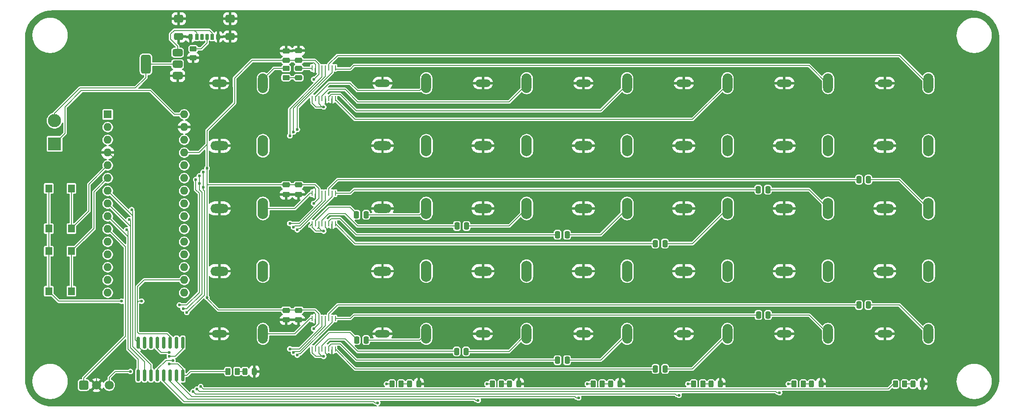
<source format=gbr>
%TF.GenerationSoftware,KiCad,Pcbnew,9.0.3*%
%TF.CreationDate,2025-07-29T17:14:18-05:00*%
%TF.ProjectId,rgb-switch,7267622d-7377-4697-9463-682e6b696361,rev?*%
%TF.SameCoordinates,Original*%
%TF.FileFunction,Copper,L1,Top*%
%TF.FilePolarity,Positive*%
%FSLAX46Y46*%
G04 Gerber Fmt 4.6, Leading zero omitted, Abs format (unit mm)*
G04 Created by KiCad (PCBNEW 9.0.3) date 2025-07-29 17:14:18*
%MOMM*%
%LPD*%
G01*
G04 APERTURE LIST*
G04 Aperture macros list*
%AMRoundRect*
0 Rectangle with rounded corners*
0 $1 Rounding radius*
0 $2 $3 $4 $5 $6 $7 $8 $9 X,Y pos of 4 corners*
0 Add a 4 corners polygon primitive as box body*
4,1,4,$2,$3,$4,$5,$6,$7,$8,$9,$2,$3,0*
0 Add four circle primitives for the rounded corners*
1,1,$1+$1,$2,$3*
1,1,$1+$1,$4,$5*
1,1,$1+$1,$6,$7*
1,1,$1+$1,$8,$9*
0 Add four rect primitives between the rounded corners*
20,1,$1+$1,$2,$3,$4,$5,0*
20,1,$1+$1,$4,$5,$6,$7,0*
20,1,$1+$1,$6,$7,$8,$9,0*
20,1,$1+$1,$8,$9,$2,$3,0*%
G04 Aperture macros list end*
%TA.AperFunction,ComponentPad*%
%ADD10O,2.100000X4.200000*%
%TD*%
%TA.AperFunction,ComponentPad*%
%ADD11O,3.600000X1.800000*%
%TD*%
%TA.AperFunction,SMDPad,CuDef*%
%ADD12R,1.400000X1.600000*%
%TD*%
%TA.AperFunction,SMDPad,CuDef*%
%ADD13RoundRect,0.250000X-0.250000X-0.475000X0.250000X-0.475000X0.250000X0.475000X-0.250000X0.475000X0*%
%TD*%
%TA.AperFunction,ComponentPad*%
%ADD14O,1.950000X3.900000*%
%TD*%
%TA.AperFunction,ComponentPad*%
%ADD15O,3.016000X1.508000*%
%TD*%
%TA.AperFunction,ComponentPad*%
%ADD16R,2.625000X2.625000*%
%TD*%
%TA.AperFunction,ComponentPad*%
%ADD17C,2.625000*%
%TD*%
%TA.AperFunction,SMDPad,CuDef*%
%ADD18RoundRect,0.250000X-0.475000X0.250000X-0.475000X-0.250000X0.475000X-0.250000X0.475000X0.250000X0*%
%TD*%
%TA.AperFunction,SMDPad,CuDef*%
%ADD19RoundRect,0.250000X-0.262500X-0.450000X0.262500X-0.450000X0.262500X0.450000X-0.262500X0.450000X0*%
%TD*%
%TA.AperFunction,SMDPad,CuDef*%
%ADD20RoundRect,0.243750X0.243750X0.456250X-0.243750X0.456250X-0.243750X-0.456250X0.243750X-0.456250X0*%
%TD*%
%TA.AperFunction,SMDPad,CuDef*%
%ADD21R,0.279400X1.016000*%
%TD*%
%TA.AperFunction,SMDPad,CuDef*%
%ADD22RoundRect,0.250000X0.450000X-0.262500X0.450000X0.262500X-0.450000X0.262500X-0.450000X-0.262500X0*%
%TD*%
%TA.AperFunction,SMDPad,CuDef*%
%ADD23RoundRect,0.150000X-0.150000X1.050000X-0.150000X-1.050000X0.150000X-1.050000X0.150000X1.050000X0*%
%TD*%
%TA.AperFunction,SMDPad,CuDef*%
%ADD24RoundRect,0.175000X0.175000X0.425000X-0.175000X0.425000X-0.175000X-0.425000X0.175000X-0.425000X0*%
%TD*%
%TA.AperFunction,SMDPad,CuDef*%
%ADD25RoundRect,0.190000X-0.190000X-0.410000X0.190000X-0.410000X0.190000X0.410000X-0.190000X0.410000X0*%
%TD*%
%TA.AperFunction,SMDPad,CuDef*%
%ADD26RoundRect,0.200000X-0.200000X-0.400000X0.200000X-0.400000X0.200000X0.400000X-0.200000X0.400000X0*%
%TD*%
%TA.AperFunction,SMDPad,CuDef*%
%ADD27RoundRect,0.175000X-0.175000X-0.425000X0.175000X-0.425000X0.175000X0.425000X-0.175000X0.425000X0*%
%TD*%
%TA.AperFunction,SMDPad,CuDef*%
%ADD28RoundRect,0.190000X0.190000X0.410000X-0.190000X0.410000X-0.190000X-0.410000X0.190000X-0.410000X0*%
%TD*%
%TA.AperFunction,SMDPad,CuDef*%
%ADD29RoundRect,0.200000X0.200000X0.400000X-0.200000X0.400000X-0.200000X-0.400000X0.200000X-0.400000X0*%
%TD*%
%TA.AperFunction,SMDPad,CuDef*%
%ADD30RoundRect,0.250000X0.650000X0.425000X-0.650000X0.425000X-0.650000X-0.425000X0.650000X-0.425000X0*%
%TD*%
%TA.AperFunction,SMDPad,CuDef*%
%ADD31RoundRect,0.250000X0.650000X0.500000X-0.650000X0.500000X-0.650000X-0.500000X0.650000X-0.500000X0*%
%TD*%
%TA.AperFunction,ComponentPad*%
%ADD32RoundRect,0.250200X-0.649800X-0.649800X0.649800X-0.649800X0.649800X0.649800X-0.649800X0.649800X0*%
%TD*%
%TA.AperFunction,ComponentPad*%
%ADD33C,1.800000*%
%TD*%
%TA.AperFunction,SMDPad,CuDef*%
%ADD34RoundRect,0.250000X0.475000X-0.250000X0.475000X0.250000X-0.475000X0.250000X-0.475000X-0.250000X0*%
%TD*%
%TA.AperFunction,SMDPad,CuDef*%
%ADD35RoundRect,0.375000X0.625000X0.375000X-0.625000X0.375000X-0.625000X-0.375000X0.625000X-0.375000X0*%
%TD*%
%TA.AperFunction,SMDPad,CuDef*%
%ADD36RoundRect,0.500000X0.500000X1.400000X-0.500000X1.400000X-0.500000X-1.400000X0.500000X-1.400000X0*%
%TD*%
%TA.AperFunction,ComponentPad*%
%ADD37R,1.600000X1.600000*%
%TD*%
%TA.AperFunction,ComponentPad*%
%ADD38O,1.600000X1.600000*%
%TD*%
%TA.AperFunction,ViaPad*%
%ADD39C,0.600000*%
%TD*%
%TA.AperFunction,Conductor*%
%ADD40C,0.200000*%
%TD*%
G04 APERTURE END LIST*
D10*
%TO.P,J14,1*%
%TO.N,/Analog Switching/Component Input 2/L*%
X157900000Y-87500000D03*
D11*
%TO.P,J14,2*%
%TO.N,GND*%
X149200000Y-87500000D03*
%TD*%
D12*
%TO.P,SW2,1,1*%
%TO.N,/Status LED MUX/3V3*%
X62750000Y-116500000D03*
X62750000Y-108500000D03*
%TO.P,SW2,2,2*%
%TO.N,Net-(A1-D3)*%
X67250000Y-116500000D03*
X67250000Y-108500000D03*
%TD*%
D13*
%TO.P,C6,1*%
%TO.N,/Analog Switching/Component Input 1/Y*%
X124050000Y-126250000D03*
%TO.P,C6,2*%
%TO.N,Net-(C6-Pad2)*%
X125950000Y-126250000D03*
%TD*%
D14*
%TO.P,J35,1*%
%TO.N,/Analog Switching/Component Input 6/R*%
X237900000Y-75000000D03*
D15*
%TO.P,J35,2*%
%TO.N,GND*%
X229200000Y-75000000D03*
%TD*%
D14*
%TO.P,J30,1*%
%TO.N,/Analog Switching/Component Input 5/R*%
X217900000Y-75000000D03*
D15*
%TO.P,J30,2*%
%TO.N,GND*%
X209200000Y-75000000D03*
%TD*%
D16*
%TO.P,S1,1*%
%TO.N,Net-(A1-VIN)*%
X63910000Y-87100000D03*
D17*
%TO.P,S1,2*%
%TO.N,Net-(U8-VO)*%
X63910000Y-82500000D03*
%TD*%
D18*
%TO.P,C2,1*%
%TO.N,Net-(U5-OUT)*%
X112500000Y-72050000D03*
%TO.P,C2,2*%
%TO.N,Net-(C2-Pad2)*%
X112500000Y-73950000D03*
%TD*%
D19*
%TO.P,R9,1*%
%TO.N,Net-(U7-A5)*%
X231337500Y-135000000D03*
%TO.P,R9,2*%
%TO.N,Net-(D7-A)*%
X233162500Y-135000000D03*
%TD*%
D14*
%TO.P,J26,1*%
%TO.N,Net-(C26-Pad2)*%
X217900000Y-125000000D03*
D15*
%TO.P,J26,2*%
%TO.N,GND*%
X209200000Y-125000000D03*
%TD*%
D10*
%TO.P,J4,1*%
%TO.N,Net-(J4-Pad1)*%
X105400000Y-87500000D03*
D11*
%TO.P,J4,2*%
%TO.N,GND*%
X96700000Y-87500000D03*
%TD*%
D14*
%TO.P,J1,1*%
%TO.N,Net-(U1-OUT)*%
X105400000Y-125000000D03*
D15*
%TO.P,J1,2*%
%TO.N,GND*%
X96700000Y-125000000D03*
%TD*%
D10*
%TO.P,J19,1*%
%TO.N,/Analog Switching/Component Input 3/L*%
X177900000Y-87500000D03*
D11*
%TO.P,J19,2*%
%TO.N,GND*%
X169200000Y-87500000D03*
%TD*%
D10*
%TO.P,J34,1*%
%TO.N,/Analog Switching/Component Input 6/L*%
X237900000Y-87500000D03*
D11*
%TO.P,J34,2*%
%TO.N,GND*%
X229200000Y-87500000D03*
%TD*%
D14*
%TO.P,J21,1*%
%TO.N,Net-(C21-Pad2)*%
X197900000Y-125000000D03*
D15*
%TO.P,J21,2*%
%TO.N,GND*%
X189200000Y-125000000D03*
%TD*%
D14*
%TO.P,J6,1*%
%TO.N,Net-(C6-Pad2)*%
X137900000Y-125000000D03*
D15*
%TO.P,J6,2*%
%TO.N,GND*%
X129200000Y-125000000D03*
%TD*%
D10*
%TO.P,J24,1*%
%TO.N,/Analog Switching/Component Input 4/L*%
X197900000Y-87500000D03*
D11*
%TO.P,J24,2*%
%TO.N,GND*%
X189200000Y-87500000D03*
%TD*%
D19*
%TO.P,R7,1*%
%TO.N,Net-(U7-A3)*%
X191150000Y-135000000D03*
%TO.P,R7,2*%
%TO.N,Net-(D5-A)*%
X192975000Y-135000000D03*
%TD*%
D20*
%TO.P,D5,1,K*%
%TO.N,GND*%
X196500000Y-135000000D03*
%TO.P,D5,2,A*%
%TO.N,Net-(D5-A)*%
X194625000Y-135000000D03*
%TD*%
D13*
%TO.P,C33,1*%
%TO.N,/Analog Switching/Component Input 6/Pr*%
X224050000Y-94250000D03*
%TO.P,C33,2*%
%TO.N,Net-(C33-Pad2)*%
X225950000Y-94250000D03*
%TD*%
D14*
%TO.P,J11,1*%
%TO.N,Net-(C11-Pad2)*%
X157900000Y-125000000D03*
D15*
%TO.P,J11,2*%
%TO.N,GND*%
X149200000Y-125000000D03*
%TD*%
D21*
%TO.P,U3,1,PVCC*%
%TO.N,/Analog Switching/5V*%
X115188600Y-103048000D03*
%TO.P,U3,2,IN1*%
%TO.N,/Analog Switching/Component Input 1/Pr*%
X115849000Y-103048000D03*
%TO.P,U3,3,VCC*%
%TO.N,/Analog Switching/5V*%
X116509400Y-103048000D03*
%TO.P,U3,4,IN2*%
%TO.N,/Analog Switching/Component Input 2/Pr*%
X117169800Y-103048000D03*
%TO.P,U3,5,GND*%
%TO.N,GND*%
X117830200Y-103048000D03*
%TO.P,U3,6,IN3*%
%TO.N,/Analog Switching/Component Input 3/Pr*%
X118490600Y-103048000D03*
%TO.P,U3,7,GND*%
%TO.N,GND*%
X119151000Y-103048000D03*
%TO.P,U3,8,IN4*%
%TO.N,/Analog Switching/Component Input 4/Pr*%
X119811400Y-103048000D03*
%TO.P,U3,9,IN5*%
%TO.N,/Analog Switching/Component Input 5/Pr*%
X119811400Y-96952000D03*
%TO.P,U3,10,CTLA*%
%TO.N,/Analog Switching/CTLA*%
X119151000Y-96952000D03*
%TO.P,U3,11,IN6*%
%TO.N,/Analog Switching/Component Input 6/Pr*%
X118490600Y-96952000D03*
%TO.P,U3,12,CTLB*%
%TO.N,/Analog Switching/CTLB*%
X117830200Y-96952000D03*
%TO.P,U3,13,CTLC*%
%TO.N,/Analog Switching/CTLC*%
X117169800Y-96952000D03*
%TO.P,U3,14,CTLD*%
%TO.N,/Analog Switching/5V*%
X116509400Y-96952000D03*
%TO.P,U3,15,PGND*%
%TO.N,GND*%
X115849000Y-96952000D03*
%TO.P,U3,16,OUT*%
%TO.N,Net-(U3-OUT)*%
X115188600Y-96952000D03*
%TD*%
D10*
%TO.P,J9,1*%
%TO.N,/Analog Switching/Component Input 1/L*%
X137900000Y-87500000D03*
D11*
%TO.P,J9,2*%
%TO.N,GND*%
X129200000Y-87500000D03*
%TD*%
D22*
%TO.P,R2,1*%
%TO.N,GND*%
X91500000Y-69987500D03*
%TO.P,R2,2*%
%TO.N,Net-(J36-CC1)*%
X91500000Y-68162500D03*
%TD*%
D18*
%TO.P,C10,1*%
%TO.N,/Analog Switching/5V*%
X110000000Y-95300000D03*
%TO.P,C10,2*%
%TO.N,GND*%
X110000000Y-97200000D03*
%TD*%
D23*
%TO.P,U7,1,A4*%
%TO.N,Net-(U7-A4)*%
X89445000Y-126750000D03*
%TO.P,U7,2,A6*%
%TO.N,unconnected-(U7-A6-Pad2)*%
X88175000Y-126750000D03*
%TO.P,U7,3,A*%
%TO.N,/Status LED MUX/3V3*%
X86905000Y-126750000D03*
%TO.P,U7,4,A7*%
%TO.N,unconnected-(U7-A7-Pad4)*%
X85635000Y-126750000D03*
%TO.P,U7,5,A5*%
%TO.N,Net-(U7-A5)*%
X84365000Y-126750000D03*
%TO.P,U7,6,~{E}*%
%TO.N,unconnected-(U7-~{E}-Pad6)*%
X83095000Y-126750000D03*
%TO.P,U7,7,VEE*%
%TO.N,unconnected-(U7-VEE-Pad7)*%
X81825000Y-126750000D03*
%TO.P,U7,8,GND*%
%TO.N,GND*%
X80555000Y-126750000D03*
%TO.P,U7,9,S2*%
%TO.N,/Analog Switching/CTLC*%
X80555000Y-133250000D03*
%TO.P,U7,10,S1*%
%TO.N,/Analog Switching/CTLB*%
X81825000Y-133250000D03*
%TO.P,U7,11,S0*%
%TO.N,/Analog Switching/CTLA*%
X83095000Y-133250000D03*
%TO.P,U7,12,A3*%
%TO.N,Net-(U7-A3)*%
X84365000Y-133250000D03*
%TO.P,U7,13,A0*%
%TO.N,Net-(U7-A0)*%
X85635000Y-133250000D03*
%TO.P,U7,14,A1*%
%TO.N,Net-(U7-A1)*%
X86905000Y-133250000D03*
%TO.P,U7,15,A2*%
%TO.N,Net-(U7-A2)*%
X88175000Y-133250000D03*
%TO.P,U7,16,VCC*%
%TO.N,/Status LED MUX/3V3*%
X89445000Y-133250000D03*
%TD*%
D18*
%TO.P,C4,1*%
%TO.N,/Analog Switching/5V*%
X112500000Y-120300000D03*
%TO.P,C4,2*%
%TO.N,GND*%
X112500000Y-122200000D03*
%TD*%
D20*
%TO.P,D7,1,K*%
%TO.N,GND*%
X236687500Y-135000000D03*
%TO.P,D7,2,A*%
%TO.N,Net-(D7-A)*%
X234812500Y-135000000D03*
%TD*%
D10*
%TO.P,J27,1*%
%TO.N,Net-(C27-Pad2)*%
X217900000Y-112500000D03*
D11*
%TO.P,J27,2*%
%TO.N,GND*%
X209200000Y-112500000D03*
%TD*%
D21*
%TO.P,U1,1,PVCC*%
%TO.N,/Analog Switching/5V*%
X115188600Y-128048000D03*
%TO.P,U1,2,IN1*%
%TO.N,/Analog Switching/Component Input 1/Y*%
X115849000Y-128048000D03*
%TO.P,U1,3,VCC*%
%TO.N,/Analog Switching/5V*%
X116509400Y-128048000D03*
%TO.P,U1,4,IN2*%
%TO.N,/Analog Switching/Component Input 2/Y*%
X117169800Y-128048000D03*
%TO.P,U1,5,GND*%
%TO.N,GND*%
X117830200Y-128048000D03*
%TO.P,U1,6,IN3*%
%TO.N,/Analog Switching/Component Input 3/Y*%
X118490600Y-128048000D03*
%TO.P,U1,7,GND*%
%TO.N,GND*%
X119151000Y-128048000D03*
%TO.P,U1,8,IN4*%
%TO.N,/Analog Switching/Component Input 4/Y*%
X119811400Y-128048000D03*
%TO.P,U1,9,IN5*%
%TO.N,/Analog Switching/Component Input 5/Y*%
X119811400Y-121952000D03*
%TO.P,U1,10,CTLA*%
%TO.N,/Analog Switching/CTLA*%
X119151000Y-121952000D03*
%TO.P,U1,11,IN6*%
%TO.N,/Analog Switching/Component Input 6/Y*%
X118490600Y-121952000D03*
%TO.P,U1,12,CTLB*%
%TO.N,/Analog Switching/CTLB*%
X117830200Y-121952000D03*
%TO.P,U1,13,CTLC*%
%TO.N,/Analog Switching/CTLC*%
X117169800Y-121952000D03*
%TO.P,U1,14,CTLD*%
%TO.N,/Analog Switching/5V*%
X116509400Y-121952000D03*
%TO.P,U1,15,PGND*%
%TO.N,GND*%
X115849000Y-121952000D03*
%TO.P,U1,16,OUT*%
%TO.N,Net-(U1-OUT)*%
X115188600Y-121952000D03*
%TD*%
D14*
%TO.P,J20,1*%
%TO.N,/Analog Switching/Component Input 3/R*%
X177900000Y-75000000D03*
D15*
%TO.P,J20,2*%
%TO.N,GND*%
X169200000Y-75000000D03*
%TD*%
D13*
%TO.P,C13,1*%
%TO.N,/Analog Switching/Component Input 2/Pr*%
X144025000Y-103500000D03*
%TO.P,C13,2*%
%TO.N,Net-(C13-Pad2)*%
X145925000Y-103500000D03*
%TD*%
%TO.P,C21,1*%
%TO.N,/Analog Switching/Component Input 4/Y*%
X183550000Y-132000000D03*
%TO.P,C21,2*%
%TO.N,Net-(C21-Pad2)*%
X185450000Y-132000000D03*
%TD*%
D24*
%TO.P,J36,A5,CC1*%
%TO.N,Net-(J36-CC1)*%
X94250000Y-65782500D03*
D25*
%TO.P,J36,A9,VBUS*%
%TO.N,Net-(U8-VI)*%
X92230000Y-65782500D03*
D26*
%TO.P,J36,A12,GND*%
%TO.N,GND*%
X91000000Y-65782500D03*
D27*
%TO.P,J36,B5,CC2*%
%TO.N,unconnected-(J36-CC2-PadB5)*%
X93250000Y-65782500D03*
D28*
%TO.P,J36,B9,VBUS*%
%TO.N,Net-(U8-VI)*%
X95270000Y-65782500D03*
D29*
%TO.P,J36,B12,GND*%
%TO.N,GND*%
X96500000Y-65782500D03*
D30*
%TO.P,J36,S1,SHIELD*%
X98875000Y-65727500D03*
D31*
X98875000Y-62147500D03*
D30*
X88625000Y-65727500D03*
D31*
X88625000Y-62147500D03*
%TD*%
D10*
%TO.P,J17,1*%
%TO.N,Net-(C17-Pad2)*%
X177900000Y-112500000D03*
D11*
%TO.P,J17,2*%
%TO.N,GND*%
X169200000Y-112500000D03*
%TD*%
D10*
%TO.P,J22,1*%
%TO.N,Net-(C22-Pad2)*%
X197900000Y-112500000D03*
D11*
%TO.P,J22,2*%
%TO.N,GND*%
X189200000Y-112500000D03*
%TD*%
D19*
%TO.P,R8,1*%
%TO.N,Net-(U7-A4)*%
X211150000Y-135000000D03*
%TO.P,R8,2*%
%TO.N,Net-(D6-A)*%
X212975000Y-135000000D03*
%TD*%
D32*
%TO.P,U6,1,OUT*%
%TO.N,Net-(A1-D7)*%
X69710000Y-135225000D03*
D33*
%TO.P,U6,2,GND*%
%TO.N,GND*%
X72250000Y-135225000D03*
%TO.P,U6,3,Vs*%
%TO.N,/Status LED MUX/3V3*%
X74790000Y-135225000D03*
%TD*%
D10*
%TO.P,J8,1*%
%TO.N,Net-(C8-Pad2)*%
X137900000Y-100000000D03*
D11*
%TO.P,J8,2*%
%TO.N,GND*%
X129200000Y-100000000D03*
%TD*%
D10*
%TO.P,J29,1*%
%TO.N,/Analog Switching/Component Input 5/L*%
X217900000Y-87500000D03*
D11*
%TO.P,J29,2*%
%TO.N,GND*%
X209200000Y-87500000D03*
%TD*%
D13*
%TO.P,C31,1*%
%TO.N,/Analog Switching/Component Input 6/Y*%
X224050000Y-119250000D03*
%TO.P,C31,2*%
%TO.N,Net-(C31-Pad2)*%
X225950000Y-119250000D03*
%TD*%
D20*
%TO.P,D6,1,K*%
%TO.N,GND*%
X216500000Y-135000000D03*
%TO.P,D6,2,A*%
%TO.N,Net-(D6-A)*%
X214625000Y-135000000D03*
%TD*%
D13*
%TO.P,C23,1*%
%TO.N,/Analog Switching/Component Input 4/Pr*%
X183525000Y-107000000D03*
%TO.P,C23,2*%
%TO.N,Net-(C23-Pad2)*%
X185425000Y-107000000D03*
%TD*%
D20*
%TO.P,D4,1,K*%
%TO.N,GND*%
X176500000Y-135000000D03*
%TO.P,D4,2,A*%
%TO.N,Net-(D4-A)*%
X174625000Y-135000000D03*
%TD*%
D10*
%TO.P,J2,1*%
%TO.N,Net-(U2-OUT)*%
X105400000Y-112500000D03*
D11*
%TO.P,J2,2*%
%TO.N,GND*%
X96700000Y-112500000D03*
%TD*%
D19*
%TO.P,R4,1*%
%TO.N,Net-(U7-A0)*%
X131087500Y-135000000D03*
%TO.P,R4,2*%
%TO.N,Net-(D2-A)*%
X132912500Y-135000000D03*
%TD*%
D12*
%TO.P,SW1,1,1*%
%TO.N,/Status LED MUX/3V3*%
X62750000Y-104000000D03*
X62750000Y-96000000D03*
%TO.P,SW1,2,2*%
%TO.N,Net-(A1-D2)*%
X67250000Y-104000000D03*
X67250000Y-96000000D03*
%TD*%
D13*
%TO.P,C8,1*%
%TO.N,/Analog Switching/Component Input 1/Pr*%
X124025000Y-101250000D03*
%TO.P,C8,2*%
%TO.N,Net-(C8-Pad2)*%
X125925000Y-101250000D03*
%TD*%
D18*
%TO.P,C14,1*%
%TO.N,/Analog Switching/5V*%
X112500000Y-95300000D03*
%TO.P,C14,2*%
%TO.N,GND*%
X112500000Y-97200000D03*
%TD*%
D34*
%TO.P,C24,1*%
%TO.N,/Analog Switching/5V*%
X110000000Y-70475000D03*
%TO.P,C24,2*%
%TO.N,GND*%
X110000000Y-68575000D03*
%TD*%
D10*
%TO.P,J28,1*%
%TO.N,Net-(C28-Pad2)*%
X217900000Y-100000000D03*
D11*
%TO.P,J28,2*%
%TO.N,GND*%
X209200000Y-100000000D03*
%TD*%
D10*
%TO.P,J32,1*%
%TO.N,Net-(C32-Pad2)*%
X237900000Y-112500000D03*
D11*
%TO.P,J32,2*%
%TO.N,GND*%
X229200000Y-112500000D03*
%TD*%
D21*
%TO.P,U5,1,PVCC*%
%TO.N,/Analog Switching/5V*%
X115188600Y-78048000D03*
%TO.P,U5,2,IN1*%
%TO.N,/Analog Switching/Component Input 1/R*%
X115849000Y-78048000D03*
%TO.P,U5,3,VCC*%
%TO.N,/Analog Switching/5V*%
X116509400Y-78048000D03*
%TO.P,U5,4,IN2*%
%TO.N,/Analog Switching/Component Input 2/R*%
X117169800Y-78048000D03*
%TO.P,U5,5,GND*%
%TO.N,GND*%
X117830200Y-78048000D03*
%TO.P,U5,6,IN3*%
%TO.N,/Analog Switching/Component Input 3/R*%
X118490600Y-78048000D03*
%TO.P,U5,7,GND*%
%TO.N,GND*%
X119151000Y-78048000D03*
%TO.P,U5,8,IN4*%
%TO.N,/Analog Switching/Component Input 4/R*%
X119811400Y-78048000D03*
%TO.P,U5,9,IN5*%
%TO.N,/Analog Switching/Component Input 5/R*%
X119811400Y-71952000D03*
%TO.P,U5,10,CTLA*%
%TO.N,/Analog Switching/CTLA*%
X119151000Y-71952000D03*
%TO.P,U5,11,IN6*%
%TO.N,/Analog Switching/Component Input 6/R*%
X118490600Y-71952000D03*
%TO.P,U5,12,CTLB*%
%TO.N,/Analog Switching/CTLB*%
X117830200Y-71952000D03*
%TO.P,U5,13,CTLC*%
%TO.N,/Analog Switching/CTLC*%
X117169800Y-71952000D03*
%TO.P,U5,14,CTLD*%
%TO.N,/Analog Switching/5V*%
X116509400Y-71952000D03*
%TO.P,U5,15,PGND*%
%TO.N,GND*%
X115849000Y-71952000D03*
%TO.P,U5,16,OUT*%
%TO.N,Net-(U5-OUT)*%
X115188600Y-71952000D03*
%TD*%
D10*
%TO.P,J12,1*%
%TO.N,Net-(C12-Pad2)*%
X157900000Y-112500000D03*
D11*
%TO.P,J12,2*%
%TO.N,GND*%
X149200000Y-112500000D03*
%TD*%
D20*
%TO.P,D1,1,K*%
%TO.N,GND*%
X103687500Y-132500000D03*
%TO.P,D1,2,A*%
%TO.N,Net-(D1-A)*%
X101812500Y-132500000D03*
%TD*%
D14*
%TO.P,J25,1*%
%TO.N,/Analog Switching/Component Input 4/R*%
X197900000Y-75000000D03*
D15*
%TO.P,J25,2*%
%TO.N,GND*%
X189200000Y-75000000D03*
%TD*%
D10*
%TO.P,J18,1*%
%TO.N,Net-(C18-Pad2)*%
X177900000Y-100000000D03*
D11*
%TO.P,J18,2*%
%TO.N,GND*%
X169200000Y-100000000D03*
%TD*%
D20*
%TO.P,D3,1,K*%
%TO.N,GND*%
X156375000Y-135000000D03*
%TO.P,D3,2,A*%
%TO.N,Net-(D3-A)*%
X154500000Y-135000000D03*
%TD*%
D10*
%TO.P,J23,1*%
%TO.N,Net-(C23-Pad2)*%
X197900000Y-100000000D03*
D11*
%TO.P,J23,2*%
%TO.N,GND*%
X189200000Y-100000000D03*
%TD*%
D14*
%TO.P,J16,1*%
%TO.N,Net-(C16-Pad2)*%
X177900000Y-125000000D03*
D15*
%TO.P,J16,2*%
%TO.N,GND*%
X169200000Y-125000000D03*
%TD*%
D14*
%TO.P,J15,1*%
%TO.N,/Analog Switching/Component Input 2/R*%
X157900000Y-75000000D03*
D15*
%TO.P,J15,2*%
%TO.N,GND*%
X149200000Y-75000000D03*
%TD*%
D19*
%TO.P,R3,1*%
%TO.N,/Status LED MUX/3V3*%
X98425000Y-132500000D03*
%TO.P,R3,2*%
%TO.N,Net-(D1-A)*%
X100250000Y-132500000D03*
%TD*%
D13*
%TO.P,C28,1*%
%TO.N,/Analog Switching/Component Input 5/Pr*%
X204025000Y-96250000D03*
%TO.P,C28,2*%
%TO.N,Net-(C28-Pad2)*%
X205925000Y-96250000D03*
%TD*%
D14*
%TO.P,J5,1*%
%TO.N,Net-(J5-Pad1)*%
X105400000Y-75000000D03*
D15*
%TO.P,J5,2*%
%TO.N,GND*%
X96700000Y-75000000D03*
%TD*%
D13*
%TO.P,C11,1*%
%TO.N,/Analog Switching/Component Input 2/Y*%
X143962500Y-128500000D03*
%TO.P,C11,2*%
%TO.N,Net-(C11-Pad2)*%
X145862500Y-128500000D03*
%TD*%
%TO.P,C16,1*%
%TO.N,/Analog Switching/Component Input 3/Y*%
X164050000Y-130250000D03*
%TO.P,C16,2*%
%TO.N,Net-(C16-Pad2)*%
X165950000Y-130250000D03*
%TD*%
D22*
%TO.P,R11,1*%
%TO.N,Net-(C2-Pad2)*%
X110000000Y-73912500D03*
%TO.P,R11,2*%
%TO.N,Net-(J5-Pad1)*%
X110000000Y-72087500D03*
%TD*%
D10*
%TO.P,J7,1*%
%TO.N,Net-(C7-Pad2)*%
X137900000Y-112500000D03*
D11*
%TO.P,J7,2*%
%TO.N,GND*%
X129200000Y-112500000D03*
%TD*%
D20*
%TO.P,D2,1,K*%
%TO.N,GND*%
X136437500Y-135000000D03*
%TO.P,D2,2,A*%
%TO.N,Net-(D2-A)*%
X134562500Y-135000000D03*
%TD*%
D14*
%TO.P,J31,1*%
%TO.N,Net-(C31-Pad2)*%
X237900000Y-125000000D03*
D15*
%TO.P,J31,2*%
%TO.N,GND*%
X229200000Y-125000000D03*
%TD*%
D34*
%TO.P,C20,1*%
%TO.N,/Analog Switching/5V*%
X112500000Y-70450000D03*
%TO.P,C20,2*%
%TO.N,GND*%
X112500000Y-68550000D03*
%TD*%
D13*
%TO.P,C18,1*%
%TO.N,/Analog Switching/Component Input 3/Pr*%
X164050000Y-105250000D03*
%TO.P,C18,2*%
%TO.N,Net-(C18-Pad2)*%
X165950000Y-105250000D03*
%TD*%
D35*
%TO.P,U8,1,GND*%
%TO.N,GND*%
X88400000Y-73550000D03*
%TO.P,U8,2,VO*%
%TO.N,Net-(U8-VO)*%
X88400000Y-71250000D03*
D36*
X82100000Y-71250000D03*
D35*
%TO.P,U8,3,VI*%
%TO.N,Net-(U8-VI)*%
X88400000Y-68950000D03*
%TD*%
D19*
%TO.P,R6,1*%
%TO.N,Net-(U7-A2)*%
X171150000Y-135000000D03*
%TO.P,R6,2*%
%TO.N,Net-(D4-A)*%
X172975000Y-135000000D03*
%TD*%
D10*
%TO.P,J33,1*%
%TO.N,Net-(C33-Pad2)*%
X237900000Y-100000000D03*
D11*
%TO.P,J33,2*%
%TO.N,GND*%
X229200000Y-100000000D03*
%TD*%
D10*
%TO.P,J3,1*%
%TO.N,Net-(U3-OUT)*%
X105400000Y-100000000D03*
D11*
%TO.P,J3,2*%
%TO.N,GND*%
X96700000Y-100000000D03*
%TD*%
D19*
%TO.P,R5,1*%
%TO.N,Net-(U7-A1)*%
X151050000Y-135000000D03*
%TO.P,R5,2*%
%TO.N,Net-(D3-A)*%
X152875000Y-135000000D03*
%TD*%
D18*
%TO.P,C3,1*%
%TO.N,/Analog Switching/5V*%
X110000000Y-120300000D03*
%TO.P,C3,2*%
%TO.N,GND*%
X110000000Y-122200000D03*
%TD*%
D14*
%TO.P,J10,1*%
%TO.N,/Analog Switching/Component Input 1/R*%
X137900000Y-75000000D03*
D15*
%TO.P,J10,2*%
%TO.N,GND*%
X129200000Y-75000000D03*
%TD*%
D13*
%TO.P,C26,1*%
%TO.N,/Analog Switching/Component Input 5/Y*%
X204050000Y-121250000D03*
%TO.P,C26,2*%
%TO.N,Net-(C26-Pad2)*%
X205950000Y-121250000D03*
%TD*%
D10*
%TO.P,J13,1*%
%TO.N,Net-(C13-Pad2)*%
X157900000Y-100000000D03*
D11*
%TO.P,J13,2*%
%TO.N,GND*%
X149200000Y-100000000D03*
%TD*%
D37*
%TO.P,A1,1,D1/TX*%
%TO.N,unconnected-(A1-D1{slash}TX-Pad1)*%
X74500000Y-81250000D03*
D38*
%TO.P,A1,2,D0/RX*%
%TO.N,unconnected-(A1-D0{slash}RX-Pad2)*%
X74500000Y-83790000D03*
%TO.P,A1,3,~{RESET}*%
%TO.N,unconnected-(A1-~{RESET}-Pad3)*%
X74500000Y-86330000D03*
%TO.P,A1,4,GND*%
%TO.N,GND*%
X74500000Y-88870000D03*
%TO.P,A1,5,D2*%
%TO.N,Net-(A1-D2)*%
X74500000Y-91410000D03*
%TO.P,A1,6,D3*%
%TO.N,Net-(A1-D3)*%
X74500000Y-93950000D03*
%TO.P,A1,7,D4*%
%TO.N,/Analog Switching/CTLA*%
X74500000Y-96490000D03*
%TO.P,A1,8,D5*%
%TO.N,/Analog Switching/CTLB*%
X74500000Y-99030000D03*
%TO.P,A1,9,D6*%
%TO.N,/Analog Switching/CTLC*%
X74500000Y-101570000D03*
%TO.P,A1,10,D7*%
%TO.N,Net-(A1-D7)*%
X74500000Y-104110000D03*
%TO.P,A1,11,D8*%
%TO.N,unconnected-(A1-D8-Pad11)*%
X74500000Y-106650000D03*
%TO.P,A1,12,D9*%
%TO.N,unconnected-(A1-D9-Pad12)*%
X74500000Y-109190000D03*
%TO.P,A1,13,D10*%
%TO.N,unconnected-(A1-D10-Pad13)*%
X74500000Y-111730000D03*
%TO.P,A1,14,D11*%
%TO.N,unconnected-(A1-D11-Pad14)*%
X74500000Y-114270000D03*
%TO.P,A1,15,D12*%
%TO.N,unconnected-(A1-D12-Pad15)*%
X74500000Y-116810000D03*
%TO.P,A1,16,D13*%
%TO.N,unconnected-(A1-D13-Pad16)*%
X89740000Y-116810000D03*
%TO.P,A1,17,3V3*%
%TO.N,/Status LED MUX/3V3*%
X89740000Y-114270000D03*
%TO.P,A1,18,AREF*%
%TO.N,unconnected-(A1-AREF-Pad18)*%
X89740000Y-111730000D03*
%TO.P,A1,19,A0*%
%TO.N,unconnected-(A1-A0-Pad19)*%
X89740000Y-109190000D03*
%TO.P,A1,20,A1*%
%TO.N,unconnected-(A1-A1-Pad20)*%
X89740000Y-106650000D03*
%TO.P,A1,21,A2*%
%TO.N,unconnected-(A1-A2-Pad21)*%
X89740000Y-104110000D03*
%TO.P,A1,22,A3*%
%TO.N,unconnected-(A1-A3-Pad22)*%
X89740000Y-101570000D03*
%TO.P,A1,23,A4*%
%TO.N,unconnected-(A1-A4-Pad23)*%
X89740000Y-99030000D03*
%TO.P,A1,24,A5*%
%TO.N,unconnected-(A1-A5-Pad24)*%
X89740000Y-96490000D03*
%TO.P,A1,25,A6*%
%TO.N,unconnected-(A1-A6-Pad25)*%
X89740000Y-93950000D03*
%TO.P,A1,26,A7*%
%TO.N,unconnected-(A1-A7-Pad26)*%
X89740000Y-91410000D03*
%TO.P,A1,27,+5V*%
%TO.N,/Analog Switching/5V*%
X89740000Y-88870000D03*
%TO.P,A1,28,~{RESET}*%
%TO.N,unconnected-(A1-~{RESET}-Pad28)*%
X89740000Y-86330000D03*
%TO.P,A1,29,GND*%
%TO.N,GND*%
X89740000Y-83790000D03*
%TO.P,A1,30,VIN*%
%TO.N,Net-(A1-VIN)*%
X89740000Y-81250000D03*
%TD*%
D39*
%TO.N,/Analog Switching/5V*%
X117500000Y-129500000D03*
X94250000Y-117750000D03*
X115500000Y-74250000D03*
X117500000Y-79750000D03*
X94250000Y-92000000D03*
X117500000Y-104500000D03*
X115500000Y-124000000D03*
X115500000Y-99000000D03*
%TO.N,GND*%
X79000000Y-131699997D03*
X82500000Y-129500000D03*
X85750000Y-129500000D03*
%TO.N,/Analog Switching/CTLC*%
X110750000Y-103000000D03*
X110750000Y-128000000D03*
X78250000Y-104250000D03*
X93500000Y-95750000D03*
X90250000Y-120750000D03*
X110750000Y-85500000D03*
X93500000Y-92750000D03*
%TO.N,/Analog Switching/CTLA*%
X112250000Y-129250000D03*
X79250000Y-100250000D03*
X92000000Y-94250000D03*
X112250000Y-104250000D03*
X88750000Y-119250000D03*
X112250000Y-84250000D03*
%TO.N,/Analog Switching/CTLB*%
X92750000Y-93500000D03*
X78750000Y-102250000D03*
X111500000Y-84750000D03*
X111500000Y-103750000D03*
X89500000Y-120000000D03*
X111500000Y-128750000D03*
X92750000Y-95000000D03*
%TO.N,Net-(U7-A0)*%
X128250000Y-138750000D03*
X130000000Y-135000000D03*
%TO.N,Net-(U7-A1)*%
X148250000Y-138250000D03*
X150000000Y-135000000D03*
%TO.N,Net-(U7-A2)*%
X168250000Y-137750000D03*
X170000000Y-135000000D03*
%TO.N,Net-(U7-A3)*%
X91500000Y-136500000D03*
X87500000Y-130300003D03*
X190000000Y-135000000D03*
X188250000Y-137250000D03*
%TO.N,Net-(U7-A4)*%
X210000000Y-135000000D03*
X92250000Y-136000000D03*
X208250000Y-136750000D03*
X86750000Y-129500000D03*
%TO.N,Net-(U7-A5)*%
X86750000Y-128699997D03*
X93000000Y-135500000D03*
%TO.N,/Status LED MUX/3V3*%
X86750000Y-131000000D03*
X77250000Y-118500000D03*
X81250000Y-118500000D03*
X79000000Y-132500000D03*
%TD*%
D40*
%TO.N,/Analog Switching/5V*%
X117253400Y-129500000D02*
X117500000Y-129500000D01*
X94250000Y-86250000D02*
X94250000Y-84500000D01*
X115753814Y-120250000D02*
X116509400Y-121005586D01*
X94250000Y-86250000D02*
X94250000Y-92000000D01*
X115932600Y-79750000D02*
X117253400Y-79750000D01*
X115188600Y-79006000D02*
X115932600Y-79750000D01*
X116509400Y-121952000D02*
X116509400Y-122990600D01*
X115188600Y-128048000D02*
X115188600Y-128756000D01*
X116509400Y-122990600D02*
X115500000Y-124000000D01*
X94250000Y-117750000D02*
X94250000Y-118000000D01*
X103250000Y-70500000D02*
X115753814Y-70500000D01*
X117126700Y-129500000D02*
X117253400Y-129500000D01*
X116509400Y-97990600D02*
X115500000Y-99000000D01*
X99750000Y-74000000D02*
X103250000Y-70500000D01*
X115188600Y-103048000D02*
X114736600Y-103500000D01*
X115932600Y-104500000D02*
X117253400Y-104500000D01*
X115188600Y-128756000D02*
X115932600Y-129500000D01*
X89740000Y-88870000D02*
X92630000Y-88870000D01*
X117126700Y-79750000D02*
X117253400Y-79750000D01*
X116509400Y-79132700D02*
X117126700Y-79750000D01*
X116509400Y-71255586D02*
X116509400Y-73240600D01*
X115188600Y-78298000D02*
X115188600Y-79006000D01*
X116509400Y-103048000D02*
X116509400Y-103756000D01*
X115188600Y-103048000D02*
X115188600Y-103756000D01*
X116509400Y-78298000D02*
X116509400Y-79132700D01*
X116509400Y-128882700D02*
X117126700Y-129500000D01*
X117126700Y-104500000D02*
X117253400Y-104500000D01*
X96500000Y-120250000D02*
X115753814Y-120250000D01*
X94250000Y-95250000D02*
X94250000Y-117750000D01*
X115188600Y-103756000D02*
X115932600Y-104500000D01*
X115753814Y-95250000D02*
X94250000Y-95250000D01*
X117253400Y-79750000D02*
X117500000Y-79750000D01*
X94250000Y-84500000D02*
X99750000Y-79000000D01*
X94250000Y-118000000D02*
X96500000Y-120250000D01*
X116509400Y-128048000D02*
X116509400Y-128882700D01*
X115932600Y-129500000D02*
X117253400Y-129500000D01*
X116509400Y-103882700D02*
X117126700Y-104500000D01*
X94250000Y-92000000D02*
X94250000Y-95250000D01*
X116509400Y-103048000D02*
X116509400Y-103882700D01*
X116509400Y-73240600D02*
X115500000Y-74250000D01*
X115753814Y-95250000D02*
X116509400Y-96005586D01*
X115753814Y-70500000D02*
X116509400Y-71255586D01*
X92630000Y-88870000D02*
X94250000Y-87250000D01*
X116509400Y-96952000D02*
X116509400Y-97990600D01*
X116509400Y-96005586D02*
X116509400Y-96952000D01*
X94250000Y-87250000D02*
X94250000Y-86250000D01*
X117253400Y-104500000D02*
X117500000Y-104500000D01*
X116509400Y-121005586D02*
X116509400Y-121952000D01*
X99750000Y-79000000D02*
X99750000Y-74000000D01*
X116509400Y-103756000D02*
X116265400Y-104000000D01*
%TO.N,Net-(U1-OUT)*%
X105400000Y-125000000D02*
X105400000Y-124100000D01*
X111750000Y-125000000D02*
X105400000Y-125000000D01*
X115188600Y-121952000D02*
X114798000Y-121952000D01*
X114798000Y-121952000D02*
X111750000Y-125000000D01*
%TO.N,Net-(U3-OUT)*%
X111750000Y-100000000D02*
X105400000Y-100000000D01*
X114798000Y-96952000D02*
X111750000Y-100000000D01*
X105400000Y-99100000D02*
X105400000Y-100000000D01*
X115188600Y-96952000D02*
X114798000Y-96952000D01*
%TO.N,Net-(U5-OUT)*%
X115090600Y-72050000D02*
X115188600Y-71952000D01*
X112523000Y-71952000D02*
X112500000Y-71975000D01*
X112500000Y-72050000D02*
X115090600Y-72050000D01*
%TO.N,GND*%
X94210000Y-83790000D02*
X99349000Y-78651000D01*
X119151000Y-104401000D02*
X119250000Y-104500000D01*
X72250000Y-133750000D02*
X72250000Y-135225000D01*
X117830200Y-79006000D02*
X118574200Y-79750000D01*
X74620000Y-88870000D02*
X80000000Y-94250000D01*
X115500000Y-120750000D02*
X114250000Y-120750000D01*
X118574200Y-104500000D02*
X119250000Y-104500000D01*
X117830200Y-128756000D02*
X118574200Y-129500000D01*
X79000000Y-131699997D02*
X74300003Y-131699997D01*
X117830200Y-78298000D02*
X117830200Y-79006000D01*
X80555000Y-127555000D02*
X80555000Y-126750000D01*
X85750000Y-129500000D02*
X82500000Y-129500000D01*
X115849000Y-96099000D02*
X115500000Y-95750000D01*
X115849000Y-72202000D02*
X115849000Y-71349000D01*
X118574200Y-79750000D02*
X119250000Y-79750000D01*
X80000000Y-94250000D02*
X80000000Y-94500000D01*
X119151000Y-78298000D02*
X119151000Y-79651000D01*
X117830200Y-128048000D02*
X117830200Y-128756000D01*
X119151000Y-79651000D02*
X119250000Y-79750000D01*
X117830200Y-103048000D02*
X117830200Y-103756000D01*
X119250000Y-129500000D02*
X120000000Y-129500000D01*
X115849000Y-96952000D02*
X115849000Y-96099000D01*
X115500000Y-71000000D02*
X114250000Y-71000000D01*
X80000000Y-91612644D02*
X80000000Y-94500000D01*
X99349000Y-75849000D02*
X98500000Y-75000000D01*
X117830200Y-103756000D02*
X118574200Y-104500000D01*
X115500000Y-95750000D02*
X114250000Y-95750000D01*
X119250000Y-79750000D02*
X120000000Y-79750000D01*
X119250000Y-104500000D02*
X120000000Y-104500000D01*
X89740000Y-83790000D02*
X87822644Y-83790000D01*
X80555000Y-126750000D02*
X80000000Y-126195000D01*
X80000000Y-126195000D02*
X80000000Y-95250000D01*
X118574200Y-129500000D02*
X119250000Y-129500000D01*
X98500000Y-75000000D02*
X96700000Y-75000000D01*
X115849000Y-121099000D02*
X115500000Y-120750000D01*
X119151000Y-129401000D02*
X119250000Y-129500000D01*
X74500000Y-88870000D02*
X74620000Y-88870000D01*
X82500000Y-129500000D02*
X80555000Y-127555000D01*
X119151000Y-103048000D02*
X119151000Y-104401000D01*
X115849000Y-121952000D02*
X115849000Y-121099000D01*
X89740000Y-83790000D02*
X94210000Y-83790000D01*
X115849000Y-71349000D02*
X115500000Y-71000000D01*
X119151000Y-128048000D02*
X119151000Y-129401000D01*
X87822644Y-83790000D02*
X80000000Y-91612644D01*
X80000000Y-94500000D02*
X80000000Y-95250000D01*
X74300003Y-131699997D02*
X72250000Y-133750000D01*
X99349000Y-78651000D02*
X99349000Y-75849000D01*
%TO.N,/Analog Switching/CTLC*%
X78500000Y-105570000D02*
X78500000Y-104500000D01*
X112676800Y-128000000D02*
X110750000Y-128000000D01*
X93750000Y-96500000D02*
X93750000Y-117250000D01*
X117169800Y-73757000D02*
X110750000Y-80176800D01*
X117169800Y-96952000D02*
X117169800Y-98507000D01*
X93750000Y-117250000D02*
X90250000Y-120750000D01*
X117169800Y-121952000D02*
X117169800Y-123507000D01*
X93500000Y-92750000D02*
X93500000Y-95750000D01*
X117169800Y-98507000D02*
X112676800Y-103000000D01*
X93500000Y-95750000D02*
X93500000Y-96250000D01*
X78500000Y-105570000D02*
X76715000Y-103785000D01*
X112676800Y-103000000D02*
X111000000Y-103000000D01*
X78500000Y-128000000D02*
X78500000Y-105570000D01*
X78500000Y-104500000D02*
X78250000Y-104250000D01*
X117169800Y-72202000D02*
X117169800Y-73757000D01*
X93500000Y-96250000D02*
X93750000Y-96500000D01*
X80555000Y-133250000D02*
X80555000Y-130055000D01*
X110750000Y-80176800D02*
X110750000Y-85500000D01*
X76715000Y-103785000D02*
X74500000Y-101570000D01*
X80555000Y-130055000D02*
X78500000Y-128000000D01*
X117169800Y-123507000D02*
X112676800Y-128000000D01*
%TO.N,/Analog Switching/CTLA*%
X79500000Y-101490000D02*
X76755000Y-98745000D01*
X92750000Y-97000000D02*
X92750000Y-116750000D01*
X92000000Y-96250000D02*
X92750000Y-97000000D01*
X76755000Y-98745000D02*
X74500000Y-96490000D01*
X112250000Y-79811000D02*
X112250000Y-84250000D01*
X112811000Y-104000000D02*
X112500000Y-104000000D01*
X119151000Y-97660000D02*
X112811000Y-104000000D01*
X92000000Y-94250000D02*
X92000000Y-96250000D01*
X79500000Y-127536968D02*
X79500000Y-101490000D01*
X119151000Y-122660000D02*
X112811000Y-129000000D01*
X79500000Y-101490000D02*
X79500000Y-100500000D01*
X119151000Y-121952000D02*
X119151000Y-122660000D01*
X92750000Y-116750000D02*
X90250000Y-119250000D01*
X119151000Y-72910000D02*
X112250000Y-79811000D01*
X112500000Y-129000000D02*
X112250000Y-129250000D01*
X83095000Y-131131968D02*
X79500000Y-127536968D01*
X112500000Y-104000000D02*
X112250000Y-104250000D01*
X119151000Y-96952000D02*
X119151000Y-97660000D01*
X119151000Y-72202000D02*
X119151000Y-72910000D01*
X83095000Y-133250000D02*
X83095000Y-131131968D01*
X79500000Y-100500000D02*
X79250000Y-100250000D01*
X90250000Y-119250000D02*
X88750000Y-119250000D01*
X112811000Y-129000000D02*
X112500000Y-129000000D01*
%TO.N,/Analog Switching/CTLB*%
X92750000Y-95000000D02*
X92750000Y-96250000D01*
X117830200Y-98413700D02*
X112743900Y-103500000D01*
X112743900Y-128500000D02*
X111750000Y-128500000D01*
X111500000Y-79993900D02*
X111500000Y-84750000D01*
X117830200Y-123413700D02*
X112743900Y-128500000D01*
X112743900Y-103500000D02*
X111750000Y-103500000D01*
X79000000Y-103530000D02*
X76735000Y-101265000D01*
X111750000Y-128500000D02*
X111500000Y-128750000D01*
X81825000Y-130575000D02*
X79000000Y-127750000D01*
X111750000Y-103500000D02*
X111500000Y-103750000D01*
X76735000Y-101265000D02*
X74500000Y-99030000D01*
X92750000Y-96250000D02*
X93250000Y-96750000D01*
X79000000Y-127750000D02*
X79000000Y-103530000D01*
X90250000Y-120000000D02*
X89500000Y-120000000D01*
X79000000Y-103530000D02*
X79000000Y-102500000D01*
X117830200Y-121952000D02*
X117830200Y-123413700D01*
X117830200Y-96952000D02*
X117830200Y-98413700D01*
X81825000Y-133250000D02*
X81825000Y-130575000D01*
X92750000Y-95000000D02*
X92750000Y-93500000D01*
X117830200Y-73663700D02*
X111500000Y-79993900D01*
X93250000Y-117000000D02*
X90250000Y-120000000D01*
X117830200Y-72202000D02*
X117830200Y-73663700D01*
X79000000Y-102500000D02*
X78750000Y-102250000D01*
X93250000Y-96750000D02*
X93250000Y-117000000D01*
%TO.N,Net-(C2-Pad2)*%
X112500000Y-73950000D02*
X110037500Y-73950000D01*
X110037500Y-73950000D02*
X110000000Y-73912500D01*
%TO.N,/Analog Switching/Component Input 1/Y*%
X118557700Y-124750000D02*
X115849000Y-127458700D01*
X122725000Y-124750000D02*
X118557700Y-124750000D01*
X124225000Y-126250000D02*
X122725000Y-124750000D01*
X115849000Y-127458700D02*
X115849000Y-128048000D01*
%TO.N,Net-(C6-Pad2)*%
X136650000Y-126250000D02*
X137900000Y-125000000D01*
X125775000Y-126250000D02*
X136650000Y-126250000D01*
%TO.N,Net-(C8-Pad2)*%
X136650000Y-101250000D02*
X137900000Y-100000000D01*
X125775000Y-101250000D02*
X136650000Y-101250000D01*
%TO.N,/Analog Switching/Component Input 1/Pr*%
X124225000Y-101250000D02*
X122725000Y-99750000D01*
X118557700Y-99750000D02*
X115849000Y-102458700D01*
X115849000Y-102458700D02*
X115849000Y-103048000D01*
X122725000Y-99750000D02*
X118557700Y-99750000D01*
%TO.N,/Analog Switching/Component Input 2/Y*%
X124250000Y-128492751D02*
X125000000Y-128492751D01*
X117169800Y-127340000D02*
X118509800Y-126000000D01*
X118509800Y-126000000D02*
X121757249Y-126000000D01*
X144130251Y-128492751D02*
X125000000Y-128492751D01*
X121757249Y-126000000D02*
X124250000Y-128492751D01*
X117169800Y-128048000D02*
X117169800Y-127340000D01*
X144225000Y-128000000D02*
X144217751Y-127992751D01*
%TO.N,Net-(C11-Pad2)*%
X154400000Y-128500000D02*
X157900000Y-125000000D01*
X145687500Y-128500000D02*
X154400000Y-128500000D01*
%TO.N,Net-(C13-Pad2)*%
X145687500Y-103500000D02*
X154400000Y-103500000D01*
X154400000Y-103500000D02*
X157900000Y-100000000D01*
%TO.N,/Analog Switching/Component Input 2/Pr*%
X124250000Y-103492751D02*
X125000000Y-103492751D01*
X117169800Y-102340000D02*
X118509800Y-101000000D01*
X118509800Y-101000000D02*
X121757249Y-101000000D01*
X117169800Y-103048000D02*
X117169800Y-102340000D01*
X144130251Y-103492751D02*
X125000000Y-103492751D01*
X121757249Y-101000000D02*
X124250000Y-103492751D01*
X144225000Y-103000000D02*
X144217751Y-102992751D01*
%TO.N,Net-(C16-Pad2)*%
X177900000Y-125000000D02*
X172900000Y-130000000D01*
X172900000Y-130000000D02*
X172650000Y-130250000D01*
X172650000Y-130250000D02*
X165775000Y-130250000D01*
%TO.N,/Analog Switching/Component Input 3/Y*%
X119000000Y-127000000D02*
X118490600Y-127509400D01*
X118490600Y-127509400D02*
X118490600Y-128048000D01*
X124000000Y-130250000D02*
X120750000Y-127000000D01*
X164225000Y-130250000D02*
X124000000Y-130250000D01*
X120750000Y-127000000D02*
X119000000Y-127000000D01*
%TO.N,Net-(C18-Pad2)*%
X172650000Y-105250000D02*
X165775000Y-105250000D01*
X177900000Y-100000000D02*
X172900000Y-105000000D01*
X172900000Y-105000000D02*
X172650000Y-105250000D01*
%TO.N,/Analog Switching/Component Input 3/Pr*%
X124000000Y-105250000D02*
X120750000Y-102000000D01*
X118490600Y-102509400D02*
X118490600Y-103048000D01*
X164225000Y-105250000D02*
X124000000Y-105250000D01*
X119000000Y-102000000D02*
X118490600Y-102509400D01*
X120750000Y-102000000D02*
X119000000Y-102000000D01*
%TO.N,Net-(C21-Pad2)*%
X197900000Y-125000000D02*
X190900000Y-132000000D01*
X190900000Y-132000000D02*
X185275000Y-132000000D01*
%TO.N,/Analog Switching/Component Input 4/Y*%
X119811400Y-128048000D02*
X119811400Y-128061400D01*
X119811400Y-128061400D02*
X123750000Y-132000000D01*
X123750000Y-132000000D02*
X183725000Y-132000000D01*
%TO.N,/Analog Switching/Component Input 4/Pr*%
X119811400Y-103048000D02*
X119811400Y-103061400D01*
X123750000Y-107000000D02*
X183725000Y-107000000D01*
X119811400Y-103061400D02*
X123750000Y-107000000D01*
%TO.N,Net-(C23-Pad2)*%
X190900000Y-107000000D02*
X185275000Y-107000000D01*
X197900000Y-100000000D02*
X190900000Y-107000000D01*
%TO.N,/Analog Switching/Component Input 5/Y*%
X204225000Y-121250000D02*
X123500000Y-121250000D01*
X122798000Y-121952000D02*
X119811400Y-121952000D01*
X123500000Y-121250000D02*
X122798000Y-121952000D01*
%TO.N,Net-(C26-Pad2)*%
X214150000Y-121250000D02*
X217900000Y-125000000D01*
X205775000Y-121250000D02*
X214150000Y-121250000D01*
%TO.N,Net-(C28-Pad2)*%
X205775000Y-96250000D02*
X214150000Y-96250000D01*
X214150000Y-96250000D02*
X217900000Y-100000000D01*
%TO.N,/Analog Switching/Component Input 5/Pr*%
X204225000Y-96250000D02*
X123500000Y-96250000D01*
X123500000Y-96250000D02*
X122798000Y-96952000D01*
X122798000Y-96952000D02*
X119811400Y-96952000D01*
%TO.N,/Analog Switching/Component Input 6/Y*%
X118490600Y-121952000D02*
X118490600Y-121009400D01*
X118490600Y-121009400D02*
X120250000Y-119250000D01*
X120250000Y-119250000D02*
X224225000Y-119250000D01*
%TO.N,Net-(C31-Pad2)*%
X237900000Y-125000000D02*
X232150000Y-119250000D01*
X232150000Y-119250000D02*
X225775000Y-119250000D01*
%TO.N,Net-(C33-Pad2)*%
X232150000Y-94250000D02*
X225775000Y-94250000D01*
X237900000Y-100000000D02*
X232150000Y-94250000D01*
%TO.N,/Analog Switching/Component Input 6/Pr*%
X120250000Y-94250000D02*
X224225000Y-94250000D01*
X118490600Y-96009400D02*
X120250000Y-94250000D01*
X118490600Y-96952000D02*
X118490600Y-96009400D01*
%TO.N,Net-(D1-A)*%
X100250000Y-132500000D02*
X101812500Y-132500000D01*
%TO.N,Net-(D2-A)*%
X132912500Y-135000000D02*
X134562500Y-135000000D01*
%TO.N,Net-(D3-A)*%
X152875000Y-135000000D02*
X154500000Y-135000000D01*
%TO.N,Net-(D4-A)*%
X172975000Y-135000000D02*
X174625000Y-135000000D01*
%TO.N,Net-(D5-A)*%
X192975000Y-135000000D02*
X194625000Y-135000000D01*
%TO.N,Net-(D6-A)*%
X212975000Y-135000000D02*
X214625000Y-135000000D01*
%TO.N,Net-(D7-A)*%
X233162500Y-135000000D02*
X234812500Y-135000000D01*
%TO.N,Net-(J5-Pad1)*%
X105400000Y-74250000D02*
X105400000Y-75000000D01*
X107325000Y-72325000D02*
X105400000Y-74250000D01*
X107562500Y-72087500D02*
X107325000Y-72325000D01*
X110000000Y-72087500D02*
X107562500Y-72087500D01*
%TO.N,/Analog Switching/Component Input 1/R*%
X122725000Y-75000000D02*
X124225000Y-76500000D01*
X115849000Y-77708700D02*
X118557700Y-75000000D01*
X136650000Y-76500000D02*
X137900000Y-75250000D01*
X115849000Y-78298000D02*
X115849000Y-77708700D01*
X118557700Y-75000000D02*
X122725000Y-75000000D01*
X124225000Y-76500000D02*
X136650000Y-76500000D01*
%TO.N,/Analog Switching/Component Input 2/R*%
X154400000Y-78750000D02*
X143757249Y-78750000D01*
X124250000Y-78742751D02*
X125000000Y-78742751D01*
X144130251Y-78742751D02*
X143750000Y-78742751D01*
X118509800Y-76250000D02*
X121757249Y-76250000D01*
X157900000Y-75250000D02*
X154400000Y-78750000D01*
X143757249Y-78750000D02*
X143750000Y-78742751D01*
X117169800Y-78298000D02*
X117169800Y-77590000D01*
X121757249Y-76250000D02*
X124250000Y-78742751D01*
X117169800Y-77590000D02*
X118509800Y-76250000D01*
X143750000Y-78742751D02*
X125000000Y-78742751D01*
%TO.N,/Analog Switching/Component Input 3/R*%
X120750000Y-77250000D02*
X119000000Y-77250000D01*
X118490600Y-77759400D02*
X118490600Y-78298000D01*
X172650000Y-80500000D02*
X124000000Y-80500000D01*
X177900000Y-75250000D02*
X172650000Y-80500000D01*
X119000000Y-77250000D02*
X118490600Y-77759400D01*
X124000000Y-80500000D02*
X120750000Y-77250000D01*
%TO.N,/Analog Switching/Component Input 4/R*%
X123750000Y-82250000D02*
X190900000Y-82250000D01*
X119811400Y-78298000D02*
X119811400Y-78311400D01*
X190900000Y-82250000D02*
X197900000Y-75250000D01*
X119811400Y-78311400D02*
X123750000Y-82250000D01*
%TO.N,/Analog Switching/Component Input 5/R*%
X122798000Y-72202000D02*
X119811400Y-72202000D01*
X123500000Y-71500000D02*
X122798000Y-72202000D01*
X214150000Y-71500000D02*
X123500000Y-71500000D01*
X217900000Y-75250000D02*
X214150000Y-71500000D01*
%TO.N,/Analog Switching/Component Input 6/R*%
X120250000Y-69500000D02*
X118490600Y-71259400D01*
X118490600Y-71259400D02*
X118490600Y-72202000D01*
X237900000Y-75250000D02*
X232150000Y-69500000D01*
X232150000Y-69500000D02*
X120250000Y-69500000D01*
%TO.N,Net-(J36-CC1)*%
X94250000Y-67022736D02*
X94250000Y-65782500D01*
X91500000Y-68162500D02*
X93110236Y-68162500D01*
X93110236Y-68162500D02*
X94250000Y-67022736D01*
X94250000Y-66500000D02*
X94250000Y-65782500D01*
%TO.N,Net-(U7-A0)*%
X130000000Y-135000000D02*
X131087500Y-135000000D01*
X89685001Y-138500000D02*
X85635000Y-134449999D01*
X127500000Y-138500000D02*
X89685001Y-138500000D01*
X127750000Y-138750000D02*
X127500000Y-138500000D01*
X85635000Y-134449999D02*
X85635000Y-133250000D01*
X128250000Y-138750000D02*
X127750000Y-138750000D01*
%TO.N,Net-(U7-A1)*%
X148250000Y-138250000D02*
X147750000Y-138250000D01*
X147750000Y-138250000D02*
X147500000Y-138000000D01*
X90455001Y-138000000D02*
X86905000Y-134449999D01*
X86905000Y-134449999D02*
X86905000Y-133250000D01*
X147500000Y-138000000D02*
X90455001Y-138000000D01*
X150000000Y-135000000D02*
X151050000Y-135000000D01*
%TO.N,Net-(U7-A2)*%
X91225001Y-137500000D02*
X88175000Y-134449999D01*
X168250000Y-137750000D02*
X167750000Y-137750000D01*
X88175000Y-134449999D02*
X88175000Y-133250000D01*
X170000000Y-135000000D02*
X171150000Y-135000000D01*
X167500000Y-137500000D02*
X91225001Y-137500000D01*
X167750000Y-137750000D02*
X167500000Y-137500000D01*
%TO.N,Net-(U7-A3)*%
X188250000Y-137250000D02*
X187750000Y-137250000D01*
X87500000Y-130300003D02*
X86114998Y-130300003D01*
X190000000Y-135000000D02*
X191150000Y-135000000D01*
X187750000Y-137250000D02*
X187500000Y-137000000D01*
X84365000Y-132050001D02*
X84365000Y-133250000D01*
X86114998Y-130300003D02*
X84365000Y-132050001D01*
X92000000Y-137000000D02*
X91500000Y-136500000D01*
X187500000Y-137000000D02*
X92000000Y-137000000D01*
%TO.N,Net-(U7-A4)*%
X210000000Y-135000000D02*
X211150000Y-135000000D01*
X207750000Y-136750000D02*
X207500000Y-136500000D01*
X86750000Y-129500000D02*
X87894999Y-129500000D01*
X89445000Y-127949999D02*
X89445000Y-126750000D01*
X92750000Y-136500000D02*
X92250000Y-136000000D01*
X87894999Y-129500000D02*
X89445000Y-127949999D01*
X207500000Y-136500000D02*
X92750000Y-136500000D01*
X208250000Y-136750000D02*
X207750000Y-136750000D01*
%TO.N,Net-(U7-A5)*%
X86750000Y-128699997D02*
X85114998Y-128699997D01*
X230930000Y-135000000D02*
X229930000Y-136000000D01*
X84365000Y-127949999D02*
X84365000Y-126750000D01*
X85114998Y-128699997D02*
X84365000Y-127949999D01*
X84365000Y-126178032D02*
X84365000Y-126750000D01*
X93500000Y-136000000D02*
X93000000Y-135500000D01*
X229930000Y-136000000D02*
X93500000Y-136000000D01*
%TO.N,Net-(A1-D3)*%
X71750000Y-96700000D02*
X74500000Y-93950000D01*
X71750000Y-104000000D02*
X71750000Y-96700000D01*
X67250000Y-108500000D02*
X71750000Y-104000000D01*
X67250000Y-116500000D02*
X67250000Y-108500000D01*
%TO.N,Net-(A1-D2)*%
X67250000Y-104000000D02*
X67250000Y-96000000D01*
X74499999Y-91410000D02*
X74500000Y-91410000D01*
X70750000Y-100499999D02*
X70750000Y-95159999D01*
X70750000Y-95159999D02*
X74499999Y-91410000D01*
X67250000Y-104000000D02*
X70750000Y-100499999D01*
%TO.N,Net-(A1-D7)*%
X78000000Y-107610000D02*
X78000000Y-125500000D01*
X76570000Y-106180000D02*
X78000000Y-107610000D01*
X76570000Y-106180000D02*
X74500000Y-104110000D01*
X69710000Y-133790000D02*
X69710000Y-135225000D01*
X78000000Y-125500000D02*
X69710000Y-133790000D01*
%TO.N,/Status LED MUX/3V3*%
X79000000Y-132500000D02*
X76000000Y-132500000D01*
X86905000Y-126750000D02*
X86905000Y-125550001D01*
X86750000Y-131000000D02*
X88394999Y-131000000D01*
X98430000Y-132500000D02*
X91000000Y-132500000D01*
X86905000Y-125550001D02*
X86354999Y-125000000D01*
X88394999Y-131000000D02*
X89445000Y-132050001D01*
X80750000Y-125000000D02*
X80401000Y-124651000D01*
X62750000Y-108500000D02*
X62750000Y-104000000D01*
X80401000Y-119250000D02*
X80401000Y-115599000D01*
X89445000Y-132050001D02*
X89445000Y-133250000D01*
X80401000Y-115599000D02*
X81730000Y-114270000D01*
X80401000Y-124651000D02*
X80401000Y-119250000D01*
X76000000Y-132500000D02*
X74790000Y-133710000D01*
X80401000Y-118750000D02*
X80651000Y-118500000D01*
X62750000Y-104000000D02*
X62750000Y-96000000D01*
X91000000Y-132500000D02*
X90250000Y-133250000D01*
X90250000Y-133250000D02*
X89445000Y-133250000D01*
X74790000Y-133710000D02*
X74790000Y-135225000D01*
X62750000Y-116500000D02*
X62750000Y-108500000D01*
X80401000Y-119250000D02*
X80401000Y-118750000D01*
X64750000Y-118500000D02*
X77250000Y-118500000D01*
X81730000Y-114270000D02*
X89740000Y-114270000D01*
X80651000Y-118500000D02*
X81250000Y-118500000D01*
X62750000Y-116500000D02*
X64750000Y-118500000D01*
X86354999Y-125000000D02*
X80750000Y-125000000D01*
%TO.N,Net-(A1-VIN)*%
X83000000Y-76500000D02*
X69250000Y-76500000D01*
X66000000Y-79750000D02*
X66000000Y-85010000D01*
X89740000Y-81250000D02*
X87750000Y-81250000D01*
X69250000Y-76500000D02*
X66000000Y-79750000D01*
X66000000Y-85010000D02*
X63910000Y-87100000D01*
X87750000Y-81250000D02*
X83000000Y-76500000D01*
%TO.N,Net-(U8-VI)*%
X91799000Y-64500000D02*
X87745670Y-64500000D01*
X87000000Y-65245670D02*
X87000000Y-66250000D01*
X87000000Y-66250000D02*
X88400000Y-67650000D01*
X87745670Y-64500000D02*
X87000000Y-65245670D01*
X88400000Y-67650000D02*
X88400000Y-68950000D01*
X92230000Y-65782500D02*
X92230000Y-64980000D01*
X95270000Y-65524486D02*
X95270000Y-65020000D01*
X95270000Y-65020000D02*
X94750000Y-64500000D01*
X94750000Y-64500000D02*
X91750000Y-64500000D01*
X92230000Y-64980000D02*
X91750000Y-64500000D01*
%TO.N,Net-(U8-VO)*%
X63910000Y-81022900D02*
X68932900Y-76000000D01*
X82100000Y-73900000D02*
X82100000Y-71250000D01*
X80000000Y-76000000D02*
X82100000Y-73900000D01*
X63910000Y-82500000D02*
X63910000Y-81022900D01*
X68932900Y-76000000D02*
X80000000Y-76000000D01*
X82100000Y-71250000D02*
X88400000Y-71250000D01*
%TD*%
%TA.AperFunction,Conductor*%
%TO.N,GND*%
G36*
X115313272Y-70855799D02*
G01*
X115332083Y-70856104D01*
X115346105Y-70865440D01*
X115362264Y-70870185D01*
X115374580Y-70884399D01*
X115390241Y-70894826D01*
X115396990Y-70910260D01*
X115408019Y-70922989D01*
X115410695Y-70941605D01*
X115418233Y-70958843D01*
X115415565Y-70975475D01*
X115417963Y-70992147D01*
X115410148Y-71009258D01*
X115407170Y-71027832D01*
X115389646Y-71054150D01*
X115388938Y-71055703D01*
X115388083Y-71056498D01*
X115387610Y-71057210D01*
X115302559Y-71152210D01*
X115277303Y-71167868D01*
X115253507Y-71185682D01*
X115247928Y-71186080D01*
X115243177Y-71189027D01*
X115210174Y-71193500D01*
X115024223Y-71193500D01*
X114951164Y-71208032D01*
X114951160Y-71208033D01*
X114868299Y-71263399D01*
X114812933Y-71346260D01*
X114812932Y-71346264D01*
X114798400Y-71419321D01*
X114798400Y-71575500D01*
X114778715Y-71642539D01*
X114725911Y-71688294D01*
X114674400Y-71699500D01*
X113557791Y-71699500D01*
X113490752Y-71679815D01*
X113444997Y-71627011D01*
X113441609Y-71618833D01*
X113418797Y-71557671D01*
X113418793Y-71557664D01*
X113332547Y-71442455D01*
X113332544Y-71442452D01*
X113210231Y-71350888D01*
X113211930Y-71348617D01*
X113172743Y-71309435D01*
X113157886Y-71241163D01*
X113182298Y-71175697D01*
X113211311Y-71150556D01*
X113210231Y-71149112D01*
X113299153Y-71082544D01*
X113332546Y-71057546D01*
X113418796Y-70942331D01*
X113422960Y-70931165D01*
X113464829Y-70875234D01*
X113530293Y-70850816D01*
X113539141Y-70850500D01*
X115295225Y-70850500D01*
X115313272Y-70855799D01*
G37*
%TD.AperFunction*%
%TA.AperFunction,Conductor*%
G36*
X246502562Y-60500605D02*
G01*
X246949036Y-60519072D01*
X246959209Y-60519915D01*
X247400114Y-60574873D01*
X247410194Y-60576555D01*
X247845042Y-60667733D01*
X247854950Y-60670242D01*
X248280786Y-60797019D01*
X248290454Y-60800338D01*
X248631430Y-60933388D01*
X248704339Y-60961838D01*
X248713724Y-60965954D01*
X249112869Y-61161083D01*
X249121872Y-61165955D01*
X249394447Y-61328375D01*
X249503544Y-61393383D01*
X249512123Y-61398989D01*
X249873693Y-61657144D01*
X249881775Y-61663435D01*
X250220796Y-61950571D01*
X250228336Y-61957512D01*
X250542487Y-62271663D01*
X250549428Y-62279203D01*
X250836564Y-62618224D01*
X250842859Y-62626312D01*
X251101010Y-62987876D01*
X251106616Y-62996455D01*
X251334041Y-63378122D01*
X251338919Y-63387136D01*
X251534045Y-63786275D01*
X251538161Y-63795660D01*
X251699656Y-64209533D01*
X251702984Y-64219226D01*
X251829753Y-64645036D01*
X251832269Y-64654971D01*
X251923441Y-65089791D01*
X251925128Y-65099900D01*
X251980082Y-65540769D01*
X251980928Y-65550983D01*
X251999394Y-65997437D01*
X251999500Y-66002561D01*
X251999500Y-133997438D01*
X251999394Y-134002562D01*
X251980928Y-134449016D01*
X251980082Y-134459230D01*
X251925128Y-134900099D01*
X251923441Y-134910208D01*
X251832269Y-135345028D01*
X251829753Y-135354963D01*
X251702984Y-135780773D01*
X251699656Y-135790466D01*
X251538161Y-136204339D01*
X251534045Y-136213724D01*
X251338919Y-136612863D01*
X251334041Y-136621877D01*
X251106616Y-137003544D01*
X251101010Y-137012123D01*
X250842859Y-137373687D01*
X250836564Y-137381775D01*
X250549428Y-137720796D01*
X250542487Y-137728336D01*
X250228336Y-138042487D01*
X250220796Y-138049428D01*
X249881775Y-138336564D01*
X249873687Y-138342859D01*
X249512123Y-138601010D01*
X249503544Y-138606616D01*
X249121877Y-138834041D01*
X249112863Y-138838919D01*
X248713724Y-139034045D01*
X248704339Y-139038161D01*
X248290466Y-139199656D01*
X248280773Y-139202984D01*
X247854963Y-139329753D01*
X247845028Y-139332269D01*
X247410208Y-139423441D01*
X247400099Y-139425128D01*
X246959230Y-139480082D01*
X246949016Y-139480928D01*
X246502563Y-139499394D01*
X246497439Y-139499500D01*
X128514876Y-139499500D01*
X128447837Y-139479815D01*
X128402082Y-139427011D01*
X128392138Y-139357853D01*
X128421163Y-139294297D01*
X128456476Y-139268831D01*
X128455447Y-139267048D01*
X128542731Y-139216653D01*
X128588015Y-139190509D01*
X128690509Y-139088015D01*
X128762984Y-138962485D01*
X128800500Y-138822475D01*
X128800500Y-138677525D01*
X128762984Y-138537515D01*
X128762982Y-138537512D01*
X128762982Y-138537510D01*
X128762981Y-138537507D01*
X128762397Y-138536496D01*
X128762163Y-138535534D01*
X128759872Y-138530001D01*
X128760734Y-138529643D01*
X128745927Y-138468595D01*
X128768781Y-138402569D01*
X128823704Y-138359381D01*
X128869786Y-138350500D01*
X147303455Y-138350500D01*
X147332894Y-138359144D01*
X147362880Y-138365667D01*
X147367896Y-138369422D01*
X147370494Y-138370185D01*
X147391121Y-138386807D01*
X147391136Y-138386818D01*
X147444318Y-138439999D01*
X147469531Y-138465212D01*
X147534788Y-138530469D01*
X147534791Y-138530470D01*
X147534794Y-138530473D01*
X147614706Y-138576611D01*
X147614707Y-138576611D01*
X147614712Y-138576614D01*
X147703856Y-138600500D01*
X147770614Y-138600500D01*
X147837653Y-138620185D01*
X147858295Y-138636819D01*
X147911985Y-138690509D01*
X147911986Y-138690510D01*
X147911988Y-138690511D01*
X148037511Y-138762982D01*
X148037512Y-138762982D01*
X148037515Y-138762984D01*
X148177525Y-138800500D01*
X148177528Y-138800500D01*
X148322472Y-138800500D01*
X148322475Y-138800500D01*
X148462485Y-138762984D01*
X148588015Y-138690509D01*
X148690509Y-138588015D01*
X148762984Y-138462485D01*
X148800500Y-138322475D01*
X148800500Y-138177525D01*
X148762984Y-138037515D01*
X148762982Y-138037512D01*
X148762982Y-138037510D01*
X148762981Y-138037507D01*
X148762397Y-138036496D01*
X148762163Y-138035534D01*
X148759872Y-138030001D01*
X148760734Y-138029643D01*
X148745927Y-137968595D01*
X148768781Y-137902569D01*
X148823704Y-137859381D01*
X148869786Y-137850500D01*
X167303455Y-137850500D01*
X167332894Y-137859144D01*
X167362880Y-137865667D01*
X167367896Y-137869422D01*
X167370494Y-137870185D01*
X167391121Y-137886807D01*
X167391136Y-137886818D01*
X167444318Y-137939999D01*
X167469531Y-137965212D01*
X167534788Y-138030469D01*
X167534791Y-138030470D01*
X167534794Y-138030473D01*
X167614706Y-138076611D01*
X167614707Y-138076611D01*
X167614712Y-138076614D01*
X167703856Y-138100500D01*
X167770614Y-138100500D01*
X167837653Y-138120185D01*
X167858295Y-138136819D01*
X167911985Y-138190509D01*
X167911986Y-138190510D01*
X167911988Y-138190511D01*
X168037511Y-138262982D01*
X168037512Y-138262982D01*
X168037515Y-138262984D01*
X168177525Y-138300500D01*
X168177528Y-138300500D01*
X168322472Y-138300500D01*
X168322475Y-138300500D01*
X168462485Y-138262984D01*
X168588015Y-138190509D01*
X168690509Y-138088015D01*
X168762984Y-137962485D01*
X168800500Y-137822475D01*
X168800500Y-137677525D01*
X168762984Y-137537515D01*
X168762982Y-137537512D01*
X168762982Y-137537510D01*
X168762981Y-137537507D01*
X168762397Y-137536496D01*
X168762163Y-137535534D01*
X168759872Y-137530001D01*
X168760734Y-137529643D01*
X168745927Y-137468595D01*
X168768781Y-137402569D01*
X168823704Y-137359381D01*
X168869786Y-137350500D01*
X187303455Y-137350500D01*
X187332894Y-137359144D01*
X187362880Y-137365667D01*
X187367896Y-137369422D01*
X187370494Y-137370185D01*
X187391121Y-137386807D01*
X187391136Y-137386818D01*
X187444318Y-137439999D01*
X187469531Y-137465212D01*
X187534788Y-137530469D01*
X187534791Y-137530470D01*
X187534794Y-137530473D01*
X187614706Y-137576611D01*
X187614707Y-137576611D01*
X187614712Y-137576614D01*
X187703856Y-137600500D01*
X187770614Y-137600500D01*
X187837653Y-137620185D01*
X187858295Y-137636819D01*
X187911985Y-137690509D01*
X187911986Y-137690510D01*
X187911988Y-137690511D01*
X188037511Y-137762982D01*
X188037512Y-137762982D01*
X188037515Y-137762984D01*
X188177525Y-137800500D01*
X188177528Y-137800500D01*
X188322472Y-137800500D01*
X188322475Y-137800500D01*
X188462485Y-137762984D01*
X188588015Y-137690509D01*
X188690509Y-137588015D01*
X188762984Y-137462485D01*
X188800500Y-137322475D01*
X188800500Y-137177525D01*
X188762984Y-137037515D01*
X188762982Y-137037512D01*
X188762982Y-137037510D01*
X188762981Y-137037507D01*
X188762397Y-137036496D01*
X188762163Y-137035534D01*
X188759872Y-137030001D01*
X188760734Y-137029643D01*
X188745927Y-136968595D01*
X188768781Y-136902569D01*
X188823704Y-136859381D01*
X188869786Y-136850500D01*
X207303455Y-136850500D01*
X207332894Y-136859144D01*
X207362880Y-136865667D01*
X207367896Y-136869422D01*
X207370494Y-136870185D01*
X207391121Y-136886807D01*
X207391136Y-136886818D01*
X207444318Y-136939999D01*
X207469531Y-136965212D01*
X207534788Y-137030469D01*
X207534791Y-137030470D01*
X207534794Y-137030473D01*
X207614706Y-137076611D01*
X207614707Y-137076611D01*
X207614712Y-137076614D01*
X207703856Y-137100500D01*
X207770614Y-137100500D01*
X207837653Y-137120185D01*
X207858295Y-137136819D01*
X207911985Y-137190509D01*
X207911986Y-137190510D01*
X207911988Y-137190511D01*
X208037511Y-137262982D01*
X208037512Y-137262982D01*
X208037515Y-137262984D01*
X208177525Y-137300500D01*
X208177528Y-137300500D01*
X208322472Y-137300500D01*
X208322475Y-137300500D01*
X208462485Y-137262984D01*
X208588015Y-137190509D01*
X208690509Y-137088015D01*
X208762984Y-136962485D01*
X208800500Y-136822475D01*
X208800500Y-136677525D01*
X208762984Y-136537515D01*
X208762982Y-136537512D01*
X208762982Y-136537510D01*
X208762981Y-136537507D01*
X208762397Y-136536496D01*
X208762163Y-136535534D01*
X208759872Y-136530001D01*
X208760734Y-136529643D01*
X208745927Y-136468595D01*
X208768781Y-136402569D01*
X208823704Y-136359381D01*
X208869786Y-136350500D01*
X229976142Y-136350500D01*
X229976144Y-136350500D01*
X230065288Y-136326614D01*
X230078869Y-136318773D01*
X230078870Y-136318773D01*
X230145205Y-136280474D01*
X230145204Y-136280474D01*
X230145212Y-136280470D01*
X230584680Y-135841000D01*
X230646001Y-135807517D01*
X230715692Y-135812501D01*
X230746666Y-135829414D01*
X230832665Y-135893793D01*
X230832668Y-135893795D01*
X230832671Y-135893797D01*
X230877618Y-135910561D01*
X230967517Y-135944091D01*
X231027127Y-135950500D01*
X231647872Y-135950499D01*
X231707483Y-135944091D01*
X231842331Y-135893796D01*
X231957546Y-135807546D01*
X232043796Y-135692331D01*
X232094091Y-135557483D01*
X232100500Y-135497873D01*
X232100499Y-134502135D01*
X232399500Y-134502135D01*
X232399500Y-135497870D01*
X232399501Y-135497876D01*
X232405908Y-135557483D01*
X232456202Y-135692328D01*
X232456206Y-135692335D01*
X232542452Y-135807544D01*
X232542455Y-135807547D01*
X232657664Y-135893793D01*
X232657671Y-135893797D01*
X232702618Y-135910561D01*
X232792517Y-135944091D01*
X232852127Y-135950500D01*
X233472872Y-135950499D01*
X233532483Y-135944091D01*
X233667331Y-135893796D01*
X233782546Y-135807546D01*
X233868796Y-135692331D01*
X233882863Y-135654613D01*
X233924732Y-135598682D01*
X233990196Y-135574263D01*
X234058469Y-135589113D01*
X234107876Y-135638518D01*
X234115226Y-135654612D01*
X234124959Y-135680706D01*
X234130497Y-135695554D01*
X234215669Y-135809331D01*
X234257977Y-135841002D01*
X234328501Y-135893796D01*
X234329446Y-135894503D01*
X234462609Y-135944171D01*
X234521479Y-135950500D01*
X235103520Y-135950499D01*
X235162391Y-135944171D01*
X235295554Y-135894503D01*
X235409331Y-135809331D01*
X235494503Y-135695554D01*
X235501160Y-135677704D01*
X235543028Y-135621773D01*
X235608492Y-135597354D01*
X235676765Y-135612204D01*
X235726172Y-135661608D01*
X235735047Y-135682033D01*
X235765095Y-135772711D01*
X235765096Y-135772714D01*
X235856370Y-135920691D01*
X235979308Y-136043629D01*
X236127285Y-136134903D01*
X236127290Y-136134905D01*
X236292326Y-136189592D01*
X236394184Y-136199999D01*
X236394197Y-136200000D01*
X236437500Y-136200000D01*
X236937500Y-136200000D01*
X236980803Y-136200000D01*
X236980815Y-136199999D01*
X237082673Y-136189592D01*
X237247709Y-136134905D01*
X237247714Y-136134903D01*
X237395691Y-136043629D01*
X237518629Y-135920691D01*
X237609903Y-135772714D01*
X237609905Y-135772709D01*
X237664592Y-135607673D01*
X237674999Y-135505815D01*
X237675000Y-135505802D01*
X237675000Y-135250000D01*
X236937500Y-135250000D01*
X236937500Y-136200000D01*
X236437500Y-136200000D01*
X236437500Y-134750000D01*
X236937500Y-134750000D01*
X237675000Y-134750000D01*
X237675000Y-134494197D01*
X237674999Y-134494184D01*
X237664592Y-134392324D01*
X237664592Y-134392323D01*
X237655204Y-134363990D01*
X237643288Y-134328031D01*
X243499500Y-134328031D01*
X243499500Y-134359852D01*
X243499500Y-134671969D01*
X243505880Y-134736749D01*
X243533210Y-135014249D01*
X243600308Y-135351572D01*
X243700150Y-135680706D01*
X243761159Y-135827994D01*
X243825586Y-135983536D01*
X243831770Y-135998464D01*
X243831772Y-135998469D01*
X243993893Y-136301775D01*
X243993897Y-136301782D01*
X243993900Y-136301787D01*
X244150727Y-136536496D01*
X244184975Y-136587751D01*
X244184985Y-136587765D01*
X244403176Y-136853632D01*
X244646367Y-137096823D01*
X244646372Y-137096827D01*
X244646373Y-137096828D01*
X244912240Y-137315019D01*
X245198213Y-137506100D01*
X245198222Y-137506105D01*
X245198224Y-137506106D01*
X245501530Y-137668227D01*
X245501532Y-137668227D01*
X245501538Y-137668231D01*
X245819295Y-137799850D01*
X246148422Y-137899690D01*
X246485750Y-137966789D01*
X246828031Y-138000500D01*
X246828034Y-138000500D01*
X247171966Y-138000500D01*
X247171969Y-138000500D01*
X247514250Y-137966789D01*
X247851578Y-137899690D01*
X248180705Y-137799850D01*
X248498462Y-137668231D01*
X248801787Y-137506100D01*
X249087760Y-137315019D01*
X249353627Y-137096828D01*
X249596828Y-136853627D01*
X249815019Y-136587760D01*
X250006100Y-136301787D01*
X250168231Y-135998462D01*
X250299850Y-135680705D01*
X250399690Y-135351578D01*
X250466789Y-135014250D01*
X250500500Y-134671969D01*
X250500500Y-134328031D01*
X250466789Y-133985750D01*
X250399690Y-133648422D01*
X250299850Y-133319295D01*
X250168231Y-133001538D01*
X250166277Y-132997883D01*
X250006106Y-132698224D01*
X250006105Y-132698222D01*
X250006100Y-132698213D01*
X249815019Y-132412240D01*
X249596828Y-132146373D01*
X249596827Y-132146372D01*
X249596823Y-132146367D01*
X249353632Y-131903176D01*
X249087765Y-131684985D01*
X249087764Y-131684984D01*
X249087760Y-131684981D01*
X248801787Y-131493900D01*
X248801782Y-131493897D01*
X248801775Y-131493893D01*
X248498469Y-131331772D01*
X248498464Y-131331770D01*
X248180706Y-131200150D01*
X247851572Y-131100308D01*
X247514248Y-131033210D01*
X247514249Y-131033210D01*
X247253318Y-131007512D01*
X247171969Y-130999500D01*
X246828031Y-130999500D01*
X246749966Y-131007188D01*
X246485750Y-131033210D01*
X246148427Y-131100308D01*
X245819293Y-131200150D01*
X245501535Y-131331770D01*
X245501530Y-131331772D01*
X245198224Y-131493893D01*
X245198206Y-131493904D01*
X244912248Y-131684975D01*
X244912234Y-131684985D01*
X244646367Y-131903176D01*
X244403176Y-132146367D01*
X244184985Y-132412234D01*
X244184975Y-132412248D01*
X243993904Y-132698206D01*
X243993893Y-132698224D01*
X243831772Y-133001530D01*
X243831770Y-133001535D01*
X243700150Y-133319293D01*
X243600308Y-133648427D01*
X243533210Y-133985750D01*
X243512853Y-134192452D01*
X243499500Y-134328031D01*
X237643288Y-134328031D01*
X237609905Y-134227290D01*
X237609903Y-134227285D01*
X237518629Y-134079308D01*
X237395691Y-133956370D01*
X237247714Y-133865096D01*
X237247709Y-133865094D01*
X237082673Y-133810407D01*
X236980815Y-133800000D01*
X236937500Y-133800000D01*
X236937500Y-134750000D01*
X236437500Y-134750000D01*
X236437500Y-133800000D01*
X236394184Y-133800000D01*
X236292326Y-133810407D01*
X236127290Y-133865094D01*
X236127285Y-133865096D01*
X235979308Y-133956370D01*
X235856370Y-134079308D01*
X235765096Y-134227285D01*
X235765095Y-134227288D01*
X235735047Y-134317966D01*
X235695273Y-134375411D01*
X235630757Y-134402233D01*
X235561982Y-134389918D01*
X235510782Y-134342374D01*
X235501162Y-134322299D01*
X235494503Y-134304446D01*
X235409331Y-134190669D01*
X235332024Y-134132798D01*
X235295556Y-134105498D01*
X235295554Y-134105497D01*
X235162391Y-134055829D01*
X235162389Y-134055828D01*
X235162387Y-134055828D01*
X235103529Y-134049500D01*
X234521482Y-134049500D01*
X234521473Y-134049501D01*
X234462608Y-134055828D01*
X234329445Y-134105497D01*
X234215669Y-134190669D01*
X234130497Y-134304444D01*
X234115226Y-134345388D01*
X234073354Y-134401321D01*
X234007889Y-134425736D01*
X233939616Y-134410883D01*
X233890212Y-134361477D01*
X233882863Y-134345384D01*
X233868798Y-134307673D01*
X233868793Y-134307664D01*
X233782547Y-134192455D01*
X233782544Y-134192452D01*
X233667335Y-134106206D01*
X233667328Y-134106202D01*
X233532486Y-134055910D01*
X233532485Y-134055909D01*
X233532483Y-134055909D01*
X233472873Y-134049500D01*
X233472863Y-134049500D01*
X232852129Y-134049500D01*
X232852123Y-134049501D01*
X232792516Y-134055908D01*
X232657671Y-134106202D01*
X232657664Y-134106206D01*
X232542455Y-134192452D01*
X232542452Y-134192455D01*
X232456206Y-134307664D01*
X232456202Y-134307671D01*
X232405908Y-134442517D01*
X232400107Y-134496479D01*
X232399501Y-134502123D01*
X232399500Y-134502135D01*
X232100499Y-134502135D01*
X232100499Y-134502128D01*
X232094091Y-134442517D01*
X232092260Y-134437609D01*
X232043797Y-134307671D01*
X232043793Y-134307664D01*
X231957547Y-134192455D01*
X231957544Y-134192452D01*
X231842335Y-134106206D01*
X231842328Y-134106202D01*
X231707486Y-134055910D01*
X231707485Y-134055909D01*
X231707483Y-134055909D01*
X231647873Y-134049500D01*
X231647863Y-134049500D01*
X231027129Y-134049500D01*
X231027123Y-134049501D01*
X230967516Y-134055908D01*
X230832671Y-134106202D01*
X230832664Y-134106206D01*
X230717455Y-134192452D01*
X230717452Y-134192455D01*
X230631206Y-134307664D01*
X230631202Y-134307671D01*
X230580908Y-134442517D01*
X230575107Y-134496479D01*
X230574501Y-134502123D01*
X230574500Y-134502135D01*
X230574500Y-134808455D01*
X230554815Y-134875494D01*
X230538181Y-134896136D01*
X229821137Y-135613181D01*
X229759814Y-135646666D01*
X229733456Y-135649500D01*
X217610134Y-135649500D01*
X217543095Y-135629815D01*
X217497340Y-135577011D01*
X217486776Y-135512899D01*
X217487499Y-135505820D01*
X217487500Y-135505802D01*
X217487500Y-135250000D01*
X216624000Y-135250000D01*
X216556961Y-135230315D01*
X216511206Y-135177511D01*
X216500000Y-135126000D01*
X216500000Y-135000000D01*
X216374000Y-135000000D01*
X216306961Y-134980315D01*
X216261206Y-134927511D01*
X216250000Y-134876000D01*
X216250000Y-134750000D01*
X216750000Y-134750000D01*
X217487500Y-134750000D01*
X217487500Y-134494197D01*
X217487499Y-134494184D01*
X217477092Y-134392326D01*
X217422405Y-134227290D01*
X217422403Y-134227285D01*
X217331129Y-134079308D01*
X217208191Y-133956370D01*
X217060214Y-133865096D01*
X217060209Y-133865094D01*
X216895173Y-133810407D01*
X216793315Y-133800000D01*
X216750000Y-133800000D01*
X216750000Y-134750000D01*
X216250000Y-134750000D01*
X216250000Y-133800000D01*
X216206684Y-133800000D01*
X216104826Y-133810407D01*
X215939790Y-133865094D01*
X215939785Y-133865096D01*
X215791808Y-133956370D01*
X215668870Y-134079308D01*
X215577596Y-134227285D01*
X215577595Y-134227288D01*
X215547547Y-134317966D01*
X215507773Y-134375411D01*
X215443257Y-134402233D01*
X215374482Y-134389918D01*
X215323282Y-134342374D01*
X215313662Y-134322299D01*
X215307003Y-134304446D01*
X215221831Y-134190669D01*
X215144524Y-134132798D01*
X215108056Y-134105498D01*
X215108054Y-134105497D01*
X214974891Y-134055829D01*
X214974889Y-134055828D01*
X214974887Y-134055828D01*
X214916029Y-134049500D01*
X214333982Y-134049500D01*
X214333973Y-134049501D01*
X214275108Y-134055828D01*
X214141945Y-134105497D01*
X214028169Y-134190669D01*
X213942997Y-134304444D01*
X213927726Y-134345388D01*
X213885854Y-134401321D01*
X213820389Y-134425736D01*
X213752116Y-134410883D01*
X213702712Y-134361477D01*
X213695363Y-134345384D01*
X213681298Y-134307673D01*
X213681293Y-134307664D01*
X213595047Y-134192455D01*
X213595044Y-134192452D01*
X213479835Y-134106206D01*
X213479828Y-134106202D01*
X213344986Y-134055910D01*
X213344985Y-134055909D01*
X213344983Y-134055909D01*
X213285373Y-134049500D01*
X213285363Y-134049500D01*
X212664629Y-134049500D01*
X212664623Y-134049501D01*
X212605016Y-134055908D01*
X212470171Y-134106202D01*
X212470164Y-134106206D01*
X212354955Y-134192452D01*
X212354952Y-134192455D01*
X212268706Y-134307664D01*
X212268702Y-134307671D01*
X212218408Y-134442517D01*
X212212607Y-134496479D01*
X212212001Y-134502123D01*
X212212000Y-134502135D01*
X212212000Y-135497870D01*
X212212001Y-135497879D01*
X212213546Y-135512248D01*
X212210766Y-135527653D01*
X212212994Y-135543147D01*
X212204689Y-135561332D01*
X212201139Y-135581007D01*
X212190471Y-135592463D01*
X212183969Y-135606703D01*
X212167149Y-135617512D01*
X212153527Y-135632143D01*
X212137573Y-135636519D01*
X212125191Y-135644477D01*
X212090256Y-135649500D01*
X212034744Y-135649500D01*
X211967705Y-135629815D01*
X211921950Y-135577011D01*
X211911454Y-135512247D01*
X211913000Y-135497873D01*
X211912999Y-134502128D01*
X211906591Y-134442517D01*
X211904760Y-134437609D01*
X211856297Y-134307671D01*
X211856293Y-134307664D01*
X211770047Y-134192455D01*
X211770044Y-134192452D01*
X211654835Y-134106206D01*
X211654828Y-134106202D01*
X211519986Y-134055910D01*
X211519985Y-134055909D01*
X211519983Y-134055909D01*
X211460373Y-134049500D01*
X211460363Y-134049500D01*
X210839629Y-134049500D01*
X210839623Y-134049501D01*
X210780016Y-134055908D01*
X210645171Y-134106202D01*
X210645164Y-134106206D01*
X210529955Y-134192452D01*
X210529952Y-134192455D01*
X210443706Y-134307664D01*
X210443702Y-134307671D01*
X210398924Y-134427728D01*
X210357053Y-134483662D01*
X210291588Y-134508079D01*
X210223315Y-134493227D01*
X210220745Y-134491784D01*
X210212488Y-134487017D01*
X210212489Y-134487017D01*
X210196176Y-134482646D01*
X210072475Y-134449500D01*
X209927525Y-134449500D01*
X209803824Y-134482646D01*
X209787511Y-134487017D01*
X209661988Y-134559488D01*
X209661982Y-134559493D01*
X209559493Y-134661982D01*
X209559488Y-134661988D01*
X209487017Y-134787511D01*
X209487016Y-134787515D01*
X209449500Y-134927525D01*
X209449500Y-135072475D01*
X209474495Y-135165756D01*
X209487017Y-135212488D01*
X209559488Y-135338011D01*
X209559493Y-135338017D01*
X209659295Y-135437819D01*
X209692780Y-135499142D01*
X209687796Y-135568834D01*
X209645924Y-135624767D01*
X209580460Y-135649184D01*
X209571614Y-135649500D01*
X197610134Y-135649500D01*
X197543095Y-135629815D01*
X197497340Y-135577011D01*
X197486776Y-135512899D01*
X197487499Y-135505820D01*
X197487500Y-135505802D01*
X197487500Y-135250000D01*
X196624000Y-135250000D01*
X196556961Y-135230315D01*
X196511206Y-135177511D01*
X196500000Y-135126000D01*
X196500000Y-135000000D01*
X196374000Y-135000000D01*
X196306961Y-134980315D01*
X196261206Y-134927511D01*
X196250000Y-134876000D01*
X196250000Y-134750000D01*
X196750000Y-134750000D01*
X197487500Y-134750000D01*
X197487500Y-134494197D01*
X197487499Y-134494184D01*
X197477092Y-134392326D01*
X197422405Y-134227290D01*
X197422403Y-134227285D01*
X197331129Y-134079308D01*
X197208191Y-133956370D01*
X197060214Y-133865096D01*
X197060209Y-133865094D01*
X196895173Y-133810407D01*
X196793315Y-133800000D01*
X196750000Y-133800000D01*
X196750000Y-134750000D01*
X196250000Y-134750000D01*
X196250000Y-133800000D01*
X196206684Y-133800000D01*
X196104826Y-133810407D01*
X195939790Y-133865094D01*
X195939785Y-133865096D01*
X195791808Y-133956370D01*
X195668870Y-134079308D01*
X195577596Y-134227285D01*
X195577595Y-134227288D01*
X195547547Y-134317966D01*
X195507773Y-134375411D01*
X195443257Y-134402233D01*
X195374482Y-134389918D01*
X195323282Y-134342374D01*
X195313662Y-134322299D01*
X195307003Y-134304446D01*
X195221831Y-134190669D01*
X195144524Y-134132798D01*
X195108056Y-134105498D01*
X195108054Y-134105497D01*
X194974891Y-134055829D01*
X194974889Y-134055828D01*
X194974887Y-134055828D01*
X194916029Y-134049500D01*
X194333982Y-134049500D01*
X194333973Y-134049501D01*
X194275108Y-134055828D01*
X194141945Y-134105497D01*
X194028169Y-134190669D01*
X193942997Y-134304444D01*
X193927726Y-134345388D01*
X193885854Y-134401321D01*
X193820389Y-134425736D01*
X193752116Y-134410883D01*
X193702712Y-134361477D01*
X193695363Y-134345384D01*
X193681298Y-134307673D01*
X193681293Y-134307664D01*
X193595047Y-134192455D01*
X193595044Y-134192452D01*
X193479835Y-134106206D01*
X193479828Y-134106202D01*
X193344986Y-134055910D01*
X193344985Y-134055909D01*
X193344983Y-134055909D01*
X193285373Y-134049500D01*
X193285363Y-134049500D01*
X192664629Y-134049500D01*
X192664623Y-134049501D01*
X192605016Y-134055908D01*
X192470171Y-134106202D01*
X192470164Y-134106206D01*
X192354955Y-134192452D01*
X192354952Y-134192455D01*
X192268706Y-134307664D01*
X192268702Y-134307671D01*
X192218408Y-134442517D01*
X192212607Y-134496479D01*
X192212001Y-134502123D01*
X192212000Y-134502135D01*
X192212000Y-135497870D01*
X192212001Y-135497879D01*
X192213546Y-135512248D01*
X192210766Y-135527653D01*
X192212994Y-135543147D01*
X192204689Y-135561332D01*
X192201139Y-135581007D01*
X192190471Y-135592463D01*
X192183969Y-135606703D01*
X192167149Y-135617512D01*
X192153527Y-135632143D01*
X192137573Y-135636519D01*
X192125191Y-135644477D01*
X192090256Y-135649500D01*
X192034744Y-135649500D01*
X191967705Y-135629815D01*
X191921950Y-135577011D01*
X191911454Y-135512247D01*
X191913000Y-135497873D01*
X191912999Y-134502128D01*
X191906591Y-134442517D01*
X191904760Y-134437609D01*
X191856297Y-134307671D01*
X191856293Y-134307664D01*
X191770047Y-134192455D01*
X191770044Y-134192452D01*
X191654835Y-134106206D01*
X191654828Y-134106202D01*
X191519986Y-134055910D01*
X191519985Y-134055909D01*
X191519983Y-134055909D01*
X191460373Y-134049500D01*
X191460363Y-134049500D01*
X190839629Y-134049500D01*
X190839623Y-134049501D01*
X190780016Y-134055908D01*
X190645171Y-134106202D01*
X190645164Y-134106206D01*
X190529955Y-134192452D01*
X190529952Y-134192455D01*
X190443706Y-134307664D01*
X190443702Y-134307671D01*
X190398924Y-134427728D01*
X190357053Y-134483662D01*
X190291588Y-134508079D01*
X190223315Y-134493227D01*
X190220745Y-134491784D01*
X190212488Y-134487017D01*
X190212489Y-134487017D01*
X190196176Y-134482646D01*
X190072475Y-134449500D01*
X189927525Y-134449500D01*
X189803824Y-134482646D01*
X189787511Y-134487017D01*
X189661988Y-134559488D01*
X189661982Y-134559493D01*
X189559493Y-134661982D01*
X189559488Y-134661988D01*
X189487017Y-134787511D01*
X189487016Y-134787515D01*
X189449500Y-134927525D01*
X189449500Y-135072475D01*
X189474495Y-135165756D01*
X189487017Y-135212488D01*
X189559488Y-135338011D01*
X189559493Y-135338017D01*
X189659295Y-135437819D01*
X189692780Y-135499142D01*
X189687796Y-135568834D01*
X189645924Y-135624767D01*
X189580460Y-135649184D01*
X189571614Y-135649500D01*
X177610134Y-135649500D01*
X177543095Y-135629815D01*
X177497340Y-135577011D01*
X177486776Y-135512899D01*
X177487499Y-135505820D01*
X177487500Y-135505802D01*
X177487500Y-135250000D01*
X176624000Y-135250000D01*
X176556961Y-135230315D01*
X176511206Y-135177511D01*
X176500000Y-135126000D01*
X176500000Y-135000000D01*
X176374000Y-135000000D01*
X176306961Y-134980315D01*
X176261206Y-134927511D01*
X176250000Y-134876000D01*
X176250000Y-134750000D01*
X176750000Y-134750000D01*
X177487500Y-134750000D01*
X177487500Y-134494197D01*
X177487499Y-134494184D01*
X177477092Y-134392326D01*
X177422405Y-134227290D01*
X177422403Y-134227285D01*
X177331129Y-134079308D01*
X177208191Y-133956370D01*
X177060214Y-133865096D01*
X177060209Y-133865094D01*
X176895173Y-133810407D01*
X176793315Y-133800000D01*
X176750000Y-133800000D01*
X176750000Y-134750000D01*
X176250000Y-134750000D01*
X176250000Y-133800000D01*
X176206684Y-133800000D01*
X176104826Y-133810407D01*
X175939790Y-133865094D01*
X175939785Y-133865096D01*
X175791808Y-133956370D01*
X175668870Y-134079308D01*
X175577596Y-134227285D01*
X175577595Y-134227288D01*
X175547547Y-134317966D01*
X175507773Y-134375411D01*
X175443257Y-134402233D01*
X175374482Y-134389918D01*
X175323282Y-134342374D01*
X175313662Y-134322299D01*
X175307003Y-134304446D01*
X175221831Y-134190669D01*
X175144524Y-134132798D01*
X175108056Y-134105498D01*
X175108054Y-134105497D01*
X174974891Y-134055829D01*
X174974889Y-134055828D01*
X174974887Y-134055828D01*
X174916029Y-134049500D01*
X174333982Y-134049500D01*
X174333973Y-134049501D01*
X174275108Y-134055828D01*
X174141945Y-134105497D01*
X174028169Y-134190669D01*
X173942997Y-134304444D01*
X173927726Y-134345388D01*
X173885854Y-134401321D01*
X173820389Y-134425736D01*
X173752116Y-134410883D01*
X173702712Y-134361477D01*
X173695363Y-134345384D01*
X173681298Y-134307673D01*
X173681293Y-134307664D01*
X173595047Y-134192455D01*
X173595044Y-134192452D01*
X173479835Y-134106206D01*
X173479828Y-134106202D01*
X173344986Y-134055910D01*
X173344985Y-134055909D01*
X173344983Y-134055909D01*
X173285373Y-134049500D01*
X173285363Y-134049500D01*
X172664629Y-134049500D01*
X172664623Y-134049501D01*
X172605016Y-134055908D01*
X172470171Y-134106202D01*
X172470164Y-134106206D01*
X172354955Y-134192452D01*
X172354952Y-134192455D01*
X172268706Y-134307664D01*
X172268702Y-134307671D01*
X172218408Y-134442517D01*
X172212607Y-134496479D01*
X172212001Y-134502123D01*
X172212000Y-134502135D01*
X172212000Y-135497870D01*
X172212001Y-135497879D01*
X172213546Y-135512248D01*
X172210766Y-135527653D01*
X172212994Y-135543147D01*
X172204689Y-135561332D01*
X172201139Y-135581007D01*
X172190471Y-135592463D01*
X172183969Y-135606703D01*
X172167149Y-135617512D01*
X172153527Y-135632143D01*
X172137573Y-135636519D01*
X172125191Y-135644477D01*
X172090256Y-135649500D01*
X172034744Y-135649500D01*
X171967705Y-135629815D01*
X171921950Y-135577011D01*
X171911454Y-135512247D01*
X171913000Y-135497873D01*
X171912999Y-134502128D01*
X171906591Y-134442517D01*
X171904760Y-134437609D01*
X171856297Y-134307671D01*
X171856293Y-134307664D01*
X171770047Y-134192455D01*
X171770044Y-134192452D01*
X171654835Y-134106206D01*
X171654828Y-134106202D01*
X171519986Y-134055910D01*
X171519985Y-134055909D01*
X171519983Y-134055909D01*
X171460373Y-134049500D01*
X171460363Y-134049500D01*
X170839629Y-134049500D01*
X170839623Y-134049501D01*
X170780016Y-134055908D01*
X170645171Y-134106202D01*
X170645164Y-134106206D01*
X170529955Y-134192452D01*
X170529952Y-134192455D01*
X170443706Y-134307664D01*
X170443702Y-134307671D01*
X170398924Y-134427728D01*
X170357053Y-134483662D01*
X170291588Y-134508079D01*
X170223315Y-134493227D01*
X170220745Y-134491784D01*
X170212488Y-134487017D01*
X170212489Y-134487017D01*
X170196176Y-134482646D01*
X170072475Y-134449500D01*
X169927525Y-134449500D01*
X169803824Y-134482646D01*
X169787511Y-134487017D01*
X169661988Y-134559488D01*
X169661982Y-134559493D01*
X169559493Y-134661982D01*
X169559488Y-134661988D01*
X169487017Y-134787511D01*
X169487016Y-134787515D01*
X169449500Y-134927525D01*
X169449500Y-135072475D01*
X169474495Y-135165756D01*
X169487017Y-135212488D01*
X169559488Y-135338011D01*
X169559493Y-135338017D01*
X169659295Y-135437819D01*
X169692780Y-135499142D01*
X169687796Y-135568834D01*
X169645924Y-135624767D01*
X169580460Y-135649184D01*
X169571614Y-135649500D01*
X157485134Y-135649500D01*
X157418095Y-135629815D01*
X157372340Y-135577011D01*
X157361776Y-135512899D01*
X157362499Y-135505820D01*
X157362500Y-135505802D01*
X157362500Y-135250000D01*
X156499000Y-135250000D01*
X156431961Y-135230315D01*
X156386206Y-135177511D01*
X156375000Y-135126000D01*
X156375000Y-135000000D01*
X156249000Y-135000000D01*
X156181961Y-134980315D01*
X156136206Y-134927511D01*
X156125000Y-134876000D01*
X156125000Y-134750000D01*
X156625000Y-134750000D01*
X157362500Y-134750000D01*
X157362500Y-134494197D01*
X157362499Y-134494184D01*
X157352092Y-134392326D01*
X157297405Y-134227290D01*
X157297403Y-134227285D01*
X157206129Y-134079308D01*
X157083191Y-133956370D01*
X156935214Y-133865096D01*
X156935209Y-133865094D01*
X156770173Y-133810407D01*
X156668315Y-133800000D01*
X156625000Y-133800000D01*
X156625000Y-134750000D01*
X156125000Y-134750000D01*
X156125000Y-133800000D01*
X156081684Y-133800000D01*
X155979826Y-133810407D01*
X155814790Y-133865094D01*
X155814785Y-133865096D01*
X155666808Y-133956370D01*
X155543870Y-134079308D01*
X155452596Y-134227285D01*
X155452595Y-134227288D01*
X155422547Y-134317966D01*
X155382773Y-134375411D01*
X155318257Y-134402233D01*
X155249482Y-134389918D01*
X155198282Y-134342374D01*
X155188662Y-134322299D01*
X155182003Y-134304446D01*
X155096831Y-134190669D01*
X155019524Y-134132798D01*
X154983056Y-134105498D01*
X154983054Y-134105497D01*
X154849891Y-134055829D01*
X154849889Y-134055828D01*
X154849887Y-134055828D01*
X154791029Y-134049500D01*
X154208982Y-134049500D01*
X154208973Y-134049501D01*
X154150108Y-134055828D01*
X154016945Y-134105497D01*
X153903169Y-134190669D01*
X153817996Y-134304446D01*
X153815224Y-134311879D01*
X153773349Y-134367810D01*
X153707883Y-134392223D01*
X153639611Y-134377366D01*
X153590209Y-134327958D01*
X153582861Y-134311866D01*
X153581297Y-134307673D01*
X153581296Y-134307669D01*
X153581294Y-134307666D01*
X153581293Y-134307664D01*
X153495047Y-134192455D01*
X153495044Y-134192452D01*
X153379835Y-134106206D01*
X153379828Y-134106202D01*
X153244986Y-134055910D01*
X153244985Y-134055909D01*
X153244983Y-134055909D01*
X153185373Y-134049500D01*
X153185363Y-134049500D01*
X152564629Y-134049500D01*
X152564623Y-134049501D01*
X152505016Y-134055908D01*
X152370171Y-134106202D01*
X152370164Y-134106206D01*
X152254955Y-134192452D01*
X152254952Y-134192455D01*
X152168706Y-134307664D01*
X152168702Y-134307671D01*
X152118408Y-134442517D01*
X152112607Y-134496479D01*
X152112001Y-134502123D01*
X152112000Y-134502135D01*
X152112000Y-135497870D01*
X152112001Y-135497879D01*
X152113546Y-135512248D01*
X152110766Y-135527653D01*
X152112994Y-135543147D01*
X152104689Y-135561332D01*
X152101139Y-135581007D01*
X152090471Y-135592463D01*
X152083969Y-135606703D01*
X152067149Y-135617512D01*
X152053527Y-135632143D01*
X152037573Y-135636519D01*
X152025191Y-135644477D01*
X151990256Y-135649500D01*
X151934744Y-135649500D01*
X151867705Y-135629815D01*
X151821950Y-135577011D01*
X151811454Y-135512247D01*
X151813000Y-135497873D01*
X151812999Y-134502128D01*
X151806591Y-134442517D01*
X151804760Y-134437609D01*
X151756297Y-134307671D01*
X151756293Y-134307664D01*
X151670047Y-134192455D01*
X151670044Y-134192452D01*
X151554835Y-134106206D01*
X151554828Y-134106202D01*
X151419986Y-134055910D01*
X151419985Y-134055909D01*
X151419983Y-134055909D01*
X151360373Y-134049500D01*
X151360363Y-134049500D01*
X150739629Y-134049500D01*
X150739623Y-134049501D01*
X150680016Y-134055908D01*
X150545171Y-134106202D01*
X150545164Y-134106206D01*
X150429955Y-134192452D01*
X150429952Y-134192455D01*
X150343706Y-134307664D01*
X150343703Y-134307669D01*
X150310359Y-134397070D01*
X150268487Y-134453003D01*
X150203023Y-134477420D01*
X150162084Y-134473511D01*
X150142028Y-134468137D01*
X150072475Y-134449500D01*
X149927525Y-134449500D01*
X149803824Y-134482646D01*
X149787511Y-134487017D01*
X149661988Y-134559488D01*
X149661982Y-134559493D01*
X149559493Y-134661982D01*
X149559488Y-134661988D01*
X149487017Y-134787511D01*
X149487016Y-134787515D01*
X149449500Y-134927525D01*
X149449500Y-135072475D01*
X149474495Y-135165756D01*
X149487017Y-135212488D01*
X149559488Y-135338011D01*
X149559493Y-135338017D01*
X149659295Y-135437819D01*
X149692780Y-135499142D01*
X149687796Y-135568834D01*
X149645924Y-135624767D01*
X149580460Y-135649184D01*
X149571614Y-135649500D01*
X137547634Y-135649500D01*
X137480595Y-135629815D01*
X137434840Y-135577011D01*
X137424276Y-135512899D01*
X137424999Y-135505820D01*
X137425000Y-135505802D01*
X137425000Y-135250000D01*
X136561500Y-135250000D01*
X136494461Y-135230315D01*
X136448706Y-135177511D01*
X136437500Y-135126000D01*
X136437500Y-135000000D01*
X136311500Y-135000000D01*
X136244461Y-134980315D01*
X136198706Y-134927511D01*
X136187500Y-134876000D01*
X136187500Y-134750000D01*
X136687500Y-134750000D01*
X137425000Y-134750000D01*
X137425000Y-134494197D01*
X137424999Y-134494184D01*
X137414592Y-134392326D01*
X137359905Y-134227290D01*
X137359903Y-134227285D01*
X137268629Y-134079308D01*
X137145691Y-133956370D01*
X136997714Y-133865096D01*
X136997709Y-133865094D01*
X136832673Y-133810407D01*
X136730815Y-133800000D01*
X136687500Y-133800000D01*
X136687500Y-134750000D01*
X136187500Y-134750000D01*
X136187500Y-133800000D01*
X136144184Y-133800000D01*
X136042326Y-133810407D01*
X135877290Y-133865094D01*
X135877285Y-133865096D01*
X135729308Y-133956370D01*
X135606370Y-134079308D01*
X135515096Y-134227285D01*
X135515095Y-134227288D01*
X135485047Y-134317966D01*
X135445273Y-134375411D01*
X135380757Y-134402233D01*
X135311982Y-134389918D01*
X135260782Y-134342374D01*
X135251162Y-134322299D01*
X135244503Y-134304446D01*
X135159331Y-134190669D01*
X135082024Y-134132798D01*
X135045556Y-134105498D01*
X135045554Y-134105497D01*
X134912391Y-134055829D01*
X134912389Y-134055828D01*
X134912387Y-134055828D01*
X134853529Y-134049500D01*
X134271482Y-134049500D01*
X134271473Y-134049501D01*
X134212608Y-134055828D01*
X134079445Y-134105497D01*
X133965669Y-134190669D01*
X133880497Y-134304444D01*
X133865226Y-134345388D01*
X133823354Y-134401321D01*
X133757889Y-134425736D01*
X133689616Y-134410883D01*
X133640212Y-134361477D01*
X133632863Y-134345384D01*
X133618798Y-134307673D01*
X133618793Y-134307664D01*
X133532547Y-134192455D01*
X133532544Y-134192452D01*
X133417335Y-134106206D01*
X133417328Y-134106202D01*
X133282486Y-134055910D01*
X133282485Y-134055909D01*
X133282483Y-134055909D01*
X133222873Y-134049500D01*
X133222863Y-134049500D01*
X132602129Y-134049500D01*
X132602123Y-134049501D01*
X132542516Y-134055908D01*
X132407671Y-134106202D01*
X132407664Y-134106206D01*
X132292455Y-134192452D01*
X132292452Y-134192455D01*
X132206206Y-134307664D01*
X132206202Y-134307671D01*
X132155908Y-134442517D01*
X132150107Y-134496479D01*
X132149501Y-134502123D01*
X132149500Y-134502135D01*
X132149500Y-135497870D01*
X132149501Y-135497879D01*
X132151046Y-135512248D01*
X132148266Y-135527653D01*
X132150494Y-135543147D01*
X132142189Y-135561332D01*
X132138639Y-135581007D01*
X132127971Y-135592463D01*
X132121469Y-135606703D01*
X132104649Y-135617512D01*
X132091027Y-135632143D01*
X132075073Y-135636519D01*
X132062691Y-135644477D01*
X132027756Y-135649500D01*
X131972244Y-135649500D01*
X131905205Y-135629815D01*
X131859450Y-135577011D01*
X131848954Y-135512247D01*
X131850500Y-135497873D01*
X131850499Y-134502128D01*
X131844091Y-134442517D01*
X131842260Y-134437609D01*
X131793797Y-134307671D01*
X131793793Y-134307664D01*
X131707547Y-134192455D01*
X131707544Y-134192452D01*
X131592335Y-134106206D01*
X131592328Y-134106202D01*
X131457486Y-134055910D01*
X131457485Y-134055909D01*
X131457483Y-134055909D01*
X131397873Y-134049500D01*
X131397863Y-134049500D01*
X130777129Y-134049500D01*
X130777123Y-134049501D01*
X130717516Y-134055908D01*
X130582671Y-134106202D01*
X130582664Y-134106206D01*
X130467455Y-134192452D01*
X130467452Y-134192455D01*
X130381206Y-134307664D01*
X130381202Y-134307671D01*
X130344452Y-134406204D01*
X130302581Y-134462138D01*
X130237116Y-134486555D01*
X130196177Y-134482646D01*
X130108787Y-134459230D01*
X130072475Y-134449500D01*
X129927525Y-134449500D01*
X129803824Y-134482646D01*
X129787511Y-134487017D01*
X129661988Y-134559488D01*
X129661982Y-134559493D01*
X129559493Y-134661982D01*
X129559488Y-134661988D01*
X129487017Y-134787511D01*
X129487016Y-134787515D01*
X129449500Y-134927525D01*
X129449500Y-135072475D01*
X129474495Y-135165756D01*
X129487017Y-135212488D01*
X129559488Y-135338011D01*
X129559493Y-135338017D01*
X129659295Y-135437819D01*
X129692780Y-135499142D01*
X129687796Y-135568834D01*
X129645924Y-135624767D01*
X129580460Y-135649184D01*
X129571614Y-135649500D01*
X93696544Y-135649500D01*
X93667103Y-135640855D01*
X93637117Y-135634332D01*
X93632101Y-135630577D01*
X93629505Y-135629815D01*
X93608863Y-135613181D01*
X93586819Y-135591137D01*
X93553334Y-135529814D01*
X93550500Y-135503456D01*
X93550500Y-135427527D01*
X93550500Y-135427525D01*
X93512984Y-135287515D01*
X93511095Y-135284244D01*
X93440511Y-135161988D01*
X93440506Y-135161982D01*
X93338017Y-135059493D01*
X93338011Y-135059488D01*
X93212488Y-134987017D01*
X93212489Y-134987017D01*
X93187477Y-134980315D01*
X93072475Y-134949500D01*
X92927525Y-134949500D01*
X92812523Y-134980315D01*
X92787511Y-134987017D01*
X92661988Y-135059488D01*
X92661982Y-135059493D01*
X92559493Y-135161982D01*
X92559488Y-135161988D01*
X92487017Y-135287511D01*
X92487016Y-135287515D01*
X92470261Y-135350047D01*
X92467591Y-135360010D01*
X92431225Y-135419671D01*
X92368378Y-135450199D01*
X92330813Y-135448412D01*
X92330531Y-135450561D01*
X92322476Y-135449500D01*
X92322475Y-135449500D01*
X92177525Y-135449500D01*
X92050502Y-135483536D01*
X92037511Y-135487017D01*
X91911988Y-135559488D01*
X91911982Y-135559493D01*
X91809493Y-135661982D01*
X91809488Y-135661988D01*
X91737017Y-135787511D01*
X91717591Y-135860010D01*
X91681225Y-135919671D01*
X91618378Y-135950199D01*
X91580813Y-135948412D01*
X91580531Y-135950561D01*
X91572476Y-135949500D01*
X91572475Y-135949500D01*
X91427525Y-135949500D01*
X91304996Y-135982332D01*
X91287511Y-135987017D01*
X91161988Y-136059488D01*
X91161982Y-136059493D01*
X91059493Y-136161982D01*
X91059488Y-136161988D01*
X90987017Y-136287511D01*
X90987016Y-136287515D01*
X90949500Y-136427525D01*
X90949500Y-136427527D01*
X90949500Y-136429455D01*
X90949039Y-136431022D01*
X90948439Y-136435585D01*
X90947727Y-136435491D01*
X90929815Y-136496494D01*
X90877011Y-136542249D01*
X90807853Y-136552193D01*
X90744297Y-136523168D01*
X90737819Y-136517136D01*
X89126620Y-134905937D01*
X89093135Y-134844614D01*
X89098119Y-134774922D01*
X89139991Y-134718989D01*
X89205455Y-134694572D01*
X89233697Y-134695782D01*
X89263481Y-134700500D01*
X89626518Y-134700499D01*
X89720304Y-134685646D01*
X89833342Y-134628050D01*
X89923050Y-134538342D01*
X89980646Y-134425304D01*
X89980646Y-134425302D01*
X89980647Y-134425301D01*
X89995500Y-134331524D01*
X89995500Y-133724500D01*
X90015185Y-133657461D01*
X90067989Y-133611706D01*
X90119500Y-133600500D01*
X90296142Y-133600500D01*
X90296144Y-133600500D01*
X90385288Y-133576614D01*
X90388582Y-133574712D01*
X90465212Y-133530470D01*
X91108863Y-132886819D01*
X91170186Y-132853334D01*
X91196544Y-132850500D01*
X97538001Y-132850500D01*
X97605040Y-132870185D01*
X97650795Y-132922989D01*
X97662001Y-132974500D01*
X97662001Y-132997876D01*
X97668408Y-133057483D01*
X97718702Y-133192328D01*
X97718706Y-133192335D01*
X97804952Y-133307544D01*
X97804955Y-133307547D01*
X97920164Y-133393793D01*
X97920171Y-133393797D01*
X97965118Y-133410561D01*
X98055017Y-133444091D01*
X98114627Y-133450500D01*
X98735372Y-133450499D01*
X98794983Y-133444091D01*
X98929831Y-133393796D01*
X99045046Y-133307546D01*
X99131296Y-133192331D01*
X99181591Y-133057483D01*
X99188000Y-132997873D01*
X99187999Y-132002135D01*
X99487000Y-132002135D01*
X99487000Y-132997870D01*
X99487001Y-132997876D01*
X99493408Y-133057483D01*
X99543702Y-133192328D01*
X99543706Y-133192335D01*
X99629952Y-133307544D01*
X99629955Y-133307547D01*
X99745164Y-133393793D01*
X99745171Y-133393797D01*
X99790118Y-133410561D01*
X99880017Y-133444091D01*
X99939627Y-133450500D01*
X100560372Y-133450499D01*
X100619983Y-133444091D01*
X100754831Y-133393796D01*
X100870046Y-133307546D01*
X100942924Y-133210193D01*
X100998855Y-133168323D01*
X101068547Y-133163339D01*
X101129870Y-133196824D01*
X101141456Y-133210194D01*
X101215669Y-133309331D01*
X101306997Y-133377698D01*
X101328501Y-133393796D01*
X101329446Y-133394503D01*
X101462609Y-133444171D01*
X101521479Y-133450500D01*
X102103520Y-133450499D01*
X102162391Y-133444171D01*
X102295554Y-133394503D01*
X102409331Y-133309331D01*
X102494503Y-133195554D01*
X102501160Y-133177704D01*
X102543028Y-133121773D01*
X102608492Y-133097354D01*
X102676765Y-133112204D01*
X102726172Y-133161608D01*
X102735047Y-133182033D01*
X102765095Y-133272711D01*
X102765096Y-133272714D01*
X102856370Y-133420691D01*
X102979308Y-133543629D01*
X103127285Y-133634903D01*
X103127290Y-133634905D01*
X103292326Y-133689592D01*
X103394184Y-133699999D01*
X103394197Y-133700000D01*
X103437500Y-133700000D01*
X103937500Y-133700000D01*
X103980803Y-133700000D01*
X103980815Y-133699999D01*
X104082673Y-133689592D01*
X104247709Y-133634905D01*
X104247714Y-133634903D01*
X104395691Y-133543629D01*
X104518629Y-133420691D01*
X104609903Y-133272714D01*
X104609905Y-133272709D01*
X104664592Y-133107673D01*
X104674999Y-133005815D01*
X104675000Y-133005802D01*
X104675000Y-132750000D01*
X103937500Y-132750000D01*
X103937500Y-133700000D01*
X103437500Y-133700000D01*
X103437500Y-132250000D01*
X103937500Y-132250000D01*
X104675000Y-132250000D01*
X104675000Y-131994197D01*
X104674999Y-131994184D01*
X104664592Y-131892326D01*
X104609905Y-131727290D01*
X104609903Y-131727285D01*
X104518629Y-131579308D01*
X104395691Y-131456370D01*
X104247714Y-131365096D01*
X104247709Y-131365094D01*
X104082673Y-131310407D01*
X103980815Y-131300000D01*
X103937500Y-131300000D01*
X103937500Y-132250000D01*
X103437500Y-132250000D01*
X103437500Y-131300000D01*
X103394184Y-131300000D01*
X103292326Y-131310407D01*
X103127290Y-131365094D01*
X103127285Y-131365096D01*
X102979308Y-131456370D01*
X102856370Y-131579308D01*
X102765096Y-131727285D01*
X102765095Y-131727288D01*
X102735047Y-131817966D01*
X102695273Y-131875411D01*
X102630757Y-131902233D01*
X102561982Y-131889918D01*
X102510782Y-131842374D01*
X102501162Y-131822299D01*
X102494503Y-131804446D01*
X102409331Y-131690669D01*
X102328039Y-131629815D01*
X102295556Y-131605498D01*
X102295554Y-131605497D01*
X102162391Y-131555829D01*
X102162389Y-131555828D01*
X102162387Y-131555828D01*
X102103529Y-131549500D01*
X101521482Y-131549500D01*
X101521473Y-131549501D01*
X101462608Y-131555828D01*
X101329445Y-131605497D01*
X101215666Y-131690671D01*
X101141455Y-131789805D01*
X101085522Y-131831676D01*
X101015830Y-131836660D01*
X100954507Y-131803174D01*
X100942929Y-131789813D01*
X100870046Y-131692454D01*
X100847209Y-131675358D01*
X100754835Y-131606206D01*
X100754828Y-131606202D01*
X100619986Y-131555910D01*
X100619985Y-131555909D01*
X100619983Y-131555909D01*
X100560373Y-131549500D01*
X100560363Y-131549500D01*
X99939629Y-131549500D01*
X99939623Y-131549501D01*
X99880016Y-131555908D01*
X99745171Y-131606202D01*
X99745164Y-131606206D01*
X99629955Y-131692452D01*
X99629952Y-131692455D01*
X99543706Y-131807664D01*
X99543702Y-131807671D01*
X99493408Y-131942517D01*
X99487001Y-132002116D01*
X99487000Y-132002135D01*
X99187999Y-132002135D01*
X99187999Y-132002128D01*
X99181591Y-131942517D01*
X99179760Y-131937609D01*
X99131297Y-131807671D01*
X99131293Y-131807664D01*
X99045047Y-131692455D01*
X99045044Y-131692452D01*
X98929835Y-131606206D01*
X98929828Y-131606202D01*
X98794986Y-131555910D01*
X98794985Y-131555909D01*
X98794983Y-131555909D01*
X98735373Y-131549500D01*
X98735363Y-131549500D01*
X98114629Y-131549500D01*
X98114623Y-131549501D01*
X98055016Y-131555908D01*
X97920171Y-131606202D01*
X97920164Y-131606206D01*
X97804955Y-131692452D01*
X97804952Y-131692455D01*
X97718706Y-131807664D01*
X97718702Y-131807671D01*
X97668408Y-131942517D01*
X97662001Y-132002116D01*
X97662000Y-132002135D01*
X97662000Y-132025500D01*
X97642315Y-132092539D01*
X97589511Y-132138294D01*
X97538000Y-132149500D01*
X90953856Y-132149500D01*
X90864712Y-132173386D01*
X90864709Y-132173387D01*
X90784791Y-132219527D01*
X90784786Y-132219531D01*
X90207180Y-132797138D01*
X90145857Y-132830623D01*
X90076165Y-132825639D01*
X90020232Y-132783767D01*
X89995815Y-132718303D01*
X89995499Y-132709457D01*
X89995499Y-132168482D01*
X89995498Y-132168475D01*
X89980646Y-132074696D01*
X89923050Y-131961658D01*
X89923046Y-131961654D01*
X89923045Y-131961652D01*
X89833347Y-131871954D01*
X89833344Y-131871952D01*
X89833342Y-131871950D01*
X89720304Y-131814354D01*
X89720302Y-131814353D01*
X89711609Y-131809924D01*
X89712593Y-131807991D01*
X89676635Y-131785954D01*
X88610212Y-130719531D01*
X88610207Y-130719527D01*
X88530288Y-130673386D01*
X88529634Y-130673211D01*
X88529631Y-130673209D01*
X88529631Y-130673210D01*
X88470854Y-130657461D01*
X88441143Y-130649500D01*
X88441142Y-130649500D01*
X88137871Y-130649500D01*
X88070832Y-130629815D01*
X88025077Y-130577011D01*
X88015133Y-130507853D01*
X88018092Y-130493422D01*
X88050500Y-130372478D01*
X88050500Y-130227528D01*
X88012984Y-130087518D01*
X87965457Y-130005199D01*
X87962564Y-129993275D01*
X87955490Y-129983249D01*
X87954481Y-129959958D01*
X87948985Y-129937302D01*
X87952998Y-129925704D01*
X87952468Y-129913445D01*
X87964212Y-129893305D01*
X87971837Y-129871275D01*
X87982346Y-129862207D01*
X87987665Y-129853088D01*
X88008762Y-129839418D01*
X88016503Y-129832740D01*
X88026549Y-129827615D01*
X88030287Y-129826614D01*
X88040911Y-129820480D01*
X88110211Y-129780470D01*
X89676633Y-128214045D01*
X89712593Y-128192013D01*
X89711607Y-128190078D01*
X89773563Y-128158509D01*
X89833342Y-128128050D01*
X89923050Y-128038342D01*
X89980646Y-127925304D01*
X89980646Y-127925302D01*
X89980647Y-127925301D01*
X89995499Y-127831524D01*
X89995500Y-127831519D01*
X89995499Y-125668482D01*
X89980646Y-125574696D01*
X89923050Y-125461658D01*
X89923046Y-125461654D01*
X89923045Y-125461652D01*
X89833347Y-125371954D01*
X89833344Y-125371952D01*
X89833342Y-125371950D01*
X89720304Y-125314354D01*
X89720303Y-125314353D01*
X89720300Y-125314352D01*
X89720301Y-125314352D01*
X89626524Y-125299500D01*
X89263482Y-125299500D01*
X89187843Y-125311480D01*
X89169696Y-125314354D01*
X89056658Y-125371950D01*
X89056657Y-125371951D01*
X89056652Y-125371954D01*
X88966954Y-125461652D01*
X88966949Y-125461659D01*
X88920483Y-125552852D01*
X88872508Y-125603648D01*
X88804687Y-125620442D01*
X88738552Y-125597904D01*
X88699516Y-125552852D01*
X88653050Y-125461658D01*
X88653047Y-125461655D01*
X88653045Y-125461652D01*
X88563347Y-125371954D01*
X88563344Y-125371952D01*
X88563342Y-125371950D01*
X88483370Y-125331202D01*
X88450301Y-125314352D01*
X88356524Y-125299500D01*
X87993482Y-125299500D01*
X87917843Y-125311480D01*
X87899696Y-125314354D01*
X87786658Y-125371950D01*
X87786657Y-125371951D01*
X87786652Y-125371954D01*
X87696954Y-125461652D01*
X87696949Y-125461659D01*
X87650483Y-125552852D01*
X87602508Y-125603648D01*
X87534687Y-125620442D01*
X87468552Y-125597904D01*
X87429516Y-125552852D01*
X87383050Y-125461658D01*
X87383047Y-125461655D01*
X87383045Y-125461652D01*
X87293347Y-125371954D01*
X87293344Y-125371952D01*
X87293342Y-125371950D01*
X87180304Y-125314354D01*
X87180302Y-125314353D01*
X87171609Y-125309924D01*
X87172593Y-125307991D01*
X87136635Y-125285954D01*
X86600681Y-124750000D01*
X94715964Y-124750000D01*
X95516988Y-124750000D01*
X95484075Y-124807007D01*
X95450000Y-124934174D01*
X95450000Y-125065826D01*
X95484075Y-125192993D01*
X95516988Y-125250000D01*
X94715964Y-125250000D01*
X94722876Y-125293642D01*
X94722876Y-125293643D01*
X94783873Y-125481371D01*
X94873485Y-125657242D01*
X94989496Y-125816919D01*
X94989500Y-125816924D01*
X95129075Y-125956499D01*
X95129080Y-125956503D01*
X95288757Y-126072514D01*
X95464626Y-126162126D01*
X95652353Y-126223123D01*
X95847303Y-126254000D01*
X96450000Y-126254000D01*
X96450000Y-125500000D01*
X96950000Y-125500000D01*
X96950000Y-126254000D01*
X97552697Y-126254000D01*
X97747646Y-126223123D01*
X97935373Y-126162126D01*
X98111242Y-126072514D01*
X98270919Y-125956503D01*
X98270924Y-125956499D01*
X98410499Y-125816924D01*
X98410503Y-125816919D01*
X98526514Y-125657242D01*
X98616126Y-125481371D01*
X98677123Y-125293643D01*
X98677123Y-125293642D01*
X98684036Y-125250000D01*
X97883012Y-125250000D01*
X97915925Y-125192993D01*
X97950000Y-125065826D01*
X97950000Y-124934174D01*
X97915925Y-124807007D01*
X97883012Y-124750000D01*
X98684036Y-124750000D01*
X98677123Y-124706357D01*
X98677123Y-124706356D01*
X98616126Y-124518628D01*
X98526514Y-124342757D01*
X98410503Y-124183080D01*
X98410499Y-124183075D01*
X98270924Y-124043500D01*
X98270919Y-124043496D01*
X98111242Y-123927485D01*
X97935373Y-123837873D01*
X97747646Y-123776876D01*
X97552697Y-123746000D01*
X96950000Y-123746000D01*
X96950000Y-124500000D01*
X96450000Y-124500000D01*
X96450000Y-123746000D01*
X95847303Y-123746000D01*
X95652353Y-123776876D01*
X95464626Y-123837873D01*
X95288757Y-123927485D01*
X95129080Y-124043496D01*
X95129075Y-124043500D01*
X94989500Y-124183075D01*
X94989496Y-124183080D01*
X94873485Y-124342757D01*
X94783873Y-124518628D01*
X94722876Y-124706356D01*
X94722876Y-124706357D01*
X94715964Y-124750000D01*
X86600681Y-124750000D01*
X86570212Y-124719531D01*
X86570207Y-124719527D01*
X86490289Y-124673387D01*
X86490288Y-124673386D01*
X86490287Y-124673386D01*
X86401143Y-124649500D01*
X86401142Y-124649500D01*
X80946544Y-124649500D01*
X80917103Y-124640855D01*
X80887117Y-124634332D01*
X80882101Y-124630577D01*
X80879505Y-124629815D01*
X80858863Y-124613181D01*
X80787819Y-124542137D01*
X80754334Y-124480814D01*
X80751500Y-124454456D01*
X80751500Y-122499986D01*
X108775001Y-122499986D01*
X108785494Y-122602697D01*
X108840641Y-122769119D01*
X108840643Y-122769124D01*
X108932684Y-122918345D01*
X109056654Y-123042315D01*
X109205875Y-123134356D01*
X109205880Y-123134358D01*
X109372302Y-123189505D01*
X109372309Y-123189506D01*
X109475019Y-123199999D01*
X109749999Y-123199999D01*
X110250000Y-123199999D01*
X110524972Y-123199999D01*
X110524986Y-123199998D01*
X110627697Y-123189505D01*
X110794119Y-123134358D01*
X110794124Y-123134356D01*
X110943345Y-123042315D01*
X111067315Y-122918345D01*
X111144461Y-122793273D01*
X111196409Y-122746549D01*
X111265372Y-122735326D01*
X111329454Y-122763170D01*
X111355539Y-122793273D01*
X111432684Y-122918345D01*
X111556654Y-123042315D01*
X111705875Y-123134356D01*
X111705880Y-123134358D01*
X111872302Y-123189505D01*
X111872309Y-123189506D01*
X111975019Y-123199999D01*
X112249999Y-123199999D01*
X112250000Y-123199998D01*
X112250000Y-122450000D01*
X110250000Y-122450000D01*
X110250000Y-123199999D01*
X109749999Y-123199999D01*
X109750000Y-123199998D01*
X109750000Y-122450000D01*
X108775001Y-122450000D01*
X108775001Y-122499986D01*
X80751500Y-122499986D01*
X80751500Y-119177525D01*
X88199500Y-119177525D01*
X88199500Y-119322475D01*
X88237016Y-119462485D01*
X88237017Y-119462488D01*
X88309488Y-119588011D01*
X88309490Y-119588013D01*
X88309491Y-119588015D01*
X88411985Y-119690509D01*
X88411986Y-119690510D01*
X88411988Y-119690511D01*
X88537511Y-119762982D01*
X88537512Y-119762982D01*
X88537515Y-119762984D01*
X88677525Y-119800500D01*
X88677528Y-119800500D01*
X88825500Y-119800500D01*
X88892539Y-119820185D01*
X88938294Y-119872989D01*
X88949500Y-119924500D01*
X88949500Y-119927525D01*
X88949500Y-120072475D01*
X88975310Y-120168797D01*
X88987017Y-120212488D01*
X89059488Y-120338011D01*
X89059490Y-120338013D01*
X89059491Y-120338015D01*
X89161985Y-120440509D01*
X89161986Y-120440510D01*
X89161988Y-120440511D01*
X89287511Y-120512982D01*
X89287512Y-120512982D01*
X89287515Y-120512984D01*
X89427525Y-120550500D01*
X89427528Y-120550500D01*
X89575500Y-120550500D01*
X89642539Y-120570185D01*
X89688294Y-120622989D01*
X89699500Y-120674500D01*
X89699500Y-120677525D01*
X89699500Y-120822475D01*
X89732052Y-120943960D01*
X89737017Y-120962488D01*
X89809488Y-121088011D01*
X89809490Y-121088013D01*
X89809491Y-121088015D01*
X89911985Y-121190509D01*
X89911986Y-121190510D01*
X89911988Y-121190511D01*
X90037511Y-121262982D01*
X90037512Y-121262982D01*
X90037515Y-121262984D01*
X90177525Y-121300500D01*
X90177528Y-121300500D01*
X90322472Y-121300500D01*
X90322475Y-121300500D01*
X90462485Y-121262984D01*
X90588015Y-121190509D01*
X90690509Y-121088015D01*
X90762984Y-120962485D01*
X90800500Y-120822475D01*
X90800500Y-120746544D01*
X90820185Y-120679505D01*
X90836819Y-120658863D01*
X92173210Y-119322472D01*
X93548146Y-117947535D01*
X93609467Y-117914052D01*
X93679159Y-117919036D01*
X93735092Y-117960908D01*
X93743212Y-117973217D01*
X93755798Y-117995017D01*
X93809491Y-118088015D01*
X93911985Y-118190509D01*
X93975554Y-118227210D01*
X94001233Y-118246915D01*
X96284788Y-120530470D01*
X96284789Y-120530471D01*
X96284791Y-120530472D01*
X96288600Y-120532671D01*
X96364712Y-120576614D01*
X96453856Y-120600500D01*
X96453857Y-120600500D01*
X96546144Y-120600500D01*
X108923560Y-120600500D01*
X108990599Y-120620185D01*
X109036354Y-120672989D01*
X109039742Y-120681167D01*
X109081202Y-120792328D01*
X109081206Y-120792335D01*
X109167452Y-120907544D01*
X109167455Y-120907547D01*
X109282664Y-120993793D01*
X109282673Y-120993798D01*
X109302468Y-121001181D01*
X109358402Y-121043051D01*
X109382820Y-121108515D01*
X109367969Y-121176788D01*
X109318565Y-121226194D01*
X109298141Y-121235069D01*
X109205878Y-121265642D01*
X109205875Y-121265643D01*
X109056654Y-121357684D01*
X108932684Y-121481654D01*
X108840643Y-121630875D01*
X108840641Y-121630880D01*
X108785494Y-121797302D01*
X108785493Y-121797309D01*
X108775000Y-121900013D01*
X108775000Y-121950000D01*
X113724999Y-121950000D01*
X113724999Y-121900028D01*
X113724998Y-121900013D01*
X113714505Y-121797302D01*
X113659358Y-121630880D01*
X113659356Y-121630875D01*
X113567315Y-121481654D01*
X113443345Y-121357684D01*
X113294124Y-121265643D01*
X113294119Y-121265641D01*
X113201859Y-121235069D01*
X113144414Y-121195296D01*
X113117591Y-121130780D01*
X113129906Y-121062004D01*
X113177449Y-121010804D01*
X113197533Y-121001180D01*
X113198968Y-121000645D01*
X113217331Y-120993796D01*
X113332546Y-120907546D01*
X113418796Y-120792331D01*
X113426149Y-120772615D01*
X113460258Y-120681167D01*
X113502129Y-120625233D01*
X113567593Y-120600816D01*
X113576440Y-120600500D01*
X115557270Y-120600500D01*
X115586710Y-120609144D01*
X115616697Y-120615668D01*
X115621712Y-120619422D01*
X115624309Y-120620185D01*
X115644951Y-120636819D01*
X115740724Y-120732592D01*
X115774209Y-120793915D01*
X115769225Y-120863607D01*
X115727353Y-120919540D01*
X115664696Y-120942910D01*
X115664775Y-120943644D01*
X115661899Y-120943953D01*
X115661889Y-120943957D01*
X115661828Y-120943960D01*
X115601927Y-120950401D01*
X115601920Y-120950403D01*
X115467213Y-121000645D01*
X115467206Y-121000649D01*
X115352114Y-121086808D01*
X115352109Y-121086813D01*
X115309441Y-121143811D01*
X115253507Y-121185682D01*
X115210174Y-121193500D01*
X115024223Y-121193500D01*
X114951164Y-121208032D01*
X114951160Y-121208033D01*
X114868299Y-121263399D01*
X114812933Y-121346260D01*
X114812932Y-121346264D01*
X114798400Y-121419321D01*
X114798400Y-121493880D01*
X114778715Y-121560919D01*
X114725911Y-121606674D01*
X114706497Y-121613653D01*
X114690101Y-121618046D01*
X114662710Y-121625386D01*
X114662709Y-121625387D01*
X114582791Y-121671527D01*
X114582786Y-121671531D01*
X113840636Y-122413681D01*
X113779313Y-122447166D01*
X113752955Y-122450000D01*
X112750000Y-122450000D01*
X112750000Y-123199999D01*
X112754956Y-123199999D01*
X112821995Y-123219684D01*
X112867750Y-123272488D01*
X112877694Y-123341646D01*
X112848669Y-123405202D01*
X112842637Y-123411680D01*
X111641137Y-124613181D01*
X111579814Y-124646666D01*
X111553456Y-124649500D01*
X106749500Y-124649500D01*
X106682461Y-124629815D01*
X106636706Y-124577011D01*
X106625500Y-124525500D01*
X106625500Y-123928551D01*
X106601477Y-123776876D01*
X106595324Y-123738028D01*
X106535715Y-123554571D01*
X106448141Y-123382698D01*
X106334759Y-123226641D01*
X106198359Y-123090241D01*
X106042302Y-122976859D01*
X105870429Y-122889285D01*
X105686972Y-122829676D01*
X105686970Y-122829675D01*
X105686969Y-122829675D01*
X105540614Y-122806495D01*
X105496449Y-122799500D01*
X105303551Y-122799500D01*
X105267697Y-122805178D01*
X105113030Y-122829675D01*
X104929568Y-122889286D01*
X104757697Y-122976859D01*
X104668661Y-123041547D01*
X104601641Y-123090241D01*
X104601639Y-123090243D01*
X104601638Y-123090243D01*
X104465243Y-123226638D01*
X104465243Y-123226639D01*
X104465241Y-123226641D01*
X104431931Y-123272488D01*
X104351859Y-123382697D01*
X104264286Y-123554568D01*
X104204675Y-123738030D01*
X104174500Y-123928551D01*
X104174500Y-126071448D01*
X104204675Y-126261969D01*
X104204676Y-126261972D01*
X104264285Y-126445429D01*
X104351859Y-126617302D01*
X104465241Y-126773359D01*
X104601641Y-126909759D01*
X104757698Y-127023141D01*
X104929571Y-127110715D01*
X105113028Y-127170324D01*
X105303551Y-127200500D01*
X105303552Y-127200500D01*
X105496448Y-127200500D01*
X105496449Y-127200500D01*
X105686972Y-127170324D01*
X105870429Y-127110715D01*
X106042302Y-127023141D01*
X106198359Y-126909759D01*
X106334759Y-126773359D01*
X106448141Y-126617302D01*
X106535715Y-126445429D01*
X106595324Y-126261972D01*
X106625500Y-126071449D01*
X106625500Y-125474500D01*
X106645185Y-125407461D01*
X106697989Y-125361706D01*
X106749500Y-125350500D01*
X111796142Y-125350500D01*
X111796144Y-125350500D01*
X111885288Y-125326614D01*
X111906523Y-125314354D01*
X111965212Y-125280470D01*
X114656031Y-122589650D01*
X114717352Y-122556167D01*
X114787044Y-122561151D01*
X114842977Y-122603023D01*
X114846796Y-122608419D01*
X114868299Y-122640601D01*
X114951160Y-122695966D01*
X114951164Y-122695967D01*
X115024221Y-122710499D01*
X115024224Y-122710500D01*
X115210174Y-122710500D01*
X115277213Y-122730185D01*
X115309441Y-122760189D01*
X115352109Y-122817186D01*
X115352114Y-122817191D01*
X115467206Y-122903350D01*
X115467213Y-122903354D01*
X115601920Y-122953596D01*
X115601927Y-122953598D01*
X115661455Y-122959999D01*
X115661472Y-122960000D01*
X115709300Y-122960000D01*
X115709300Y-122076000D01*
X115728985Y-122008961D01*
X115781789Y-121963206D01*
X115833300Y-121952000D01*
X115864700Y-121952000D01*
X115931739Y-121971685D01*
X115977494Y-122024489D01*
X115988700Y-122076000D01*
X115988700Y-122964255D01*
X115980055Y-122993695D01*
X115973532Y-123023682D01*
X115969777Y-123028697D01*
X115969015Y-123031294D01*
X115952381Y-123051936D01*
X115920981Y-123083336D01*
X115861130Y-123116016D01*
X115838668Y-123165203D01*
X115832636Y-123171681D01*
X115591137Y-123413181D01*
X115529814Y-123446666D01*
X115503456Y-123449500D01*
X115427525Y-123449500D01*
X115298993Y-123483940D01*
X115287511Y-123487017D01*
X115161988Y-123559488D01*
X115161982Y-123559493D01*
X115059493Y-123661982D01*
X115059488Y-123661988D01*
X114987017Y-123787511D01*
X114987016Y-123787515D01*
X114949500Y-123927525D01*
X114949500Y-124072475D01*
X114979136Y-124183075D01*
X114987017Y-124212488D01*
X115059488Y-124338011D01*
X115059490Y-124338013D01*
X115059491Y-124338015D01*
X115161985Y-124440509D01*
X115161986Y-124440510D01*
X115161988Y-124440511D01*
X115287511Y-124512982D01*
X115287512Y-124512982D01*
X115287515Y-124512984D01*
X115380244Y-124537831D01*
X115439903Y-124574195D01*
X115470432Y-124637042D01*
X115462137Y-124706418D01*
X115435830Y-124745286D01*
X112567937Y-127613181D01*
X112506614Y-127646666D01*
X112480256Y-127649500D01*
X111229386Y-127649500D01*
X111162347Y-127629815D01*
X111141705Y-127613181D01*
X111088017Y-127559493D01*
X111088011Y-127559488D01*
X110962488Y-127487017D01*
X110962489Y-127487017D01*
X110927736Y-127477705D01*
X110822475Y-127449500D01*
X110677525Y-127449500D01*
X110572264Y-127477705D01*
X110537511Y-127487017D01*
X110411988Y-127559488D01*
X110411982Y-127559493D01*
X110309493Y-127661982D01*
X110309488Y-127661988D01*
X110237017Y-127787511D01*
X110237016Y-127787515D01*
X110199500Y-127927525D01*
X110199500Y-128072475D01*
X110234089Y-128201561D01*
X110237017Y-128212488D01*
X110309488Y-128338011D01*
X110309490Y-128338013D01*
X110309491Y-128338015D01*
X110411985Y-128440509D01*
X110411986Y-128440510D01*
X110411988Y-128440511D01*
X110537511Y-128512982D01*
X110537512Y-128512982D01*
X110537515Y-128512984D01*
X110677525Y-128550500D01*
X110677528Y-128550500D01*
X110825500Y-128550500D01*
X110892539Y-128570185D01*
X110938294Y-128622989D01*
X110949500Y-128674500D01*
X110949500Y-128677525D01*
X110949500Y-128822475D01*
X110974491Y-128915740D01*
X110987017Y-128962488D01*
X111059488Y-129088011D01*
X111059490Y-129088013D01*
X111059491Y-129088015D01*
X111161985Y-129190509D01*
X111161986Y-129190510D01*
X111161988Y-129190511D01*
X111287511Y-129262982D01*
X111287512Y-129262982D01*
X111287515Y-129262984D01*
X111427525Y-129300500D01*
X111427528Y-129300500D01*
X111572474Y-129300500D01*
X111572475Y-129300500D01*
X111572475Y-129300499D01*
X111580532Y-129299439D01*
X111580959Y-129302688D01*
X111635466Y-129303937D01*
X111693364Y-129343047D01*
X111717590Y-129389987D01*
X111727649Y-129427527D01*
X111737017Y-129462488D01*
X111809488Y-129588011D01*
X111809490Y-129588013D01*
X111809491Y-129588015D01*
X111911985Y-129690509D01*
X111911986Y-129690510D01*
X111911988Y-129690511D01*
X112037511Y-129762982D01*
X112037512Y-129762982D01*
X112037515Y-129762984D01*
X112177525Y-129800500D01*
X112177528Y-129800500D01*
X112322472Y-129800500D01*
X112322475Y-129800500D01*
X112462485Y-129762984D01*
X112588015Y-129690509D01*
X112690509Y-129588015D01*
X112755470Y-129475500D01*
X112762982Y-129462489D01*
X112762982Y-129462488D01*
X112762984Y-129462485D01*
X112769499Y-129438168D01*
X112774194Y-129430465D01*
X112775262Y-129421505D01*
X112792092Y-129401101D01*
X112805861Y-129378512D01*
X112815154Y-129373143D01*
X112819722Y-129367606D01*
X112843734Y-129356633D01*
X112851461Y-129352170D01*
X112856677Y-129350500D01*
X112857144Y-129350500D01*
X112946288Y-129326614D01*
X112953457Y-129322475D01*
X113026212Y-129280470D01*
X114586719Y-127719961D01*
X114648042Y-127686477D01*
X114717734Y-127691461D01*
X114773667Y-127733333D01*
X114798084Y-127798797D01*
X114798400Y-127807643D01*
X114798400Y-128580678D01*
X114812933Y-128653739D01*
X114817201Y-128660127D01*
X114838080Y-128726804D01*
X114838100Y-128729019D01*
X114838100Y-128802144D01*
X114841362Y-128814318D01*
X114854059Y-128861706D01*
X114854865Y-128864712D01*
X114861986Y-128891288D01*
X114861987Y-128891290D01*
X114908127Y-128971208D01*
X114908129Y-128971211D01*
X114908130Y-128971212D01*
X115717388Y-129780470D01*
X115786685Y-129820478D01*
X115786687Y-129820480D01*
X115793942Y-129824668D01*
X115797312Y-129826614D01*
X115886456Y-129850500D01*
X117020614Y-129850500D01*
X117087653Y-129870185D01*
X117108295Y-129886819D01*
X117161985Y-129940509D01*
X117161986Y-129940510D01*
X117161988Y-129940511D01*
X117287511Y-130012982D01*
X117287512Y-130012982D01*
X117287515Y-130012984D01*
X117427525Y-130050500D01*
X117427528Y-130050500D01*
X117572472Y-130050500D01*
X117572475Y-130050500D01*
X117712485Y-130012984D01*
X117838015Y-129940509D01*
X117940509Y-129838015D01*
X118012984Y-129712485D01*
X118050500Y-129572475D01*
X118050500Y-129427525D01*
X118012984Y-129287515D01*
X117982630Y-129234941D01*
X117966158Y-129167043D01*
X117989010Y-129101016D01*
X118043931Y-129057825D01*
X118069737Y-129051401D01*
X118069732Y-129051380D01*
X118071553Y-129050949D01*
X118076767Y-129049652D01*
X118077279Y-129049596D01*
X118211986Y-128999354D01*
X118211993Y-128999350D01*
X118327085Y-128913191D01*
X118327090Y-128913186D01*
X118369759Y-128856189D01*
X118373415Y-128853451D01*
X118375313Y-128849297D01*
X118401127Y-128832706D01*
X118425693Y-128814318D01*
X118431322Y-128813302D01*
X118434091Y-128811523D01*
X118469026Y-128806500D01*
X118512174Y-128806500D01*
X118579213Y-128826185D01*
X118611441Y-128856189D01*
X118654109Y-128913186D01*
X118654114Y-128913191D01*
X118769206Y-128999350D01*
X118769213Y-128999354D01*
X118903920Y-129049596D01*
X118903927Y-129049598D01*
X118963455Y-129055999D01*
X118963472Y-129056000D01*
X119011300Y-129056000D01*
X119011300Y-128172000D01*
X119013850Y-128163314D01*
X119012562Y-128154353D01*
X119023540Y-128130312D01*
X119030985Y-128104961D01*
X119037825Y-128099033D01*
X119041587Y-128090797D01*
X119063821Y-128076507D01*
X119083789Y-128059206D01*
X119094303Y-128056918D01*
X119100365Y-128053023D01*
X119135300Y-128048000D01*
X119166700Y-128048000D01*
X119233739Y-128067685D01*
X119279494Y-128120489D01*
X119290700Y-128172000D01*
X119290700Y-129056000D01*
X119338528Y-129056000D01*
X119338544Y-129055999D01*
X119398072Y-129049598D01*
X119398079Y-129049596D01*
X119532786Y-128999354D01*
X119532793Y-128999350D01*
X119647885Y-128913191D01*
X119647890Y-128913186D01*
X119690559Y-128856189D01*
X119693377Y-128854079D01*
X119694787Y-128850853D01*
X119721139Y-128833296D01*
X119746493Y-128814318D01*
X119750869Y-128813491D01*
X119752935Y-128812115D01*
X119779775Y-128808029D01*
X119787782Y-128806517D01*
X119788813Y-128806500D01*
X119975774Y-128806500D01*
X119992668Y-128803139D01*
X120003850Y-128802955D01*
X120027181Y-128809390D01*
X120051291Y-128811547D01*
X120063128Y-128819304D01*
X120071205Y-128821532D01*
X120077854Y-128828954D01*
X120093575Y-128839257D01*
X123534788Y-132280470D01*
X123614712Y-132326614D01*
X123703856Y-132350500D01*
X123703857Y-132350500D01*
X123796144Y-132350500D01*
X182675501Y-132350500D01*
X182742540Y-132370185D01*
X182788295Y-132422989D01*
X182799501Y-132474500D01*
X182799501Y-132522876D01*
X182805908Y-132582483D01*
X182856202Y-132717328D01*
X182856206Y-132717335D01*
X182942452Y-132832544D01*
X182942455Y-132832547D01*
X183057664Y-132918793D01*
X183057671Y-132918797D01*
X183068911Y-132922989D01*
X183192517Y-132969091D01*
X183252127Y-132975500D01*
X183847872Y-132975499D01*
X183907483Y-132969091D01*
X184042331Y-132918796D01*
X184157546Y-132832546D01*
X184243796Y-132717331D01*
X184294091Y-132582483D01*
X184300500Y-132522873D01*
X184300499Y-131477135D01*
X184699500Y-131477135D01*
X184699500Y-132522870D01*
X184699501Y-132522876D01*
X184705908Y-132582483D01*
X184756202Y-132717328D01*
X184756206Y-132717335D01*
X184842452Y-132832544D01*
X184842455Y-132832547D01*
X184957664Y-132918793D01*
X184957671Y-132918797D01*
X184968911Y-132922989D01*
X185092517Y-132969091D01*
X185152127Y-132975500D01*
X185747872Y-132975499D01*
X185807483Y-132969091D01*
X185942331Y-132918796D01*
X186057546Y-132832546D01*
X186143796Y-132717331D01*
X186194091Y-132582483D01*
X186200500Y-132522873D01*
X186200500Y-132474500D01*
X186220185Y-132407461D01*
X186272989Y-132361706D01*
X186324500Y-132350500D01*
X190946142Y-132350500D01*
X190946144Y-132350500D01*
X191035288Y-132326614D01*
X191115212Y-132280470D01*
X196718278Y-126677402D01*
X196779599Y-126643919D01*
X196849291Y-126648903D01*
X196905224Y-126690775D01*
X196906264Y-126692184D01*
X196965241Y-126773359D01*
X197101641Y-126909759D01*
X197257698Y-127023141D01*
X197429571Y-127110715D01*
X197613028Y-127170324D01*
X197803551Y-127200500D01*
X197803552Y-127200500D01*
X197996448Y-127200500D01*
X197996449Y-127200500D01*
X198186972Y-127170324D01*
X198370429Y-127110715D01*
X198542302Y-127023141D01*
X198698359Y-126909759D01*
X198834759Y-126773359D01*
X198948141Y-126617302D01*
X199035715Y-126445429D01*
X199095324Y-126261972D01*
X199125500Y-126071449D01*
X199125500Y-124750000D01*
X207215964Y-124750000D01*
X208016988Y-124750000D01*
X207984075Y-124807007D01*
X207950000Y-124934174D01*
X207950000Y-125065826D01*
X207984075Y-125192993D01*
X208016988Y-125250000D01*
X207215964Y-125250000D01*
X207222876Y-125293642D01*
X207222876Y-125293643D01*
X207283873Y-125481371D01*
X207373485Y-125657242D01*
X207489496Y-125816919D01*
X207489500Y-125816924D01*
X207629075Y-125956499D01*
X207629080Y-125956503D01*
X207788757Y-126072514D01*
X207964626Y-126162126D01*
X208152353Y-126223123D01*
X208347303Y-126254000D01*
X208950000Y-126254000D01*
X208950000Y-125500000D01*
X209450000Y-125500000D01*
X209450000Y-126254000D01*
X210052697Y-126254000D01*
X210247646Y-126223123D01*
X210435373Y-126162126D01*
X210611242Y-126072514D01*
X210770919Y-125956503D01*
X210770924Y-125956499D01*
X210910499Y-125816924D01*
X210910503Y-125816919D01*
X211026514Y-125657242D01*
X211116126Y-125481371D01*
X211177123Y-125293643D01*
X211177123Y-125293642D01*
X211184036Y-125250000D01*
X210383012Y-125250000D01*
X210415925Y-125192993D01*
X210450000Y-125065826D01*
X210450000Y-124934174D01*
X210415925Y-124807007D01*
X210383012Y-124750000D01*
X211184036Y-124750000D01*
X211177123Y-124706357D01*
X211177123Y-124706356D01*
X211116126Y-124518628D01*
X211026514Y-124342757D01*
X210910503Y-124183080D01*
X210910499Y-124183075D01*
X210770924Y-124043500D01*
X210770919Y-124043496D01*
X210611242Y-123927485D01*
X210435373Y-123837873D01*
X210247646Y-123776876D01*
X210052697Y-123746000D01*
X209450000Y-123746000D01*
X209450000Y-124500000D01*
X208950000Y-124500000D01*
X208950000Y-123746000D01*
X208347303Y-123746000D01*
X208152353Y-123776876D01*
X207964626Y-123837873D01*
X207788757Y-123927485D01*
X207629080Y-124043496D01*
X207629075Y-124043500D01*
X207489500Y-124183075D01*
X207489496Y-124183080D01*
X207373485Y-124342757D01*
X207283873Y-124518628D01*
X207222876Y-124706356D01*
X207222876Y-124706357D01*
X207215964Y-124750000D01*
X199125500Y-124750000D01*
X199125500Y-123928551D01*
X199095324Y-123738028D01*
X199035715Y-123554571D01*
X198948141Y-123382698D01*
X198834759Y-123226641D01*
X198698359Y-123090241D01*
X198542302Y-122976859D01*
X198370429Y-122889285D01*
X198186972Y-122829676D01*
X198186970Y-122829675D01*
X198186969Y-122829675D01*
X198040614Y-122806495D01*
X197996449Y-122799500D01*
X197803551Y-122799500D01*
X197767697Y-122805178D01*
X197613030Y-122829675D01*
X197429568Y-122889286D01*
X197257697Y-122976859D01*
X197168661Y-123041547D01*
X197101641Y-123090241D01*
X197101639Y-123090243D01*
X197101638Y-123090243D01*
X196965243Y-123226638D01*
X196965243Y-123226639D01*
X196965241Y-123226641D01*
X196931931Y-123272488D01*
X196851859Y-123382697D01*
X196764286Y-123554568D01*
X196704675Y-123738030D01*
X196674500Y-123928551D01*
X196674500Y-125678456D01*
X196654815Y-125745495D01*
X196638181Y-125766137D01*
X190791137Y-131613181D01*
X190729814Y-131646666D01*
X190703456Y-131649500D01*
X186324499Y-131649500D01*
X186257460Y-131629815D01*
X186211705Y-131577011D01*
X186200499Y-131525500D01*
X186200499Y-131477129D01*
X186200498Y-131477123D01*
X186200497Y-131477116D01*
X186194091Y-131417517D01*
X186182641Y-131386819D01*
X186143797Y-131282671D01*
X186143793Y-131282664D01*
X186057547Y-131167455D01*
X186057544Y-131167452D01*
X185942335Y-131081206D01*
X185942328Y-131081202D01*
X185807486Y-131030910D01*
X185807485Y-131030909D01*
X185807483Y-131030909D01*
X185747873Y-131024500D01*
X185747863Y-131024500D01*
X185152129Y-131024500D01*
X185152123Y-131024501D01*
X185092516Y-131030908D01*
X184957671Y-131081202D01*
X184957664Y-131081206D01*
X184842455Y-131167452D01*
X184842452Y-131167455D01*
X184756206Y-131282664D01*
X184756202Y-131282671D01*
X184705908Y-131417517D01*
X184699501Y-131477116D01*
X184699501Y-131477123D01*
X184699500Y-131477135D01*
X184300499Y-131477135D01*
X184300499Y-131477128D01*
X184294091Y-131417517D01*
X184282641Y-131386819D01*
X184243797Y-131282671D01*
X184243793Y-131282664D01*
X184157547Y-131167455D01*
X184157544Y-131167452D01*
X184042335Y-131081206D01*
X184042328Y-131081202D01*
X183907486Y-131030910D01*
X183907485Y-131030909D01*
X183907483Y-131030909D01*
X183847873Y-131024500D01*
X183847863Y-131024500D01*
X183252129Y-131024500D01*
X183252123Y-131024501D01*
X183192516Y-131030908D01*
X183057671Y-131081202D01*
X183057664Y-131081206D01*
X182942455Y-131167452D01*
X182942452Y-131167455D01*
X182856206Y-131282664D01*
X182856202Y-131282671D01*
X182805908Y-131417517D01*
X182799501Y-131477116D01*
X182799501Y-131477123D01*
X182799500Y-131477135D01*
X182799500Y-131525500D01*
X182779815Y-131592539D01*
X182727011Y-131638294D01*
X182675500Y-131649500D01*
X123946544Y-131649500D01*
X123879505Y-131629815D01*
X123858863Y-131613181D01*
X120237919Y-127992237D01*
X120204434Y-127930914D01*
X120201600Y-127904556D01*
X120201600Y-127515326D01*
X120198291Y-127498690D01*
X120200169Y-127477705D01*
X120197171Y-127456853D01*
X120203221Y-127443603D01*
X120204520Y-127429099D01*
X120217443Y-127412463D01*
X120226196Y-127393297D01*
X120238449Y-127385422D01*
X120247383Y-127373922D01*
X120267249Y-127366913D01*
X120284974Y-127355523D01*
X120309559Y-127351988D01*
X120313273Y-127350678D01*
X120319909Y-127350500D01*
X120553456Y-127350500D01*
X120620495Y-127370185D01*
X120641137Y-127386819D01*
X123784788Y-130530470D01*
X123864712Y-130576614D01*
X123953856Y-130600500D01*
X163175501Y-130600500D01*
X163242540Y-130620185D01*
X163288295Y-130672989D01*
X163299501Y-130724500D01*
X163299501Y-130772876D01*
X163305908Y-130832483D01*
X163356202Y-130967328D01*
X163356206Y-130967335D01*
X163442452Y-131082544D01*
X163442455Y-131082547D01*
X163557664Y-131168793D01*
X163557671Y-131168797D01*
X163602618Y-131185561D01*
X163692517Y-131219091D01*
X163752127Y-131225500D01*
X164347872Y-131225499D01*
X164407483Y-131219091D01*
X164542331Y-131168796D01*
X164657546Y-131082546D01*
X164743796Y-130967331D01*
X164794091Y-130832483D01*
X164800500Y-130772873D01*
X164800499Y-129727135D01*
X165199500Y-129727135D01*
X165199500Y-130772870D01*
X165199501Y-130772876D01*
X165205908Y-130832483D01*
X165256202Y-130967328D01*
X165256206Y-130967335D01*
X165342452Y-131082544D01*
X165342455Y-131082547D01*
X165457664Y-131168793D01*
X165457671Y-131168797D01*
X165502618Y-131185561D01*
X165592517Y-131219091D01*
X165652127Y-131225500D01*
X166247872Y-131225499D01*
X166307483Y-131219091D01*
X166442331Y-131168796D01*
X166557546Y-131082546D01*
X166643796Y-130967331D01*
X166694091Y-130832483D01*
X166700500Y-130772873D01*
X166700500Y-130724500D01*
X166720185Y-130657461D01*
X166772989Y-130611706D01*
X166824500Y-130600500D01*
X172696142Y-130600500D01*
X172696144Y-130600500D01*
X172785288Y-130576614D01*
X172865212Y-130530470D01*
X173115210Y-130280471D01*
X173115212Y-130280470D01*
X176718278Y-126677402D01*
X176779599Y-126643919D01*
X176849291Y-126648903D01*
X176905224Y-126690775D01*
X176906264Y-126692184D01*
X176965241Y-126773359D01*
X177101641Y-126909759D01*
X177257698Y-127023141D01*
X177429571Y-127110715D01*
X177613028Y-127170324D01*
X177803551Y-127200500D01*
X177803552Y-127200500D01*
X177996448Y-127200500D01*
X177996449Y-127200500D01*
X178186972Y-127170324D01*
X178370429Y-127110715D01*
X178542302Y-127023141D01*
X178698359Y-126909759D01*
X178834759Y-126773359D01*
X178948141Y-126617302D01*
X179035715Y-126445429D01*
X179095324Y-126261972D01*
X179125500Y-126071449D01*
X179125500Y-124750000D01*
X187215964Y-124750000D01*
X188016988Y-124750000D01*
X187984075Y-124807007D01*
X187950000Y-124934174D01*
X187950000Y-125065826D01*
X187984075Y-125192993D01*
X188016988Y-125250000D01*
X187215964Y-125250000D01*
X187222876Y-125293642D01*
X187222876Y-125293643D01*
X187283873Y-125481371D01*
X187373485Y-125657242D01*
X187489496Y-125816919D01*
X187489500Y-125816924D01*
X187629075Y-125956499D01*
X187629080Y-125956503D01*
X187788757Y-126072514D01*
X187964626Y-126162126D01*
X188152353Y-126223123D01*
X188347303Y-126254000D01*
X188950000Y-126254000D01*
X188950000Y-125500000D01*
X189450000Y-125500000D01*
X189450000Y-126254000D01*
X190052697Y-126254000D01*
X190247646Y-126223123D01*
X190435373Y-126162126D01*
X190611242Y-126072514D01*
X190770919Y-125956503D01*
X190770924Y-125956499D01*
X190910499Y-125816924D01*
X190910503Y-125816919D01*
X191026514Y-125657242D01*
X191116126Y-125481371D01*
X191177123Y-125293643D01*
X191177123Y-125293642D01*
X191184036Y-125250000D01*
X190383012Y-125250000D01*
X190415925Y-125192993D01*
X190450000Y-125065826D01*
X190450000Y-124934174D01*
X190415925Y-124807007D01*
X190383012Y-124750000D01*
X191184036Y-124750000D01*
X191177123Y-124706357D01*
X191177123Y-124706356D01*
X191116126Y-124518628D01*
X191026514Y-124342757D01*
X190910503Y-124183080D01*
X190910499Y-124183075D01*
X190770924Y-124043500D01*
X190770919Y-124043496D01*
X190611242Y-123927485D01*
X190435373Y-123837873D01*
X190247646Y-123776876D01*
X190052697Y-123746000D01*
X189450000Y-123746000D01*
X189450000Y-124500000D01*
X188950000Y-124500000D01*
X188950000Y-123746000D01*
X188347303Y-123746000D01*
X188152353Y-123776876D01*
X187964626Y-123837873D01*
X187788757Y-123927485D01*
X187629080Y-124043496D01*
X187629075Y-124043500D01*
X187489500Y-124183075D01*
X187489496Y-124183080D01*
X187373485Y-124342757D01*
X187283873Y-124518628D01*
X187222876Y-124706356D01*
X187222876Y-124706357D01*
X187215964Y-124750000D01*
X179125500Y-124750000D01*
X179125500Y-123928551D01*
X179095324Y-123738028D01*
X179035715Y-123554571D01*
X178948141Y-123382698D01*
X178834759Y-123226641D01*
X178698359Y-123090241D01*
X178542302Y-122976859D01*
X178370429Y-122889285D01*
X178186972Y-122829676D01*
X178186970Y-122829675D01*
X178186969Y-122829675D01*
X178040614Y-122806495D01*
X177996449Y-122799500D01*
X177803551Y-122799500D01*
X177767697Y-122805178D01*
X177613030Y-122829675D01*
X177429568Y-122889286D01*
X177257697Y-122976859D01*
X177168661Y-123041547D01*
X177101641Y-123090241D01*
X177101639Y-123090243D01*
X177101638Y-123090243D01*
X176965243Y-123226638D01*
X176965243Y-123226639D01*
X176965241Y-123226641D01*
X176931931Y-123272488D01*
X176851859Y-123382697D01*
X176764286Y-123554568D01*
X176704675Y-123738030D01*
X176674500Y-123928551D01*
X176674500Y-125678456D01*
X176654815Y-125745495D01*
X176638181Y-125766137D01*
X172626599Y-129777718D01*
X172541136Y-129863181D01*
X172479813Y-129896666D01*
X172453455Y-129899500D01*
X166824499Y-129899500D01*
X166757460Y-129879815D01*
X166711705Y-129827011D01*
X166700499Y-129775500D01*
X166700499Y-129727129D01*
X166700498Y-129727123D01*
X166700497Y-129727116D01*
X166694091Y-129667517D01*
X166664439Y-129588017D01*
X166643797Y-129532671D01*
X166643793Y-129532664D01*
X166557547Y-129417455D01*
X166557544Y-129417452D01*
X166442335Y-129331206D01*
X166442328Y-129331202D01*
X166307486Y-129280910D01*
X166307485Y-129280909D01*
X166307483Y-129280909D01*
X166247873Y-129274500D01*
X166247863Y-129274500D01*
X165652129Y-129274500D01*
X165652123Y-129274501D01*
X165592516Y-129280908D01*
X165457671Y-129331202D01*
X165457664Y-129331206D01*
X165342455Y-129417452D01*
X165342452Y-129417455D01*
X165256206Y-129532664D01*
X165256202Y-129532671D01*
X165205908Y-129667517D01*
X165201074Y-129712485D01*
X165199501Y-129727123D01*
X165199500Y-129727135D01*
X164800499Y-129727135D01*
X164800499Y-129727128D01*
X164794091Y-129667517D01*
X164764439Y-129588017D01*
X164743797Y-129532671D01*
X164743793Y-129532664D01*
X164657547Y-129417455D01*
X164657544Y-129417452D01*
X164542335Y-129331206D01*
X164542328Y-129331202D01*
X164407486Y-129280910D01*
X164407485Y-129280909D01*
X164407483Y-129280909D01*
X164347873Y-129274500D01*
X164347863Y-129274500D01*
X163752129Y-129274500D01*
X163752123Y-129274501D01*
X163692516Y-129280908D01*
X163557671Y-129331202D01*
X163557664Y-129331206D01*
X163442455Y-129417452D01*
X163442452Y-129417455D01*
X163356206Y-129532664D01*
X163356202Y-129532671D01*
X163305908Y-129667517D01*
X163301074Y-129712485D01*
X163299501Y-129727123D01*
X163299500Y-129727135D01*
X163299500Y-129775500D01*
X163279815Y-129842539D01*
X163227011Y-129888294D01*
X163175500Y-129899500D01*
X124196544Y-129899500D01*
X124129505Y-129879815D01*
X124108863Y-129863181D01*
X120965213Y-126719531D01*
X120965208Y-126719527D01*
X120885290Y-126673387D01*
X120885289Y-126673386D01*
X120885288Y-126673386D01*
X120796144Y-126649500D01*
X118953856Y-126649500D01*
X118864712Y-126673386D01*
X118864711Y-126673386D01*
X118864709Y-126673387D01*
X118864706Y-126673388D01*
X118784794Y-126719526D01*
X118784785Y-126719533D01*
X118399873Y-127104444D01*
X118338550Y-127137929D01*
X118268858Y-127132945D01*
X118254236Y-127126386D01*
X118157347Y-127075162D01*
X118137833Y-127056166D01*
X118116036Y-127039849D01*
X118113166Y-127032154D01*
X118107281Y-127026426D01*
X118101134Y-126999897D01*
X118091619Y-126974385D01*
X118093364Y-126966360D01*
X118091511Y-126958359D01*
X118100683Y-126932717D01*
X118106471Y-126906112D01*
X118113613Y-126896570D01*
X118115044Y-126892572D01*
X118118732Y-126889732D01*
X118127617Y-126877864D01*
X118618663Y-126386819D01*
X118679986Y-126353334D01*
X118706344Y-126350500D01*
X121560705Y-126350500D01*
X121627744Y-126370185D01*
X121648386Y-126386819D01*
X122821056Y-127559488D01*
X123969531Y-128707963D01*
X124034788Y-128773220D01*
X124034791Y-128773221D01*
X124034794Y-128773224D01*
X124114706Y-128819362D01*
X124114707Y-128819362D01*
X124114712Y-128819365D01*
X124203856Y-128843251D01*
X124953856Y-128843251D01*
X143088001Y-128843251D01*
X143155040Y-128862936D01*
X143200795Y-128915740D01*
X143212001Y-128967251D01*
X143212001Y-129022876D01*
X143218408Y-129082483D01*
X143268702Y-129217328D01*
X143268706Y-129217335D01*
X143354952Y-129332544D01*
X143354955Y-129332547D01*
X143470164Y-129418793D01*
X143470171Y-129418797D01*
X143493578Y-129427527D01*
X143605017Y-129469091D01*
X143664627Y-129475500D01*
X144260372Y-129475499D01*
X144319983Y-129469091D01*
X144454831Y-129418796D01*
X144570046Y-129332546D01*
X144656296Y-129217331D01*
X144706591Y-129082483D01*
X144713000Y-129022873D01*
X144712999Y-127977135D01*
X145112000Y-127977135D01*
X145112000Y-129022870D01*
X145112001Y-129022876D01*
X145118408Y-129082483D01*
X145168702Y-129217328D01*
X145168706Y-129217335D01*
X145254952Y-129332544D01*
X145254955Y-129332547D01*
X145370164Y-129418793D01*
X145370171Y-129418797D01*
X145393578Y-129427527D01*
X145505017Y-129469091D01*
X145564627Y-129475500D01*
X146160372Y-129475499D01*
X146219983Y-129469091D01*
X146354831Y-129418796D01*
X146470046Y-129332546D01*
X146556296Y-129217331D01*
X146606591Y-129082483D01*
X146613000Y-129022873D01*
X146613000Y-128974500D01*
X146632685Y-128907461D01*
X146685489Y-128861706D01*
X146737000Y-128850500D01*
X154446142Y-128850500D01*
X154446144Y-128850500D01*
X154535288Y-128826614D01*
X154542457Y-128822475D01*
X154542458Y-128822475D01*
X154615205Y-128780474D01*
X154615204Y-128780474D01*
X154615212Y-128780470D01*
X156718278Y-126677402D01*
X156779599Y-126643919D01*
X156849291Y-126648903D01*
X156905224Y-126690775D01*
X156906264Y-126692184D01*
X156965241Y-126773359D01*
X157101641Y-126909759D01*
X157257698Y-127023141D01*
X157429571Y-127110715D01*
X157613028Y-127170324D01*
X157803551Y-127200500D01*
X157803552Y-127200500D01*
X157996448Y-127200500D01*
X157996449Y-127200500D01*
X158186972Y-127170324D01*
X158370429Y-127110715D01*
X158542302Y-127023141D01*
X158698359Y-126909759D01*
X158834759Y-126773359D01*
X158948141Y-126617302D01*
X159035715Y-126445429D01*
X159095324Y-126261972D01*
X159125500Y-126071449D01*
X159125500Y-124750000D01*
X167215964Y-124750000D01*
X168016988Y-124750000D01*
X167984075Y-124807007D01*
X167950000Y-124934174D01*
X167950000Y-125065826D01*
X167984075Y-125192993D01*
X168016988Y-125250000D01*
X167215964Y-125250000D01*
X167222876Y-125293642D01*
X167222876Y-125293643D01*
X167283873Y-125481371D01*
X167373485Y-125657242D01*
X167489496Y-125816919D01*
X167489500Y-125816924D01*
X167629075Y-125956499D01*
X167629080Y-125956503D01*
X167788757Y-126072514D01*
X167964626Y-126162126D01*
X168152353Y-126223123D01*
X168347303Y-126254000D01*
X168950000Y-126254000D01*
X168950000Y-125500000D01*
X169450000Y-125500000D01*
X169450000Y-126254000D01*
X170052697Y-126254000D01*
X170247646Y-126223123D01*
X170435373Y-126162126D01*
X170611242Y-126072514D01*
X170770919Y-125956503D01*
X170770924Y-125956499D01*
X170910499Y-125816924D01*
X170910503Y-125816919D01*
X171026514Y-125657242D01*
X171116126Y-125481371D01*
X171177123Y-125293643D01*
X171177123Y-125293642D01*
X171184036Y-125250000D01*
X170383012Y-125250000D01*
X170415925Y-125192993D01*
X170450000Y-125065826D01*
X170450000Y-124934174D01*
X170415925Y-124807007D01*
X170383012Y-124750000D01*
X171184036Y-124750000D01*
X171177123Y-124706357D01*
X171177123Y-124706356D01*
X171116126Y-124518628D01*
X171026514Y-124342757D01*
X170910503Y-124183080D01*
X170910499Y-124183075D01*
X170770924Y-124043500D01*
X170770919Y-124043496D01*
X170611242Y-123927485D01*
X170435373Y-123837873D01*
X170247646Y-123776876D01*
X170052697Y-123746000D01*
X169450000Y-123746000D01*
X169450000Y-124500000D01*
X168950000Y-124500000D01*
X168950000Y-123746000D01*
X168347303Y-123746000D01*
X168152353Y-123776876D01*
X167964626Y-123837873D01*
X167788757Y-123927485D01*
X167629080Y-124043496D01*
X167629075Y-124043500D01*
X167489500Y-124183075D01*
X167489496Y-124183080D01*
X167373485Y-124342757D01*
X167283873Y-124518628D01*
X167222876Y-124706356D01*
X167222876Y-124706357D01*
X167215964Y-124750000D01*
X159125500Y-124750000D01*
X159125500Y-123928551D01*
X159095324Y-123738028D01*
X159035715Y-123554571D01*
X158948141Y-123382698D01*
X158834759Y-123226641D01*
X158698359Y-123090241D01*
X158542302Y-122976859D01*
X158370429Y-122889285D01*
X158186972Y-122829676D01*
X158186970Y-122829675D01*
X158186969Y-122829675D01*
X158040614Y-122806495D01*
X157996449Y-122799500D01*
X157803551Y-122799500D01*
X157767697Y-122805178D01*
X157613030Y-122829675D01*
X157429568Y-122889286D01*
X157257697Y-122976859D01*
X157168661Y-123041547D01*
X157101641Y-123090241D01*
X157101639Y-123090243D01*
X157101638Y-123090243D01*
X156965243Y-123226638D01*
X156965243Y-123226639D01*
X156965241Y-123226641D01*
X156931931Y-123272488D01*
X156851859Y-123382697D01*
X156764286Y-123554568D01*
X156704675Y-123738030D01*
X156674500Y-123928551D01*
X156674500Y-125678456D01*
X156654815Y-125745495D01*
X156638181Y-125766137D01*
X154291137Y-128113181D01*
X154229814Y-128146666D01*
X154203456Y-128149500D01*
X146736999Y-128149500D01*
X146669960Y-128129815D01*
X146624205Y-128077011D01*
X146612999Y-128025500D01*
X146612999Y-127977129D01*
X146612998Y-127977123D01*
X146612997Y-127977116D01*
X146606591Y-127917517D01*
X146604933Y-127913073D01*
X146556297Y-127782671D01*
X146556293Y-127782664D01*
X146470047Y-127667455D01*
X146470044Y-127667452D01*
X146354835Y-127581206D01*
X146354828Y-127581202D01*
X146219986Y-127530910D01*
X146219985Y-127530909D01*
X146219983Y-127530909D01*
X146160373Y-127524500D01*
X146160363Y-127524500D01*
X145564629Y-127524500D01*
X145564623Y-127524501D01*
X145505016Y-127530908D01*
X145370171Y-127581202D01*
X145370164Y-127581206D01*
X145254955Y-127667452D01*
X145254952Y-127667455D01*
X145168706Y-127782664D01*
X145168702Y-127782671D01*
X145118408Y-127917517D01*
X145116207Y-127937994D01*
X145112001Y-127977123D01*
X145112000Y-127977135D01*
X144712999Y-127977135D01*
X144712999Y-127977128D01*
X144706591Y-127917517D01*
X144704933Y-127913073D01*
X144656297Y-127782671D01*
X144656293Y-127782664D01*
X144570047Y-127667455D01*
X144570044Y-127667452D01*
X144454835Y-127581206D01*
X144454828Y-127581202D01*
X144319986Y-127530910D01*
X144319985Y-127530909D01*
X144319983Y-127530909D01*
X144260373Y-127524500D01*
X144260363Y-127524500D01*
X143664629Y-127524500D01*
X143664623Y-127524501D01*
X143605016Y-127530908D01*
X143470171Y-127581202D01*
X143470164Y-127581206D01*
X143354955Y-127667452D01*
X143354952Y-127667455D01*
X143268706Y-127782664D01*
X143268702Y-127782671D01*
X143218408Y-127917517D01*
X143216207Y-127937994D01*
X143212001Y-127977123D01*
X143212000Y-127977135D01*
X143212000Y-128018251D01*
X143192315Y-128085290D01*
X143139511Y-128131045D01*
X143088000Y-128142251D01*
X124446543Y-128142251D01*
X124379504Y-128122566D01*
X124358862Y-128105932D01*
X123690111Y-127437180D01*
X123656626Y-127375857D01*
X123661610Y-127306165D01*
X123703482Y-127250232D01*
X123768946Y-127225815D01*
X123777765Y-127225499D01*
X124347872Y-127225499D01*
X124407483Y-127219091D01*
X124542331Y-127168796D01*
X124657546Y-127082546D01*
X124743796Y-126967331D01*
X124794091Y-126832483D01*
X124800500Y-126772873D01*
X124800499Y-125727135D01*
X125199500Y-125727135D01*
X125199500Y-126772870D01*
X125199501Y-126772876D01*
X125205908Y-126832483D01*
X125256202Y-126967328D01*
X125256206Y-126967335D01*
X125342452Y-127082544D01*
X125342455Y-127082547D01*
X125457664Y-127168793D01*
X125457671Y-127168797D01*
X125502618Y-127185561D01*
X125592517Y-127219091D01*
X125652127Y-127225500D01*
X126247872Y-127225499D01*
X126307483Y-127219091D01*
X126442331Y-127168796D01*
X126557546Y-127082546D01*
X126643796Y-126967331D01*
X126694091Y-126832483D01*
X126700500Y-126772873D01*
X126700500Y-126724500D01*
X126720185Y-126657461D01*
X126772989Y-126611706D01*
X126824500Y-126600500D01*
X136696141Y-126600500D01*
X136696144Y-126600500D01*
X136733949Y-126590370D01*
X136803796Y-126592033D01*
X136861658Y-126631195D01*
X136866358Y-126637259D01*
X136905240Y-126690775D01*
X136965241Y-126773359D01*
X137101641Y-126909759D01*
X137257698Y-127023141D01*
X137429571Y-127110715D01*
X137613028Y-127170324D01*
X137803551Y-127200500D01*
X137803552Y-127200500D01*
X137996448Y-127200500D01*
X137996449Y-127200500D01*
X138186972Y-127170324D01*
X138370429Y-127110715D01*
X138542302Y-127023141D01*
X138698359Y-126909759D01*
X138834759Y-126773359D01*
X138948141Y-126617302D01*
X139035715Y-126445429D01*
X139095324Y-126261972D01*
X139125500Y-126071449D01*
X139125500Y-124750000D01*
X147215964Y-124750000D01*
X148016988Y-124750000D01*
X147984075Y-124807007D01*
X147950000Y-124934174D01*
X147950000Y-125065826D01*
X147984075Y-125192993D01*
X148016988Y-125250000D01*
X147215964Y-125250000D01*
X147222876Y-125293642D01*
X147222876Y-125293643D01*
X147283873Y-125481371D01*
X147373485Y-125657242D01*
X147489496Y-125816919D01*
X147489500Y-125816924D01*
X147629075Y-125956499D01*
X147629080Y-125956503D01*
X147788757Y-126072514D01*
X147964626Y-126162126D01*
X148152353Y-126223123D01*
X148347303Y-126254000D01*
X148950000Y-126254000D01*
X148950000Y-125500000D01*
X149450000Y-125500000D01*
X149450000Y-126254000D01*
X150052697Y-126254000D01*
X150247646Y-126223123D01*
X150435373Y-126162126D01*
X150611242Y-126072514D01*
X150770919Y-125956503D01*
X150770924Y-125956499D01*
X150910499Y-125816924D01*
X150910503Y-125816919D01*
X151026514Y-125657242D01*
X151116126Y-125481371D01*
X151177123Y-125293643D01*
X151177123Y-125293642D01*
X151184036Y-125250000D01*
X150383012Y-125250000D01*
X150415925Y-125192993D01*
X150450000Y-125065826D01*
X150450000Y-124934174D01*
X150415925Y-124807007D01*
X150383012Y-124750000D01*
X151184036Y-124750000D01*
X151177123Y-124706357D01*
X151177123Y-124706356D01*
X151116126Y-124518628D01*
X151026514Y-124342757D01*
X150910503Y-124183080D01*
X150910499Y-124183075D01*
X150770924Y-124043500D01*
X150770919Y-124043496D01*
X150611242Y-123927485D01*
X150435373Y-123837873D01*
X150247646Y-123776876D01*
X150052697Y-123746000D01*
X149450000Y-123746000D01*
X149450000Y-124500000D01*
X148950000Y-124500000D01*
X148950000Y-123746000D01*
X148347303Y-123746000D01*
X148152353Y-123776876D01*
X147964626Y-123837873D01*
X147788757Y-123927485D01*
X147629080Y-124043496D01*
X147629075Y-124043500D01*
X147489500Y-124183075D01*
X147489496Y-124183080D01*
X147373485Y-124342757D01*
X147283873Y-124518628D01*
X147222876Y-124706356D01*
X147222876Y-124706357D01*
X147215964Y-124750000D01*
X139125500Y-124750000D01*
X139125500Y-123928551D01*
X139095324Y-123738028D01*
X139035715Y-123554571D01*
X138948141Y-123382698D01*
X138834759Y-123226641D01*
X138698359Y-123090241D01*
X138542302Y-122976859D01*
X138370429Y-122889285D01*
X138186972Y-122829676D01*
X138186970Y-122829675D01*
X138186969Y-122829675D01*
X138040614Y-122806495D01*
X137996449Y-122799500D01*
X137803551Y-122799500D01*
X137767697Y-122805178D01*
X137613030Y-122829675D01*
X137429568Y-122889286D01*
X137257697Y-122976859D01*
X137168661Y-123041547D01*
X137101641Y-123090241D01*
X137101639Y-123090243D01*
X137101638Y-123090243D01*
X136965243Y-123226638D01*
X136965243Y-123226639D01*
X136965241Y-123226641D01*
X136931931Y-123272488D01*
X136851859Y-123382697D01*
X136764286Y-123554568D01*
X136704675Y-123738030D01*
X136674500Y-123928551D01*
X136674500Y-125678456D01*
X136665855Y-125707896D01*
X136659332Y-125737883D01*
X136655577Y-125742898D01*
X136654815Y-125745495D01*
X136638181Y-125766137D01*
X136541137Y-125863181D01*
X136479814Y-125896666D01*
X136453456Y-125899500D01*
X131093868Y-125899500D01*
X131026829Y-125879815D01*
X130981074Y-125827011D01*
X130971130Y-125757853D01*
X130993550Y-125702614D01*
X131026516Y-125657239D01*
X131116126Y-125481371D01*
X131177123Y-125293643D01*
X131177123Y-125293642D01*
X131184036Y-125250000D01*
X130383012Y-125250000D01*
X130415925Y-125192993D01*
X130450000Y-125065826D01*
X130450000Y-124934174D01*
X130415925Y-124807007D01*
X130383012Y-124750000D01*
X131184036Y-124750000D01*
X131177123Y-124706357D01*
X131177123Y-124706356D01*
X131116126Y-124518628D01*
X131026514Y-124342757D01*
X130910503Y-124183080D01*
X130910499Y-124183075D01*
X130770924Y-124043500D01*
X130770919Y-124043496D01*
X130611242Y-123927485D01*
X130435373Y-123837873D01*
X130247646Y-123776876D01*
X130052697Y-123746000D01*
X129450000Y-123746000D01*
X129450000Y-124500000D01*
X128950000Y-124500000D01*
X128950000Y-123746000D01*
X128347303Y-123746000D01*
X128152353Y-123776876D01*
X127964626Y-123837873D01*
X127788757Y-123927485D01*
X127629080Y-124043496D01*
X127629075Y-124043500D01*
X127489500Y-124183075D01*
X127489496Y-124183080D01*
X127373485Y-124342757D01*
X127283873Y-124518628D01*
X127222876Y-124706356D01*
X127222876Y-124706357D01*
X127215964Y-124750000D01*
X128016988Y-124750000D01*
X127984075Y-124807007D01*
X127950000Y-124934174D01*
X127950000Y-125065826D01*
X127984075Y-125192993D01*
X128016988Y-125250000D01*
X127215964Y-125250000D01*
X127222876Y-125293642D01*
X127222876Y-125293643D01*
X127283873Y-125481371D01*
X127373483Y-125657239D01*
X127406450Y-125702614D01*
X127429930Y-125768421D01*
X127414105Y-125836475D01*
X127363999Y-125885170D01*
X127306132Y-125899500D01*
X126824499Y-125899500D01*
X126757460Y-125879815D01*
X126711705Y-125827011D01*
X126700499Y-125775500D01*
X126700499Y-125727129D01*
X126700498Y-125727123D01*
X126700497Y-125727116D01*
X126694091Y-125667517D01*
X126683084Y-125638007D01*
X126643797Y-125532671D01*
X126643793Y-125532664D01*
X126557547Y-125417455D01*
X126557544Y-125417452D01*
X126442335Y-125331206D01*
X126442328Y-125331202D01*
X126307486Y-125280910D01*
X126307485Y-125280909D01*
X126307483Y-125280909D01*
X126247873Y-125274500D01*
X126247863Y-125274500D01*
X125652129Y-125274500D01*
X125652123Y-125274501D01*
X125592516Y-125280908D01*
X125457671Y-125331202D01*
X125457664Y-125331206D01*
X125342455Y-125417452D01*
X125342452Y-125417455D01*
X125256206Y-125532664D01*
X125256202Y-125532671D01*
X125205908Y-125667517D01*
X125199501Y-125727116D01*
X125199501Y-125727123D01*
X125199500Y-125727135D01*
X124800499Y-125727135D01*
X124800499Y-125727128D01*
X124794091Y-125667517D01*
X124783084Y-125638007D01*
X124743797Y-125532671D01*
X124743793Y-125532664D01*
X124657547Y-125417455D01*
X124657544Y-125417452D01*
X124542335Y-125331206D01*
X124542328Y-125331202D01*
X124407486Y-125280910D01*
X124407485Y-125280909D01*
X124407483Y-125280909D01*
X124347873Y-125274500D01*
X124347864Y-125274500D01*
X123796543Y-125274500D01*
X123729504Y-125254815D01*
X123708862Y-125238181D01*
X123345425Y-124874744D01*
X123336893Y-124866212D01*
X122940212Y-124469530D01*
X122940211Y-124469529D01*
X122940208Y-124469527D01*
X122860290Y-124423387D01*
X122860289Y-124423386D01*
X122860288Y-124423386D01*
X122771144Y-124399500D01*
X118511556Y-124399500D01*
X118422412Y-124423386D01*
X118422411Y-124423386D01*
X118422409Y-124423387D01*
X118422406Y-124423388D01*
X118342494Y-124469526D01*
X118342485Y-124469533D01*
X115568531Y-127243486D01*
X115568524Y-127243494D01*
X115566919Y-127246276D01*
X115564951Y-127248151D01*
X115563580Y-127249939D01*
X115563301Y-127249725D01*
X115552470Y-127260050D01*
X115541886Y-127276974D01*
X115527700Y-127283664D01*
X115516347Y-127294488D01*
X115496745Y-127298263D01*
X115478693Y-127306778D01*
X115455074Y-127306290D01*
X115447739Y-127307704D01*
X115443401Y-127307213D01*
X115427717Y-127305154D01*
X115426040Y-127304034D01*
X115352974Y-127289500D01*
X115308438Y-127289500D01*
X115300407Y-127288446D01*
X115275559Y-127277465D01*
X115249504Y-127269815D01*
X115244079Y-127263554D01*
X115236499Y-127260205D01*
X115221531Y-127237533D01*
X115203749Y-127217011D01*
X115202569Y-127208810D01*
X115198005Y-127201896D01*
X115197670Y-127174737D01*
X115193805Y-127147853D01*
X115197246Y-127140316D01*
X115197145Y-127132031D01*
X115211546Y-127109003D01*
X115222830Y-127084297D01*
X115228862Y-127077819D01*
X117206181Y-125100500D01*
X119431470Y-122875212D01*
X119477614Y-122795288D01*
X119477692Y-122794993D01*
X119477828Y-122794771D01*
X119480726Y-122787776D01*
X119481815Y-122788227D01*
X119514049Y-122735329D01*
X119576891Y-122704792D01*
X119621663Y-122705454D01*
X119629635Y-122707040D01*
X119647025Y-122710500D01*
X119647026Y-122710500D01*
X119975776Y-122710500D01*
X119975777Y-122710499D01*
X120048840Y-122695966D01*
X120131701Y-122640601D01*
X120187066Y-122557740D01*
X120201600Y-122484674D01*
X120201600Y-122426500D01*
X120221285Y-122359461D01*
X120274089Y-122313706D01*
X120325600Y-122302500D01*
X122844142Y-122302500D01*
X122844144Y-122302500D01*
X122933288Y-122278614D01*
X123013212Y-122232470D01*
X123608863Y-121636819D01*
X123670186Y-121603334D01*
X123696544Y-121600500D01*
X203175501Y-121600500D01*
X203242540Y-121620185D01*
X203288295Y-121672989D01*
X203299501Y-121724500D01*
X203299501Y-121772876D01*
X203305908Y-121832483D01*
X203356202Y-121967328D01*
X203356206Y-121967335D01*
X203442452Y-122082544D01*
X203442455Y-122082547D01*
X203557664Y-122168793D01*
X203557671Y-122168797D01*
X203602618Y-122185561D01*
X203692517Y-122219091D01*
X203752127Y-122225500D01*
X204347872Y-122225499D01*
X204407483Y-122219091D01*
X204542331Y-122168796D01*
X204657546Y-122082546D01*
X204743796Y-121967331D01*
X204794091Y-121832483D01*
X204800500Y-121772873D01*
X204800499Y-120727135D01*
X205199500Y-120727135D01*
X205199500Y-121772870D01*
X205199501Y-121772876D01*
X205205908Y-121832483D01*
X205256202Y-121967328D01*
X205256206Y-121967335D01*
X205342452Y-122082544D01*
X205342455Y-122082547D01*
X205457664Y-122168793D01*
X205457671Y-122168797D01*
X205502618Y-122185561D01*
X205592517Y-122219091D01*
X205652127Y-122225500D01*
X206247872Y-122225499D01*
X206307483Y-122219091D01*
X206442331Y-122168796D01*
X206557546Y-122082546D01*
X206643796Y-121967331D01*
X206694091Y-121832483D01*
X206700500Y-121772873D01*
X206700500Y-121724500D01*
X206720185Y-121657461D01*
X206772989Y-121611706D01*
X206824500Y-121600500D01*
X213953456Y-121600500D01*
X214020495Y-121620185D01*
X214041137Y-121636819D01*
X216638181Y-124233863D01*
X216671666Y-124295186D01*
X216674500Y-124321544D01*
X216674500Y-126071448D01*
X216704675Y-126261969D01*
X216704676Y-126261972D01*
X216764285Y-126445429D01*
X216851859Y-126617302D01*
X216965241Y-126773359D01*
X217101641Y-126909759D01*
X217257698Y-127023141D01*
X217429571Y-127110715D01*
X217613028Y-127170324D01*
X217803551Y-127200500D01*
X217803552Y-127200500D01*
X217996448Y-127200500D01*
X217996449Y-127200500D01*
X218186972Y-127170324D01*
X218370429Y-127110715D01*
X218542302Y-127023141D01*
X218698359Y-126909759D01*
X218834759Y-126773359D01*
X218948141Y-126617302D01*
X219035715Y-126445429D01*
X219095324Y-126261972D01*
X219125500Y-126071449D01*
X219125500Y-124750000D01*
X227215964Y-124750000D01*
X228016988Y-124750000D01*
X227984075Y-124807007D01*
X227950000Y-124934174D01*
X227950000Y-125065826D01*
X227984075Y-125192993D01*
X228016988Y-125250000D01*
X227215964Y-125250000D01*
X227222876Y-125293642D01*
X227222876Y-125293643D01*
X227283873Y-125481371D01*
X227373485Y-125657242D01*
X227489496Y-125816919D01*
X227489500Y-125816924D01*
X227629075Y-125956499D01*
X227629080Y-125956503D01*
X227788757Y-126072514D01*
X227964626Y-126162126D01*
X228152353Y-126223123D01*
X228347303Y-126254000D01*
X228950000Y-126254000D01*
X228950000Y-125500000D01*
X229450000Y-125500000D01*
X229450000Y-126254000D01*
X230052697Y-126254000D01*
X230247646Y-126223123D01*
X230435373Y-126162126D01*
X230611242Y-126072514D01*
X230770919Y-125956503D01*
X230770924Y-125956499D01*
X230910499Y-125816924D01*
X230910503Y-125816919D01*
X231026514Y-125657242D01*
X231116126Y-125481371D01*
X231177123Y-125293643D01*
X231177123Y-125293642D01*
X231184036Y-125250000D01*
X230383012Y-125250000D01*
X230415925Y-125192993D01*
X230450000Y-125065826D01*
X230450000Y-124934174D01*
X230415925Y-124807007D01*
X230383012Y-124750000D01*
X231184036Y-124750000D01*
X231177123Y-124706357D01*
X231177123Y-124706356D01*
X231116126Y-124518628D01*
X231026514Y-124342757D01*
X230910503Y-124183080D01*
X230910499Y-124183075D01*
X230770924Y-124043500D01*
X230770919Y-124043496D01*
X230611242Y-123927485D01*
X230435373Y-123837873D01*
X230247646Y-123776876D01*
X230052697Y-123746000D01*
X229450000Y-123746000D01*
X229450000Y-124500000D01*
X228950000Y-124500000D01*
X228950000Y-123746000D01*
X228347303Y-123746000D01*
X228152353Y-123776876D01*
X227964626Y-123837873D01*
X227788757Y-123927485D01*
X227629080Y-124043496D01*
X227629075Y-124043500D01*
X227489500Y-124183075D01*
X227489496Y-124183080D01*
X227373485Y-124342757D01*
X227283873Y-124518628D01*
X227222876Y-124706356D01*
X227222876Y-124706357D01*
X227215964Y-124750000D01*
X219125500Y-124750000D01*
X219125500Y-123928551D01*
X219095324Y-123738028D01*
X219035715Y-123554571D01*
X218948141Y-123382698D01*
X218834759Y-123226641D01*
X218698359Y-123090241D01*
X218542302Y-122976859D01*
X218370429Y-122889285D01*
X218186972Y-122829676D01*
X218186970Y-122829675D01*
X218186969Y-122829675D01*
X218040614Y-122806495D01*
X217996449Y-122799500D01*
X217803551Y-122799500D01*
X217767697Y-122805178D01*
X217613030Y-122829675D01*
X217429568Y-122889286D01*
X217257697Y-122976859D01*
X217168661Y-123041547D01*
X217101641Y-123090241D01*
X217101639Y-123090243D01*
X217101638Y-123090243D01*
X216965243Y-123226638D01*
X216906276Y-123307800D01*
X216850946Y-123350465D01*
X216781333Y-123356444D01*
X216719538Y-123323838D01*
X216718277Y-123322595D01*
X214365213Y-120969531D01*
X214365208Y-120969527D01*
X214285290Y-120923387D01*
X214285289Y-120923386D01*
X214285288Y-120923386D01*
X214196144Y-120899500D01*
X214196143Y-120899500D01*
X206824499Y-120899500D01*
X206757460Y-120879815D01*
X206711705Y-120827011D01*
X206700499Y-120775500D01*
X206700499Y-120727129D01*
X206700498Y-120727123D01*
X206700497Y-120727116D01*
X206694091Y-120667517D01*
X206690863Y-120658863D01*
X206643797Y-120532671D01*
X206643793Y-120532664D01*
X206557547Y-120417455D01*
X206557544Y-120417452D01*
X206442335Y-120331206D01*
X206442328Y-120331202D01*
X206307486Y-120280910D01*
X206307485Y-120280909D01*
X206307483Y-120280909D01*
X206247873Y-120274500D01*
X206247863Y-120274500D01*
X205652129Y-120274500D01*
X205652123Y-120274501D01*
X205592516Y-120280908D01*
X205457671Y-120331202D01*
X205457664Y-120331206D01*
X205342455Y-120417452D01*
X205342452Y-120417455D01*
X205256206Y-120532664D01*
X205256202Y-120532671D01*
X205205908Y-120667517D01*
X205199501Y-120727116D01*
X205199501Y-120727123D01*
X205199500Y-120727135D01*
X204800499Y-120727135D01*
X204800499Y-120727128D01*
X204794091Y-120667517D01*
X204790863Y-120658863D01*
X204743797Y-120532671D01*
X204743793Y-120532664D01*
X204657547Y-120417455D01*
X204657544Y-120417452D01*
X204542335Y-120331206D01*
X204542328Y-120331202D01*
X204407486Y-120280910D01*
X204407485Y-120280909D01*
X204407483Y-120280909D01*
X204347873Y-120274500D01*
X204347863Y-120274500D01*
X203752129Y-120274500D01*
X203752123Y-120274501D01*
X203692516Y-120280908D01*
X203557671Y-120331202D01*
X203557664Y-120331206D01*
X203442455Y-120417452D01*
X203442452Y-120417455D01*
X203356206Y-120532664D01*
X203356202Y-120532671D01*
X203305908Y-120667517D01*
X203299501Y-120727116D01*
X203299501Y-120727123D01*
X203299500Y-120727135D01*
X203299500Y-120775500D01*
X203279815Y-120842539D01*
X203227011Y-120888294D01*
X203175500Y-120899500D01*
X123453856Y-120899500D01*
X123364712Y-120923386D01*
X123364709Y-120923387D01*
X123284791Y-120969527D01*
X123284786Y-120969531D01*
X122689137Y-121565181D01*
X122627814Y-121598666D01*
X122601456Y-121601500D01*
X120325600Y-121601500D01*
X120258561Y-121581815D01*
X120212806Y-121529011D01*
X120201600Y-121477500D01*
X120201600Y-121419323D01*
X120201599Y-121419321D01*
X120187067Y-121346264D01*
X120187066Y-121346260D01*
X120161899Y-121308595D01*
X120131701Y-121263399D01*
X120072710Y-121223983D01*
X120048839Y-121208033D01*
X120048835Y-121208032D01*
X119975777Y-121193500D01*
X119975774Y-121193500D01*
X119647026Y-121193500D01*
X119647023Y-121193500D01*
X119573964Y-121208032D01*
X119573957Y-121208035D01*
X119550089Y-121223983D01*
X119483411Y-121244860D01*
X119416031Y-121226374D01*
X119412311Y-121223983D01*
X119388442Y-121208035D01*
X119388435Y-121208032D01*
X119315377Y-121193500D01*
X119315374Y-121193500D01*
X119101543Y-121193500D01*
X119034504Y-121173815D01*
X118988749Y-121121011D01*
X118978805Y-121051853D01*
X119007830Y-120988297D01*
X119013862Y-120981819D01*
X120358862Y-119636819D01*
X120420185Y-119603334D01*
X120446543Y-119600500D01*
X223175501Y-119600500D01*
X223242540Y-119620185D01*
X223288295Y-119672989D01*
X223299501Y-119724500D01*
X223299501Y-119772876D01*
X223305908Y-119832483D01*
X223356202Y-119967328D01*
X223356206Y-119967335D01*
X223442452Y-120082544D01*
X223442455Y-120082547D01*
X223557664Y-120168793D01*
X223557671Y-120168797D01*
X223602618Y-120185561D01*
X223692517Y-120219091D01*
X223752127Y-120225500D01*
X224347872Y-120225499D01*
X224407483Y-120219091D01*
X224542331Y-120168796D01*
X224657546Y-120082546D01*
X224743796Y-119967331D01*
X224794091Y-119832483D01*
X224800500Y-119772873D01*
X224800499Y-118727135D01*
X225199500Y-118727135D01*
X225199500Y-119772870D01*
X225199501Y-119772876D01*
X225205908Y-119832483D01*
X225256202Y-119967328D01*
X225256206Y-119967335D01*
X225342452Y-120082544D01*
X225342455Y-120082547D01*
X225457664Y-120168793D01*
X225457671Y-120168797D01*
X225502618Y-120185561D01*
X225592517Y-120219091D01*
X225652127Y-120225500D01*
X226247872Y-120225499D01*
X226307483Y-120219091D01*
X226442331Y-120168796D01*
X226557546Y-120082546D01*
X226643796Y-119967331D01*
X226694091Y-119832483D01*
X226700500Y-119772873D01*
X226700500Y-119724500D01*
X226720185Y-119657461D01*
X226772989Y-119611706D01*
X226824500Y-119600500D01*
X231953456Y-119600500D01*
X232020495Y-119620185D01*
X232041137Y-119636819D01*
X236638181Y-124233863D01*
X236671666Y-124295186D01*
X236674500Y-124321544D01*
X236674500Y-126071448D01*
X236704675Y-126261969D01*
X236704676Y-126261972D01*
X236764285Y-126445429D01*
X236851859Y-126617302D01*
X236965241Y-126773359D01*
X237101641Y-126909759D01*
X237257698Y-127023141D01*
X237429571Y-127110715D01*
X237613028Y-127170324D01*
X237803551Y-127200500D01*
X237803552Y-127200500D01*
X237996448Y-127200500D01*
X237996449Y-127200500D01*
X238186972Y-127170324D01*
X238370429Y-127110715D01*
X238542302Y-127023141D01*
X238698359Y-126909759D01*
X238834759Y-126773359D01*
X238948141Y-126617302D01*
X239035715Y-126445429D01*
X239095324Y-126261972D01*
X239125500Y-126071449D01*
X239125500Y-123928551D01*
X239095324Y-123738028D01*
X239035715Y-123554571D01*
X238948141Y-123382698D01*
X238834759Y-123226641D01*
X238698359Y-123090241D01*
X238542302Y-122976859D01*
X238370429Y-122889285D01*
X238186972Y-122829676D01*
X238186970Y-122829675D01*
X238186969Y-122829675D01*
X238040614Y-122806495D01*
X237996449Y-122799500D01*
X237803551Y-122799500D01*
X237767697Y-122805178D01*
X237613030Y-122829675D01*
X237429568Y-122889286D01*
X237257697Y-122976859D01*
X237168661Y-123041547D01*
X237101641Y-123090241D01*
X237101639Y-123090243D01*
X237101638Y-123090243D01*
X236965243Y-123226638D01*
X236906276Y-123307800D01*
X236850946Y-123350465D01*
X236781333Y-123356444D01*
X236719538Y-123323838D01*
X236718277Y-123322595D01*
X232365213Y-118969531D01*
X232365208Y-118969527D01*
X232285290Y-118923387D01*
X232285289Y-118923386D01*
X232285288Y-118923386D01*
X232196144Y-118899500D01*
X232196143Y-118899500D01*
X226824499Y-118899500D01*
X226757460Y-118879815D01*
X226711705Y-118827011D01*
X226700499Y-118775500D01*
X226700499Y-118727129D01*
X226700498Y-118727123D01*
X226700497Y-118727116D01*
X226694091Y-118667517D01*
X226643796Y-118532669D01*
X226643795Y-118532668D01*
X226643793Y-118532664D01*
X226557547Y-118417455D01*
X226557544Y-118417452D01*
X226442335Y-118331206D01*
X226442328Y-118331202D01*
X226307486Y-118280910D01*
X226307485Y-118280909D01*
X226307483Y-118280909D01*
X226247873Y-118274500D01*
X226247863Y-118274500D01*
X225652129Y-118274500D01*
X225652123Y-118274501D01*
X225592516Y-118280908D01*
X225457671Y-118331202D01*
X225457664Y-118331206D01*
X225342455Y-118417452D01*
X225342452Y-118417455D01*
X225256206Y-118532664D01*
X225256202Y-118532671D01*
X225205908Y-118667517D01*
X225201074Y-118712485D01*
X225199501Y-118727123D01*
X225199500Y-118727135D01*
X224800499Y-118727135D01*
X224800499Y-118727128D01*
X224794091Y-118667517D01*
X224743796Y-118532669D01*
X224743795Y-118532668D01*
X224743793Y-118532664D01*
X224657547Y-118417455D01*
X224657544Y-118417452D01*
X224542335Y-118331206D01*
X224542328Y-118331202D01*
X224407486Y-118280910D01*
X224407485Y-118280909D01*
X224407483Y-118280909D01*
X224347873Y-118274500D01*
X224347863Y-118274500D01*
X223752129Y-118274500D01*
X223752123Y-118274501D01*
X223692516Y-118280908D01*
X223557671Y-118331202D01*
X223557664Y-118331206D01*
X223442455Y-118417452D01*
X223442452Y-118417455D01*
X223356206Y-118532664D01*
X223356202Y-118532671D01*
X223305908Y-118667517D01*
X223301074Y-118712485D01*
X223299501Y-118727123D01*
X223299500Y-118727135D01*
X223299500Y-118775500D01*
X223279815Y-118842539D01*
X223227011Y-118888294D01*
X223175500Y-118899500D01*
X120203856Y-118899500D01*
X120114712Y-118923386D01*
X120114711Y-118923386D01*
X120114709Y-118923387D01*
X120114706Y-118923388D01*
X120034794Y-118969526D01*
X120034785Y-118969533D01*
X118210131Y-120794186D01*
X118210129Y-120794189D01*
X118193800Y-120822473D01*
X118193799Y-120822475D01*
X118163986Y-120874110D01*
X118140100Y-120963256D01*
X118140100Y-121071352D01*
X118120415Y-121138391D01*
X118067611Y-121184146D01*
X118000671Y-121193771D01*
X118000639Y-121194097D01*
X117999312Y-121193966D01*
X117998453Y-121194090D01*
X117995588Y-121193599D01*
X117994577Y-121193500D01*
X117994574Y-121193500D01*
X117665826Y-121193500D01*
X117665823Y-121193500D01*
X117592764Y-121208032D01*
X117592757Y-121208035D01*
X117568889Y-121223983D01*
X117502211Y-121244860D01*
X117434831Y-121226374D01*
X117431111Y-121223983D01*
X117407242Y-121208035D01*
X117407235Y-121208032D01*
X117334177Y-121193500D01*
X117334174Y-121193500D01*
X117005426Y-121193500D01*
X117005423Y-121193500D01*
X116999361Y-121194097D01*
X116999171Y-121192172D01*
X116938493Y-121186739D01*
X116883318Y-121143873D01*
X116860077Y-121077982D01*
X116859900Y-121071352D01*
X116859900Y-120959444D01*
X116859900Y-120959442D01*
X116836014Y-120870298D01*
X116808403Y-120822475D01*
X116789870Y-120790374D01*
X115969026Y-119969530D01*
X115969025Y-119969529D01*
X115969022Y-119969527D01*
X115889104Y-119923387D01*
X115889103Y-119923386D01*
X115889102Y-119923386D01*
X115799958Y-119899500D01*
X115799957Y-119899500D01*
X113539141Y-119899500D01*
X113472102Y-119879815D01*
X113426347Y-119827011D01*
X113422969Y-119818859D01*
X113418796Y-119807669D01*
X113418793Y-119807665D01*
X113418793Y-119807664D01*
X113332547Y-119692455D01*
X113332544Y-119692452D01*
X113217335Y-119606206D01*
X113217328Y-119606202D01*
X113082482Y-119555908D01*
X113082483Y-119555908D01*
X113022883Y-119549501D01*
X113022881Y-119549500D01*
X113022873Y-119549500D01*
X113022864Y-119549500D01*
X111977129Y-119549500D01*
X111977123Y-119549501D01*
X111917516Y-119555908D01*
X111782671Y-119606202D01*
X111782664Y-119606206D01*
X111667455Y-119692452D01*
X111667452Y-119692455D01*
X111581206Y-119807664D01*
X111581204Y-119807668D01*
X111581204Y-119807669D01*
X111577039Y-119818834D01*
X111535171Y-119874766D01*
X111469707Y-119899184D01*
X111460859Y-119899500D01*
X111039141Y-119899500D01*
X110972102Y-119879815D01*
X110926347Y-119827011D01*
X110922969Y-119818859D01*
X110918796Y-119807669D01*
X110918793Y-119807665D01*
X110918793Y-119807664D01*
X110832547Y-119692455D01*
X110832544Y-119692452D01*
X110717335Y-119606206D01*
X110717328Y-119606202D01*
X110582482Y-119555908D01*
X110582483Y-119555908D01*
X110522883Y-119549501D01*
X110522881Y-119549500D01*
X110522873Y-119549500D01*
X110522864Y-119549500D01*
X109477129Y-119549500D01*
X109477123Y-119549501D01*
X109417516Y-119555908D01*
X109282671Y-119606202D01*
X109282664Y-119606206D01*
X109167455Y-119692452D01*
X109167452Y-119692455D01*
X109081206Y-119807664D01*
X109081204Y-119807668D01*
X109081204Y-119807669D01*
X109077039Y-119818834D01*
X109035171Y-119874766D01*
X108969707Y-119899184D01*
X108960859Y-119899500D01*
X96696544Y-119899500D01*
X96629505Y-119879815D01*
X96608863Y-119863181D01*
X94802022Y-118056340D01*
X94768537Y-117995017D01*
X94769927Y-117936570D01*
X94800500Y-117822475D01*
X94800500Y-117677525D01*
X94762984Y-117537515D01*
X94762090Y-117535967D01*
X94690511Y-117411988D01*
X94690506Y-117411982D01*
X94636819Y-117358295D01*
X94603334Y-117296972D01*
X94600500Y-117270614D01*
X94600500Y-113579761D01*
X94620185Y-113512722D01*
X94672989Y-113466967D01*
X94742147Y-113457023D01*
X94805703Y-113486048D01*
X94812181Y-113492080D01*
X94887958Y-113567857D01*
X95066239Y-113697386D01*
X95262589Y-113797432D01*
X95472164Y-113865526D01*
X95689819Y-113900000D01*
X96450000Y-113900000D01*
X96450000Y-113000000D01*
X96950000Y-113000000D01*
X96950000Y-113900000D01*
X97710181Y-113900000D01*
X97927835Y-113865526D01*
X98137410Y-113797432D01*
X98333760Y-113697386D01*
X98512041Y-113567857D01*
X98667857Y-113412041D01*
X98797386Y-113233760D01*
X98897432Y-113037410D01*
X98965526Y-112827838D01*
X98965526Y-112827835D01*
X98977855Y-112750000D01*
X97883012Y-112750000D01*
X97915925Y-112692993D01*
X97950000Y-112565826D01*
X97950000Y-112434174D01*
X97915925Y-112307007D01*
X97883012Y-112250000D01*
X98977855Y-112250000D01*
X98965526Y-112172164D01*
X98965526Y-112172161D01*
X98897432Y-111962589D01*
X98797386Y-111766239D01*
X98667857Y-111587958D01*
X98512041Y-111432142D01*
X98395745Y-111347648D01*
X104099500Y-111347648D01*
X104099500Y-113652351D01*
X104131522Y-113854534D01*
X104194781Y-114049223D01*
X104287715Y-114231613D01*
X104408028Y-114397213D01*
X104552786Y-114541971D01*
X104664775Y-114623334D01*
X104718390Y-114662287D01*
X104834607Y-114721503D01*
X104900776Y-114755218D01*
X104900778Y-114755218D01*
X104900781Y-114755220D01*
X104938877Y-114767598D01*
X105095465Y-114818477D01*
X105196557Y-114834488D01*
X105297648Y-114850500D01*
X105297649Y-114850500D01*
X105502351Y-114850500D01*
X105502352Y-114850500D01*
X105704534Y-114818477D01*
X105899219Y-114755220D01*
X106081610Y-114662287D01*
X106199808Y-114576412D01*
X106247213Y-114541971D01*
X106247215Y-114541968D01*
X106247219Y-114541966D01*
X106391966Y-114397219D01*
X106391968Y-114397215D01*
X106391971Y-114397213D01*
X106444732Y-114324590D01*
X106512287Y-114231610D01*
X106605220Y-114049219D01*
X106668477Y-113854534D01*
X106700500Y-113652352D01*
X106700500Y-112250000D01*
X126922145Y-112250000D01*
X128016988Y-112250000D01*
X127984075Y-112307007D01*
X127950000Y-112434174D01*
X127950000Y-112565826D01*
X127984075Y-112692993D01*
X128016988Y-112750000D01*
X126922145Y-112750000D01*
X126934473Y-112827835D01*
X126934473Y-112827838D01*
X127002567Y-113037410D01*
X127102613Y-113233760D01*
X127232142Y-113412041D01*
X127387958Y-113567857D01*
X127566239Y-113697386D01*
X127762589Y-113797432D01*
X127972164Y-113865526D01*
X128189819Y-113900000D01*
X128950000Y-113900000D01*
X128950000Y-113000000D01*
X129450000Y-113000000D01*
X129450000Y-113900000D01*
X130210181Y-113900000D01*
X130427835Y-113865526D01*
X130637410Y-113797432D01*
X130833760Y-113697386D01*
X131012041Y-113567857D01*
X131167857Y-113412041D01*
X131297386Y-113233760D01*
X131397432Y-113037410D01*
X131465526Y-112827838D01*
X131465526Y-112827835D01*
X131477855Y-112750000D01*
X130383012Y-112750000D01*
X130415925Y-112692993D01*
X130450000Y-112565826D01*
X130450000Y-112434174D01*
X130415925Y-112307007D01*
X130383012Y-112250000D01*
X131477855Y-112250000D01*
X131465526Y-112172164D01*
X131465526Y-112172161D01*
X131397432Y-111962589D01*
X131297386Y-111766239D01*
X131167857Y-111587958D01*
X131012041Y-111432142D01*
X130895745Y-111347648D01*
X136599500Y-111347648D01*
X136599500Y-113652351D01*
X136631522Y-113854534D01*
X136694781Y-114049223D01*
X136787715Y-114231613D01*
X136908028Y-114397213D01*
X137052786Y-114541971D01*
X137164775Y-114623334D01*
X137218390Y-114662287D01*
X137334607Y-114721503D01*
X137400776Y-114755218D01*
X137400778Y-114755218D01*
X137400781Y-114755220D01*
X137438877Y-114767598D01*
X137595465Y-114818477D01*
X137696557Y-114834488D01*
X137797648Y-114850500D01*
X137797649Y-114850500D01*
X138002351Y-114850500D01*
X138002352Y-114850500D01*
X138204534Y-114818477D01*
X138399219Y-114755220D01*
X138581610Y-114662287D01*
X138699808Y-114576412D01*
X138747213Y-114541971D01*
X138747215Y-114541968D01*
X138747219Y-114541966D01*
X138891966Y-114397219D01*
X138891968Y-114397215D01*
X138891971Y-114397213D01*
X138944732Y-114324590D01*
X139012287Y-114231610D01*
X139105220Y-114049219D01*
X139168477Y-113854534D01*
X139200500Y-113652352D01*
X139200500Y-112250000D01*
X146922145Y-112250000D01*
X148016988Y-112250000D01*
X147984075Y-112307007D01*
X147950000Y-112434174D01*
X147950000Y-112565826D01*
X147984075Y-112692993D01*
X148016988Y-112750000D01*
X146922145Y-112750000D01*
X146934473Y-112827835D01*
X146934473Y-112827838D01*
X147002567Y-113037410D01*
X147102613Y-113233760D01*
X147232142Y-113412041D01*
X147387958Y-113567857D01*
X147566239Y-113697386D01*
X147762589Y-113797432D01*
X147972164Y-113865526D01*
X148189819Y-113900000D01*
X148950000Y-113900000D01*
X148950000Y-113000000D01*
X149450000Y-113000000D01*
X149450000Y-113900000D01*
X150210181Y-113900000D01*
X150427835Y-113865526D01*
X150637410Y-113797432D01*
X150833760Y-113697386D01*
X151012041Y-113567857D01*
X151167857Y-113412041D01*
X151297386Y-113233760D01*
X151397432Y-113037410D01*
X151465526Y-112827838D01*
X151465526Y-112827835D01*
X151477855Y-112750000D01*
X150383012Y-112750000D01*
X150415925Y-112692993D01*
X150450000Y-112565826D01*
X150450000Y-112434174D01*
X150415925Y-112307007D01*
X150383012Y-112250000D01*
X151477855Y-112250000D01*
X151465526Y-112172164D01*
X151465526Y-112172161D01*
X151397432Y-111962589D01*
X151297386Y-111766239D01*
X151167857Y-111587958D01*
X151012041Y-111432142D01*
X150895745Y-111347648D01*
X156599500Y-111347648D01*
X156599500Y-113652351D01*
X156631522Y-113854534D01*
X156694781Y-114049223D01*
X156787715Y-114231613D01*
X156908028Y-114397213D01*
X157052786Y-114541971D01*
X157164775Y-114623334D01*
X157218390Y-114662287D01*
X157334607Y-114721503D01*
X157400776Y-114755218D01*
X157400778Y-114755218D01*
X157400781Y-114755220D01*
X157438877Y-114767598D01*
X157595465Y-114818477D01*
X157696557Y-114834488D01*
X157797648Y-114850500D01*
X157797649Y-114850500D01*
X158002351Y-114850500D01*
X158002352Y-114850500D01*
X158204534Y-114818477D01*
X158399219Y-114755220D01*
X158581610Y-114662287D01*
X158699808Y-114576412D01*
X158747213Y-114541971D01*
X158747215Y-114541968D01*
X158747219Y-114541966D01*
X158891966Y-114397219D01*
X158891968Y-114397215D01*
X158891971Y-114397213D01*
X158944732Y-114324590D01*
X159012287Y-114231610D01*
X159105220Y-114049219D01*
X159168477Y-113854534D01*
X159200500Y-113652352D01*
X159200500Y-112250000D01*
X166922145Y-112250000D01*
X168016988Y-112250000D01*
X167984075Y-112307007D01*
X167950000Y-112434174D01*
X167950000Y-112565826D01*
X167984075Y-112692993D01*
X168016988Y-112750000D01*
X166922145Y-112750000D01*
X166934473Y-112827835D01*
X166934473Y-112827838D01*
X167002567Y-113037410D01*
X167102613Y-113233760D01*
X167232142Y-113412041D01*
X167387958Y-113567857D01*
X167566239Y-113697386D01*
X167762589Y-113797432D01*
X167972164Y-113865526D01*
X168189819Y-113900000D01*
X168950000Y-113900000D01*
X168950000Y-113000000D01*
X169450000Y-113000000D01*
X169450000Y-113900000D01*
X170210181Y-113900000D01*
X170427835Y-113865526D01*
X170637410Y-113797432D01*
X170833760Y-113697386D01*
X171012041Y-113567857D01*
X171167857Y-113412041D01*
X171297386Y-113233760D01*
X171397432Y-113037410D01*
X171465526Y-112827838D01*
X171465526Y-112827835D01*
X171477855Y-112750000D01*
X170383012Y-112750000D01*
X170415925Y-112692993D01*
X170450000Y-112565826D01*
X170450000Y-112434174D01*
X170415925Y-112307007D01*
X170383012Y-112250000D01*
X171477855Y-112250000D01*
X171465526Y-112172164D01*
X171465526Y-112172161D01*
X171397432Y-111962589D01*
X171297386Y-111766239D01*
X171167857Y-111587958D01*
X171012041Y-111432142D01*
X170895745Y-111347648D01*
X176599500Y-111347648D01*
X176599500Y-113652351D01*
X176631522Y-113854534D01*
X176694781Y-114049223D01*
X176787715Y-114231613D01*
X176908028Y-114397213D01*
X177052786Y-114541971D01*
X177164775Y-114623334D01*
X177218390Y-114662287D01*
X177334607Y-114721503D01*
X177400776Y-114755218D01*
X177400778Y-114755218D01*
X177400781Y-114755220D01*
X177438877Y-114767598D01*
X177595465Y-114818477D01*
X177696557Y-114834488D01*
X177797648Y-114850500D01*
X177797649Y-114850500D01*
X178002351Y-114850500D01*
X178002352Y-114850500D01*
X178204534Y-114818477D01*
X178399219Y-114755220D01*
X178581610Y-114662287D01*
X178699808Y-114576412D01*
X178747213Y-114541971D01*
X178747215Y-114541968D01*
X178747219Y-114541966D01*
X178891966Y-114397219D01*
X178891968Y-114397215D01*
X178891971Y-114397213D01*
X178944732Y-114324590D01*
X179012287Y-114231610D01*
X179105220Y-114049219D01*
X179168477Y-113854534D01*
X179200500Y-113652352D01*
X179200500Y-112250000D01*
X186922145Y-112250000D01*
X188016988Y-112250000D01*
X187984075Y-112307007D01*
X187950000Y-112434174D01*
X187950000Y-112565826D01*
X187984075Y-112692993D01*
X188016988Y-112750000D01*
X186922145Y-112750000D01*
X186934473Y-112827835D01*
X186934473Y-112827838D01*
X187002567Y-113037410D01*
X187102613Y-113233760D01*
X187232142Y-113412041D01*
X187387958Y-113567857D01*
X187566239Y-113697386D01*
X187762589Y-113797432D01*
X187972164Y-113865526D01*
X188189819Y-113900000D01*
X188950000Y-113900000D01*
X188950000Y-113000000D01*
X189450000Y-113000000D01*
X189450000Y-113900000D01*
X190210181Y-113900000D01*
X190427835Y-113865526D01*
X190637410Y-113797432D01*
X190833760Y-113697386D01*
X191012041Y-113567857D01*
X191167857Y-113412041D01*
X191297386Y-113233760D01*
X191397432Y-113037410D01*
X191465526Y-112827838D01*
X191465526Y-112827835D01*
X191477855Y-112750000D01*
X190383012Y-112750000D01*
X190415925Y-112692993D01*
X190450000Y-112565826D01*
X190450000Y-112434174D01*
X190415925Y-112307007D01*
X190383012Y-112250000D01*
X191477855Y-112250000D01*
X191465526Y-112172164D01*
X191465526Y-112172161D01*
X191397432Y-111962589D01*
X191297386Y-111766239D01*
X191167857Y-111587958D01*
X191012041Y-111432142D01*
X190895745Y-111347648D01*
X196599500Y-111347648D01*
X196599500Y-113652351D01*
X196631522Y-113854534D01*
X196694781Y-114049223D01*
X196787715Y-114231613D01*
X196908028Y-114397213D01*
X197052786Y-114541971D01*
X197164775Y-114623334D01*
X197218390Y-114662287D01*
X197334607Y-114721503D01*
X197400776Y-114755218D01*
X197400778Y-114755218D01*
X197400781Y-114755220D01*
X197438877Y-114767598D01*
X197595465Y-114818477D01*
X197696557Y-114834488D01*
X197797648Y-114850500D01*
X197797649Y-114850500D01*
X198002351Y-114850500D01*
X198002352Y-114850500D01*
X198204534Y-114818477D01*
X198399219Y-114755220D01*
X198581610Y-114662287D01*
X198699808Y-114576412D01*
X198747213Y-114541971D01*
X198747215Y-114541968D01*
X198747219Y-114541966D01*
X198891966Y-114397219D01*
X198891968Y-114397215D01*
X198891971Y-114397213D01*
X198944732Y-114324590D01*
X199012287Y-114231610D01*
X199105220Y-114049219D01*
X199168477Y-113854534D01*
X199200500Y-113652352D01*
X199200500Y-112250000D01*
X206922145Y-112250000D01*
X208016988Y-112250000D01*
X207984075Y-112307007D01*
X207950000Y-112434174D01*
X207950000Y-112565826D01*
X207984075Y-112692993D01*
X208016988Y-112750000D01*
X206922145Y-112750000D01*
X206934473Y-112827835D01*
X206934473Y-112827838D01*
X207002567Y-113037410D01*
X207102613Y-113233760D01*
X207232142Y-113412041D01*
X207387958Y-113567857D01*
X207566239Y-113697386D01*
X207762589Y-113797432D01*
X207972164Y-113865526D01*
X208189819Y-113900000D01*
X208950000Y-113900000D01*
X208950000Y-113000000D01*
X209450000Y-113000000D01*
X209450000Y-113900000D01*
X210210181Y-113900000D01*
X210427835Y-113865526D01*
X210637410Y-113797432D01*
X210833760Y-113697386D01*
X211012041Y-113567857D01*
X211167857Y-113412041D01*
X211297386Y-113233760D01*
X211397432Y-113037410D01*
X211465526Y-112827838D01*
X211465526Y-112827835D01*
X211477855Y-112750000D01*
X210383012Y-112750000D01*
X210415925Y-112692993D01*
X210450000Y-112565826D01*
X210450000Y-112434174D01*
X210415925Y-112307007D01*
X210383012Y-112250000D01*
X211477855Y-112250000D01*
X211465526Y-112172164D01*
X211465526Y-112172161D01*
X211397432Y-111962589D01*
X211297386Y-111766239D01*
X211167857Y-111587958D01*
X211012041Y-111432142D01*
X210895745Y-111347648D01*
X216599500Y-111347648D01*
X216599500Y-113652351D01*
X216631522Y-113854534D01*
X216694781Y-114049223D01*
X216787715Y-114231613D01*
X216908028Y-114397213D01*
X217052786Y-114541971D01*
X217164775Y-114623334D01*
X217218390Y-114662287D01*
X217334607Y-114721503D01*
X217400776Y-114755218D01*
X217400778Y-114755218D01*
X217400781Y-114755220D01*
X217438877Y-114767598D01*
X217595465Y-114818477D01*
X217696557Y-114834488D01*
X217797648Y-114850500D01*
X217797649Y-114850500D01*
X218002351Y-114850500D01*
X218002352Y-114850500D01*
X218204534Y-114818477D01*
X218399219Y-114755220D01*
X218581610Y-114662287D01*
X218699808Y-114576412D01*
X218747213Y-114541971D01*
X218747215Y-114541968D01*
X218747219Y-114541966D01*
X218891966Y-114397219D01*
X218891968Y-114397215D01*
X218891971Y-114397213D01*
X218944732Y-114324590D01*
X219012287Y-114231610D01*
X219105220Y-114049219D01*
X219168477Y-113854534D01*
X219200500Y-113652352D01*
X219200500Y-112250000D01*
X226922145Y-112250000D01*
X228016988Y-112250000D01*
X227984075Y-112307007D01*
X227950000Y-112434174D01*
X227950000Y-112565826D01*
X227984075Y-112692993D01*
X228016988Y-112750000D01*
X226922145Y-112750000D01*
X226934473Y-112827835D01*
X226934473Y-112827838D01*
X227002567Y-113037410D01*
X227102613Y-113233760D01*
X227232142Y-113412041D01*
X227387958Y-113567857D01*
X227566239Y-113697386D01*
X227762589Y-113797432D01*
X227972164Y-113865526D01*
X228189819Y-113900000D01*
X228950000Y-113900000D01*
X228950000Y-113000000D01*
X229450000Y-113000000D01*
X229450000Y-113900000D01*
X230210181Y-113900000D01*
X230427835Y-113865526D01*
X230637410Y-113797432D01*
X230833760Y-113697386D01*
X231012041Y-113567857D01*
X231167857Y-113412041D01*
X231297386Y-113233760D01*
X231397432Y-113037410D01*
X231465526Y-112827838D01*
X231465526Y-112827835D01*
X231477855Y-112750000D01*
X230383012Y-112750000D01*
X230415925Y-112692993D01*
X230450000Y-112565826D01*
X230450000Y-112434174D01*
X230415925Y-112307007D01*
X230383012Y-112250000D01*
X231477855Y-112250000D01*
X231465526Y-112172164D01*
X231465526Y-112172161D01*
X231397432Y-111962589D01*
X231297386Y-111766239D01*
X231167857Y-111587958D01*
X231012041Y-111432142D01*
X230895745Y-111347648D01*
X236599500Y-111347648D01*
X236599500Y-113652351D01*
X236631522Y-113854534D01*
X236694781Y-114049223D01*
X236787715Y-114231613D01*
X236908028Y-114397213D01*
X237052786Y-114541971D01*
X237164775Y-114623334D01*
X237218390Y-114662287D01*
X237334607Y-114721503D01*
X237400776Y-114755218D01*
X237400778Y-114755218D01*
X237400781Y-114755220D01*
X237438877Y-114767598D01*
X237595465Y-114818477D01*
X237696557Y-114834488D01*
X237797648Y-114850500D01*
X237797649Y-114850500D01*
X238002351Y-114850500D01*
X238002352Y-114850500D01*
X238204534Y-114818477D01*
X238399219Y-114755220D01*
X238581610Y-114662287D01*
X238699808Y-114576412D01*
X238747213Y-114541971D01*
X238747215Y-114541968D01*
X238747219Y-114541966D01*
X238891966Y-114397219D01*
X238891968Y-114397215D01*
X238891971Y-114397213D01*
X238944732Y-114324590D01*
X239012287Y-114231610D01*
X239105220Y-114049219D01*
X239168477Y-113854534D01*
X239200500Y-113652352D01*
X239200500Y-111347648D01*
X239168477Y-111145466D01*
X239105220Y-110950781D01*
X239105218Y-110950778D01*
X239105218Y-110950776D01*
X239071503Y-110884607D01*
X239012287Y-110768390D01*
X239004556Y-110757749D01*
X238891971Y-110602786D01*
X238747213Y-110458028D01*
X238581613Y-110337715D01*
X238581612Y-110337714D01*
X238581610Y-110337713D01*
X238524653Y-110308691D01*
X238399223Y-110244781D01*
X238204534Y-110181522D01*
X238029995Y-110153878D01*
X238002352Y-110149500D01*
X237797648Y-110149500D01*
X237773329Y-110153351D01*
X237595465Y-110181522D01*
X237400776Y-110244781D01*
X237218386Y-110337715D01*
X237052786Y-110458028D01*
X236908028Y-110602786D01*
X236787715Y-110768386D01*
X236694781Y-110950776D01*
X236631522Y-111145465D01*
X236599500Y-111347648D01*
X230895745Y-111347648D01*
X230833760Y-111302613D01*
X230637410Y-111202567D01*
X230427835Y-111134473D01*
X230210181Y-111100000D01*
X229450000Y-111100000D01*
X229450000Y-112000000D01*
X228950000Y-112000000D01*
X228950000Y-111100000D01*
X228189819Y-111100000D01*
X227972164Y-111134473D01*
X227762589Y-111202567D01*
X227566239Y-111302613D01*
X227387958Y-111432142D01*
X227232142Y-111587958D01*
X227102613Y-111766239D01*
X227002567Y-111962589D01*
X226934473Y-112172161D01*
X226934473Y-112172164D01*
X226922145Y-112250000D01*
X219200500Y-112250000D01*
X219200500Y-111347648D01*
X219168477Y-111145466D01*
X219105220Y-110950781D01*
X219105218Y-110950778D01*
X219105218Y-110950776D01*
X219071503Y-110884607D01*
X219012287Y-110768390D01*
X219004556Y-110757749D01*
X218891971Y-110602786D01*
X218747213Y-110458028D01*
X218581613Y-110337715D01*
X218581612Y-110337714D01*
X218581610Y-110337713D01*
X218524653Y-110308691D01*
X218399223Y-110244781D01*
X218204534Y-110181522D01*
X218029995Y-110153878D01*
X218002352Y-110149500D01*
X217797648Y-110149500D01*
X217773329Y-110153351D01*
X217595465Y-110181522D01*
X217400776Y-110244781D01*
X217218386Y-110337715D01*
X217052786Y-110458028D01*
X216908028Y-110602786D01*
X216787715Y-110768386D01*
X216694781Y-110950776D01*
X216631522Y-111145465D01*
X216599500Y-111347648D01*
X210895745Y-111347648D01*
X210833760Y-111302613D01*
X210637410Y-111202567D01*
X210427835Y-111134473D01*
X210210181Y-111100000D01*
X209450000Y-111100000D01*
X209450000Y-112000000D01*
X208950000Y-112000000D01*
X208950000Y-111100000D01*
X208189819Y-111100000D01*
X207972164Y-111134473D01*
X207762589Y-111202567D01*
X207566239Y-111302613D01*
X207387958Y-111432142D01*
X207232142Y-111587958D01*
X207102613Y-111766239D01*
X207002567Y-111962589D01*
X206934473Y-112172161D01*
X206934473Y-112172164D01*
X206922145Y-112250000D01*
X199200500Y-112250000D01*
X199200500Y-111347648D01*
X199168477Y-111145466D01*
X199105220Y-110950781D01*
X199105218Y-110950778D01*
X199105218Y-110950776D01*
X199071503Y-110884607D01*
X199012287Y-110768390D01*
X199004556Y-110757749D01*
X198891971Y-110602786D01*
X198747213Y-110458028D01*
X198581613Y-110337715D01*
X198581612Y-110337714D01*
X198581610Y-110337713D01*
X198524653Y-110308691D01*
X198399223Y-110244781D01*
X198204534Y-110181522D01*
X198029995Y-110153878D01*
X198002352Y-110149500D01*
X197797648Y-110149500D01*
X197773329Y-110153351D01*
X197595465Y-110181522D01*
X197400776Y-110244781D01*
X197218386Y-110337715D01*
X197052786Y-110458028D01*
X196908028Y-110602786D01*
X196787715Y-110768386D01*
X196694781Y-110950776D01*
X196631522Y-111145465D01*
X196599500Y-111347648D01*
X190895745Y-111347648D01*
X190833760Y-111302613D01*
X190637410Y-111202567D01*
X190427835Y-111134473D01*
X190210181Y-111100000D01*
X189450000Y-111100000D01*
X189450000Y-112000000D01*
X188950000Y-112000000D01*
X188950000Y-111100000D01*
X188189819Y-111100000D01*
X187972164Y-111134473D01*
X187762589Y-111202567D01*
X187566239Y-111302613D01*
X187387958Y-111432142D01*
X187232142Y-111587958D01*
X187102613Y-111766239D01*
X187002567Y-111962589D01*
X186934473Y-112172161D01*
X186934473Y-112172164D01*
X186922145Y-112250000D01*
X179200500Y-112250000D01*
X179200500Y-111347648D01*
X179168477Y-111145466D01*
X179105220Y-110950781D01*
X179105218Y-110950778D01*
X179105218Y-110950776D01*
X179071503Y-110884607D01*
X179012287Y-110768390D01*
X179004556Y-110757749D01*
X178891971Y-110602786D01*
X178747213Y-110458028D01*
X178581613Y-110337715D01*
X178581612Y-110337714D01*
X178581610Y-110337713D01*
X178524653Y-110308691D01*
X178399223Y-110244781D01*
X178204534Y-110181522D01*
X178029995Y-110153878D01*
X178002352Y-110149500D01*
X177797648Y-110149500D01*
X177773329Y-110153351D01*
X177595465Y-110181522D01*
X177400776Y-110244781D01*
X177218386Y-110337715D01*
X177052786Y-110458028D01*
X176908028Y-110602786D01*
X176787715Y-110768386D01*
X176694781Y-110950776D01*
X176631522Y-111145465D01*
X176599500Y-111347648D01*
X170895745Y-111347648D01*
X170833760Y-111302613D01*
X170637410Y-111202567D01*
X170427835Y-111134473D01*
X170210181Y-111100000D01*
X169450000Y-111100000D01*
X169450000Y-112000000D01*
X168950000Y-112000000D01*
X168950000Y-111100000D01*
X168189819Y-111100000D01*
X167972164Y-111134473D01*
X167762589Y-111202567D01*
X167566239Y-111302613D01*
X167387958Y-111432142D01*
X167232142Y-111587958D01*
X167102613Y-111766239D01*
X167002567Y-111962589D01*
X166934473Y-112172161D01*
X166934473Y-112172164D01*
X166922145Y-112250000D01*
X159200500Y-112250000D01*
X159200500Y-111347648D01*
X159168477Y-111145466D01*
X159105220Y-110950781D01*
X159105218Y-110950778D01*
X159105218Y-110950776D01*
X159071503Y-110884607D01*
X159012287Y-110768390D01*
X159004556Y-110757749D01*
X158891971Y-110602786D01*
X158747213Y-110458028D01*
X158581613Y-110337715D01*
X158581612Y-110337714D01*
X158581610Y-110337713D01*
X158524653Y-110308691D01*
X158399223Y-110244781D01*
X158204534Y-110181522D01*
X158029995Y-110153878D01*
X158002352Y-110149500D01*
X157797648Y-110149500D01*
X157773329Y-110153351D01*
X157595465Y-110181522D01*
X157400776Y-110244781D01*
X157218386Y-110337715D01*
X157052786Y-110458028D01*
X156908028Y-110602786D01*
X156787715Y-110768386D01*
X156694781Y-110950776D01*
X156631522Y-111145465D01*
X156599500Y-111347648D01*
X150895745Y-111347648D01*
X150833760Y-111302613D01*
X150637410Y-111202567D01*
X150427835Y-111134473D01*
X150210181Y-111100000D01*
X149450000Y-111100000D01*
X149450000Y-112000000D01*
X148950000Y-112000000D01*
X148950000Y-111100000D01*
X148189819Y-111100000D01*
X147972164Y-111134473D01*
X147762589Y-111202567D01*
X147566239Y-111302613D01*
X147387958Y-111432142D01*
X147232142Y-111587958D01*
X147102613Y-111766239D01*
X147002567Y-111962589D01*
X146934473Y-112172161D01*
X146934473Y-112172164D01*
X146922145Y-112250000D01*
X139200500Y-112250000D01*
X139200500Y-111347648D01*
X139168477Y-111145466D01*
X139105220Y-110950781D01*
X139105218Y-110950778D01*
X139105218Y-110950776D01*
X139071503Y-110884607D01*
X139012287Y-110768390D01*
X139004556Y-110757749D01*
X138891971Y-110602786D01*
X138747213Y-110458028D01*
X138581613Y-110337715D01*
X138581612Y-110337714D01*
X138581610Y-110337713D01*
X138524653Y-110308691D01*
X138399223Y-110244781D01*
X138204534Y-110181522D01*
X138029995Y-110153878D01*
X138002352Y-110149500D01*
X137797648Y-110149500D01*
X137773329Y-110153351D01*
X137595465Y-110181522D01*
X137400776Y-110244781D01*
X137218386Y-110337715D01*
X137052786Y-110458028D01*
X136908028Y-110602786D01*
X136787715Y-110768386D01*
X136694781Y-110950776D01*
X136631522Y-111145465D01*
X136599500Y-111347648D01*
X130895745Y-111347648D01*
X130833760Y-111302613D01*
X130637410Y-111202567D01*
X130427835Y-111134473D01*
X130210181Y-111100000D01*
X129450000Y-111100000D01*
X129450000Y-112000000D01*
X128950000Y-112000000D01*
X128950000Y-111100000D01*
X128189819Y-111100000D01*
X127972164Y-111134473D01*
X127762589Y-111202567D01*
X127566239Y-111302613D01*
X127387958Y-111432142D01*
X127232142Y-111587958D01*
X127102613Y-111766239D01*
X127002567Y-111962589D01*
X126934473Y-112172161D01*
X126934473Y-112172164D01*
X126922145Y-112250000D01*
X106700500Y-112250000D01*
X106700500Y-111347648D01*
X106668477Y-111145466D01*
X106605220Y-110950781D01*
X106605218Y-110950778D01*
X106605218Y-110950776D01*
X106571503Y-110884607D01*
X106512287Y-110768390D01*
X106504556Y-110757749D01*
X106391971Y-110602786D01*
X106247213Y-110458028D01*
X106081613Y-110337715D01*
X106081612Y-110337714D01*
X106081610Y-110337713D01*
X106024653Y-110308691D01*
X105899223Y-110244781D01*
X105704534Y-110181522D01*
X105529995Y-110153878D01*
X105502352Y-110149500D01*
X105297648Y-110149500D01*
X105273329Y-110153351D01*
X105095465Y-110181522D01*
X104900776Y-110244781D01*
X104718386Y-110337715D01*
X104552786Y-110458028D01*
X104408028Y-110602786D01*
X104287715Y-110768386D01*
X104194781Y-110950776D01*
X104131522Y-111145465D01*
X104099500Y-111347648D01*
X98395745Y-111347648D01*
X98333760Y-111302613D01*
X98137410Y-111202567D01*
X97927835Y-111134473D01*
X97710181Y-111100000D01*
X96950000Y-111100000D01*
X96950000Y-112000000D01*
X96450000Y-112000000D01*
X96450000Y-111100000D01*
X95689819Y-111100000D01*
X95472164Y-111134473D01*
X95262589Y-111202567D01*
X95066239Y-111302613D01*
X94887958Y-111432142D01*
X94812181Y-111507920D01*
X94750858Y-111541405D01*
X94681166Y-111536421D01*
X94625233Y-111494549D01*
X94600816Y-111429085D01*
X94600500Y-111420239D01*
X94600500Y-101079761D01*
X94620185Y-101012722D01*
X94672989Y-100966967D01*
X94742147Y-100957023D01*
X94805703Y-100986048D01*
X94812181Y-100992080D01*
X94887958Y-101067857D01*
X95066239Y-101197386D01*
X95262589Y-101297432D01*
X95472164Y-101365526D01*
X95689819Y-101400000D01*
X96450000Y-101400000D01*
X96450000Y-100500000D01*
X96950000Y-100500000D01*
X96950000Y-101400000D01*
X97710181Y-101400000D01*
X97927835Y-101365526D01*
X98137410Y-101297432D01*
X98333760Y-101197386D01*
X98512041Y-101067857D01*
X98667857Y-100912041D01*
X98797386Y-100733760D01*
X98897432Y-100537410D01*
X98965526Y-100327838D01*
X98965526Y-100327835D01*
X98977855Y-100250000D01*
X97883012Y-100250000D01*
X97915925Y-100192993D01*
X97950000Y-100065826D01*
X97950000Y-99934174D01*
X97915925Y-99807007D01*
X97883012Y-99750000D01*
X98977855Y-99750000D01*
X98965526Y-99672164D01*
X98965526Y-99672161D01*
X98897432Y-99462589D01*
X98797386Y-99266239D01*
X98667857Y-99087958D01*
X98512041Y-98932142D01*
X98333760Y-98802613D01*
X98137410Y-98702567D01*
X97927835Y-98634473D01*
X97710181Y-98600000D01*
X96950000Y-98600000D01*
X96950000Y-99500000D01*
X96450000Y-99500000D01*
X96450000Y-98600000D01*
X95689819Y-98600000D01*
X95472164Y-98634473D01*
X95262589Y-98702567D01*
X95066239Y-98802613D01*
X94887958Y-98932142D01*
X94812181Y-99007920D01*
X94750858Y-99041405D01*
X94681166Y-99036421D01*
X94625233Y-98994549D01*
X94600816Y-98929085D01*
X94600500Y-98920239D01*
X94600500Y-97499986D01*
X108775001Y-97499986D01*
X108785494Y-97602697D01*
X108840641Y-97769119D01*
X108840643Y-97769124D01*
X108932684Y-97918345D01*
X109056654Y-98042315D01*
X109205875Y-98134356D01*
X109205880Y-98134358D01*
X109372302Y-98189505D01*
X109372309Y-98189506D01*
X109475019Y-98199999D01*
X109749999Y-98199999D01*
X110250000Y-98199999D01*
X110524972Y-98199999D01*
X110524986Y-98199998D01*
X110627697Y-98189505D01*
X110794119Y-98134358D01*
X110794124Y-98134356D01*
X110943345Y-98042315D01*
X111067315Y-97918345D01*
X111144461Y-97793273D01*
X111196409Y-97746549D01*
X111265372Y-97735326D01*
X111329454Y-97763170D01*
X111355539Y-97793273D01*
X111432684Y-97918345D01*
X111556654Y-98042315D01*
X111705875Y-98134356D01*
X111705880Y-98134358D01*
X111872302Y-98189505D01*
X111872309Y-98189506D01*
X111975019Y-98199999D01*
X112249999Y-98199999D01*
X112250000Y-98199998D01*
X112250000Y-97450000D01*
X110250000Y-97450000D01*
X110250000Y-98199999D01*
X109749999Y-98199999D01*
X109750000Y-98199998D01*
X109750000Y-97450000D01*
X108775001Y-97450000D01*
X108775001Y-97499986D01*
X94600500Y-97499986D01*
X94600500Y-95724500D01*
X94620185Y-95657461D01*
X94672989Y-95611706D01*
X94724500Y-95600500D01*
X108923560Y-95600500D01*
X108990599Y-95620185D01*
X109036354Y-95672989D01*
X109039742Y-95681167D01*
X109081202Y-95792328D01*
X109081206Y-95792335D01*
X109167452Y-95907544D01*
X109167455Y-95907547D01*
X109282664Y-95993793D01*
X109282673Y-95993798D01*
X109302468Y-96001181D01*
X109358402Y-96043051D01*
X109382820Y-96108515D01*
X109367969Y-96176788D01*
X109318565Y-96226194D01*
X109298141Y-96235069D01*
X109205878Y-96265642D01*
X109205875Y-96265643D01*
X109056654Y-96357684D01*
X108932684Y-96481654D01*
X108840643Y-96630875D01*
X108840641Y-96630880D01*
X108785494Y-96797302D01*
X108785493Y-96797309D01*
X108775000Y-96900013D01*
X108775000Y-96950000D01*
X113724999Y-96950000D01*
X113724999Y-96900028D01*
X113724998Y-96900013D01*
X113714505Y-96797302D01*
X113659358Y-96630880D01*
X113659356Y-96630875D01*
X113567315Y-96481654D01*
X113443345Y-96357684D01*
X113294124Y-96265643D01*
X113294119Y-96265641D01*
X113201859Y-96235069D01*
X113144414Y-96195296D01*
X113117591Y-96130780D01*
X113129906Y-96062004D01*
X113177449Y-96010804D01*
X113197533Y-96001180D01*
X113198968Y-96000645D01*
X113217331Y-95993796D01*
X113332546Y-95907546D01*
X113418796Y-95792331D01*
X113443113Y-95727135D01*
X113460258Y-95681167D01*
X113502129Y-95625233D01*
X113567593Y-95600816D01*
X113576440Y-95600500D01*
X115557270Y-95600500D01*
X115586710Y-95609144D01*
X115616697Y-95615668D01*
X115621712Y-95619422D01*
X115624309Y-95620185D01*
X115644951Y-95636819D01*
X115740724Y-95732592D01*
X115774209Y-95793915D01*
X115769225Y-95863607D01*
X115727353Y-95919540D01*
X115664696Y-95942910D01*
X115664775Y-95943644D01*
X115661899Y-95943953D01*
X115661889Y-95943957D01*
X115661828Y-95943960D01*
X115601927Y-95950401D01*
X115601920Y-95950403D01*
X115467213Y-96000645D01*
X115467206Y-96000649D01*
X115352114Y-96086808D01*
X115352109Y-96086813D01*
X115309441Y-96143811D01*
X115253507Y-96185682D01*
X115210174Y-96193500D01*
X115024223Y-96193500D01*
X114951164Y-96208032D01*
X114951160Y-96208033D01*
X114868299Y-96263399D01*
X114812933Y-96346260D01*
X114812932Y-96346264D01*
X114798400Y-96419321D01*
X114798400Y-96493880D01*
X114790554Y-96520599D01*
X114785936Y-96548062D01*
X114780846Y-96553660D01*
X114778715Y-96560919D01*
X114757672Y-96579152D01*
X114738937Y-96599762D01*
X114728954Y-96604036D01*
X114725911Y-96606674D01*
X114706493Y-96613655D01*
X114663077Y-96625288D01*
X114663061Y-96625292D01*
X114662713Y-96625385D01*
X114662709Y-96625386D01*
X114582791Y-96671527D01*
X114582786Y-96671531D01*
X113840636Y-97413681D01*
X113779313Y-97447166D01*
X113752955Y-97450000D01*
X112750000Y-97450000D01*
X112750000Y-98199999D01*
X112754956Y-98199999D01*
X112821995Y-98219684D01*
X112867750Y-98272488D01*
X112877694Y-98341646D01*
X112848669Y-98405202D01*
X112842637Y-98411680D01*
X111641137Y-99613181D01*
X111579814Y-99646666D01*
X111553456Y-99649500D01*
X106824500Y-99649500D01*
X106757461Y-99629815D01*
X106711706Y-99577011D01*
X106700500Y-99525500D01*
X106700500Y-98847648D01*
X106668477Y-98645465D01*
X106605218Y-98450776D01*
X106559139Y-98360342D01*
X106512287Y-98268390D01*
X106504556Y-98257749D01*
X106391971Y-98102786D01*
X106247213Y-97958028D01*
X106081613Y-97837715D01*
X106081612Y-97837714D01*
X106081610Y-97837713D01*
X106024653Y-97808691D01*
X105899223Y-97744781D01*
X105704534Y-97681522D01*
X105529995Y-97653878D01*
X105502352Y-97649500D01*
X105297648Y-97649500D01*
X105273329Y-97653351D01*
X105095465Y-97681522D01*
X104900776Y-97744781D01*
X104718386Y-97837715D01*
X104552786Y-97958028D01*
X104408028Y-98102786D01*
X104287715Y-98268386D01*
X104194781Y-98450776D01*
X104131522Y-98645465D01*
X104099500Y-98847648D01*
X104099500Y-101152351D01*
X104131522Y-101354534D01*
X104194781Y-101549223D01*
X104230939Y-101620185D01*
X104284090Y-101724500D01*
X104287715Y-101731613D01*
X104408028Y-101897213D01*
X104552786Y-102041971D01*
X104678004Y-102132945D01*
X104718390Y-102162287D01*
X104825792Y-102217011D01*
X104900776Y-102255218D01*
X104900778Y-102255218D01*
X104900781Y-102255220D01*
X104945700Y-102269815D01*
X105095465Y-102318477D01*
X105196557Y-102334488D01*
X105297648Y-102350500D01*
X105297649Y-102350500D01*
X105502351Y-102350500D01*
X105502352Y-102350500D01*
X105704534Y-102318477D01*
X105899219Y-102255220D01*
X106081610Y-102162287D01*
X106191368Y-102082544D01*
X106247213Y-102041971D01*
X106247215Y-102041968D01*
X106247219Y-102041966D01*
X106391966Y-101897219D01*
X106391968Y-101897215D01*
X106391971Y-101897213D01*
X106455702Y-101809493D01*
X106512287Y-101731610D01*
X106605220Y-101549219D01*
X106668477Y-101354534D01*
X106700500Y-101152352D01*
X106700500Y-100474500D01*
X106720185Y-100407461D01*
X106772989Y-100361706D01*
X106824500Y-100350500D01*
X111796142Y-100350500D01*
X111796144Y-100350500D01*
X111885288Y-100326614D01*
X111892457Y-100322475D01*
X111892458Y-100322475D01*
X111965205Y-100280474D01*
X111965204Y-100280474D01*
X111965212Y-100280470D01*
X114656031Y-97589650D01*
X114717352Y-97556167D01*
X114787044Y-97561151D01*
X114842977Y-97603023D01*
X114846796Y-97608419D01*
X114868299Y-97640601D01*
X114951160Y-97695966D01*
X114951164Y-97695967D01*
X115024221Y-97710499D01*
X115024224Y-97710500D01*
X115210174Y-97710500D01*
X115277213Y-97730185D01*
X115309441Y-97760189D01*
X115352109Y-97817186D01*
X115352114Y-97817191D01*
X115467206Y-97903350D01*
X115467213Y-97903354D01*
X115601920Y-97953596D01*
X115601927Y-97953598D01*
X115661455Y-97959999D01*
X115661472Y-97960000D01*
X115709300Y-97960000D01*
X115709300Y-97076000D01*
X115728985Y-97008961D01*
X115781789Y-96963206D01*
X115833300Y-96952000D01*
X115864700Y-96952000D01*
X115931739Y-96971685D01*
X115977494Y-97024489D01*
X115988700Y-97076000D01*
X115988700Y-97964255D01*
X115980055Y-97993695D01*
X115973532Y-98023682D01*
X115969777Y-98028697D01*
X115969015Y-98031294D01*
X115952381Y-98051936D01*
X115920981Y-98083336D01*
X115861130Y-98116016D01*
X115838668Y-98165203D01*
X115832636Y-98171681D01*
X115591137Y-98413181D01*
X115529814Y-98446666D01*
X115503456Y-98449500D01*
X115427525Y-98449500D01*
X115298993Y-98483940D01*
X115287511Y-98487017D01*
X115161988Y-98559488D01*
X115161982Y-98559493D01*
X115059493Y-98661982D01*
X115059488Y-98661988D01*
X114987017Y-98787511D01*
X114987016Y-98787515D01*
X114949500Y-98927525D01*
X114949500Y-99072475D01*
X114972648Y-99158863D01*
X114987017Y-99212488D01*
X115059488Y-99338011D01*
X115059490Y-99338013D01*
X115059491Y-99338015D01*
X115161985Y-99440509D01*
X115161986Y-99440510D01*
X115161988Y-99440511D01*
X115287511Y-99512982D01*
X115287512Y-99512982D01*
X115287515Y-99512984D01*
X115380244Y-99537831D01*
X115439903Y-99574195D01*
X115470432Y-99637042D01*
X115462137Y-99706418D01*
X115435830Y-99745286D01*
X112567937Y-102613181D01*
X112506614Y-102646666D01*
X112480256Y-102649500D01*
X111229386Y-102649500D01*
X111162347Y-102629815D01*
X111141705Y-102613181D01*
X111088017Y-102559493D01*
X111088011Y-102559488D01*
X110962488Y-102487017D01*
X110962489Y-102487017D01*
X110927736Y-102477705D01*
X110822475Y-102449500D01*
X110677525Y-102449500D01*
X110572264Y-102477705D01*
X110537511Y-102487017D01*
X110411988Y-102559488D01*
X110411982Y-102559493D01*
X110309493Y-102661982D01*
X110309488Y-102661988D01*
X110237017Y-102787511D01*
X110237016Y-102787515D01*
X110199500Y-102927525D01*
X110199500Y-103072475D01*
X110237016Y-103212485D01*
X110237017Y-103212488D01*
X110309488Y-103338011D01*
X110309490Y-103338013D01*
X110309491Y-103338015D01*
X110411985Y-103440509D01*
X110411986Y-103440510D01*
X110411988Y-103440511D01*
X110537511Y-103512982D01*
X110537512Y-103512982D01*
X110537515Y-103512984D01*
X110677525Y-103550500D01*
X110677528Y-103550500D01*
X110825500Y-103550500D01*
X110892539Y-103570185D01*
X110938294Y-103622989D01*
X110949500Y-103674500D01*
X110949500Y-103677525D01*
X110949500Y-103822475D01*
X110973808Y-103913191D01*
X110987017Y-103962488D01*
X111059488Y-104088011D01*
X111059490Y-104088013D01*
X111059491Y-104088015D01*
X111161985Y-104190509D01*
X111161986Y-104190510D01*
X111161988Y-104190511D01*
X111287511Y-104262982D01*
X111287512Y-104262982D01*
X111287515Y-104262984D01*
X111427525Y-104300500D01*
X111427528Y-104300500D01*
X111572474Y-104300500D01*
X111572475Y-104300500D01*
X111572475Y-104300499D01*
X111580532Y-104299439D01*
X111580959Y-104302688D01*
X111635466Y-104303937D01*
X111693364Y-104343047D01*
X111717590Y-104389987D01*
X111727649Y-104427527D01*
X111737017Y-104462488D01*
X111809488Y-104588011D01*
X111809490Y-104588013D01*
X111809491Y-104588015D01*
X111911985Y-104690509D01*
X111911986Y-104690510D01*
X111911988Y-104690511D01*
X112037511Y-104762982D01*
X112037512Y-104762982D01*
X112037515Y-104762984D01*
X112177525Y-104800500D01*
X112177528Y-104800500D01*
X112322472Y-104800500D01*
X112322475Y-104800500D01*
X112462485Y-104762984D01*
X112588015Y-104690509D01*
X112690509Y-104588015D01*
X112726746Y-104525250D01*
X112762982Y-104462489D01*
X112762982Y-104462488D01*
X112762984Y-104462485D01*
X112769499Y-104438168D01*
X112774194Y-104430465D01*
X112775262Y-104421505D01*
X112792092Y-104401101D01*
X112805861Y-104378512D01*
X112815154Y-104373143D01*
X112819722Y-104367606D01*
X112843734Y-104356633D01*
X112851461Y-104352170D01*
X112856677Y-104350500D01*
X112857144Y-104350500D01*
X112946288Y-104326614D01*
X112953457Y-104322475D01*
X113026212Y-104280470D01*
X114586719Y-102719961D01*
X114606155Y-102709349D01*
X114622889Y-102694849D01*
X114636220Y-102692932D01*
X114648042Y-102686477D01*
X114670128Y-102688056D01*
X114692047Y-102684905D01*
X114704298Y-102690500D01*
X114717734Y-102691461D01*
X114735460Y-102704731D01*
X114755603Y-102713930D01*
X114762885Y-102725261D01*
X114773667Y-102733333D01*
X114781404Y-102754078D01*
X114793377Y-102772708D01*
X114796528Y-102794626D01*
X114798084Y-102798797D01*
X114798400Y-102807643D01*
X114798400Y-102891156D01*
X114778715Y-102958195D01*
X114762081Y-102978837D01*
X114456131Y-103284786D01*
X114456127Y-103284791D01*
X114409985Y-103364713D01*
X114409984Y-103364714D01*
X114386101Y-103453850D01*
X114386101Y-103546149D01*
X114409984Y-103635285D01*
X114409985Y-103635286D01*
X114456127Y-103715208D01*
X114456129Y-103715211D01*
X114456130Y-103715212D01*
X114521388Y-103780470D01*
X114521389Y-103780471D01*
X114521391Y-103780472D01*
X114541300Y-103791966D01*
X114601312Y-103826614D01*
X114601313Y-103826614D01*
X114601314Y-103826615D01*
X114690450Y-103850498D01*
X114690456Y-103850499D01*
X114766845Y-103850499D01*
X114833884Y-103870184D01*
X114874232Y-103912499D01*
X114908127Y-103971208D01*
X114908129Y-103971211D01*
X114908130Y-103971212D01*
X115717388Y-104780470D01*
X115786685Y-104820478D01*
X115786687Y-104820480D01*
X115793942Y-104824668D01*
X115797312Y-104826614D01*
X115886456Y-104850500D01*
X117020614Y-104850500D01*
X117087653Y-104870185D01*
X117108295Y-104886819D01*
X117161985Y-104940509D01*
X117161986Y-104940510D01*
X117161988Y-104940511D01*
X117287511Y-105012982D01*
X117287512Y-105012982D01*
X117287515Y-105012984D01*
X117427525Y-105050500D01*
X117427528Y-105050500D01*
X117572472Y-105050500D01*
X117572475Y-105050500D01*
X117712485Y-105012984D01*
X117838015Y-104940509D01*
X117940509Y-104838015D01*
X118012984Y-104712485D01*
X118050500Y-104572475D01*
X118050500Y-104427525D01*
X118012984Y-104287515D01*
X117982630Y-104234941D01*
X117966158Y-104167043D01*
X117989010Y-104101016D01*
X118043931Y-104057825D01*
X118069737Y-104051401D01*
X118069732Y-104051380D01*
X118071553Y-104050949D01*
X118076767Y-104049652D01*
X118077279Y-104049596D01*
X118211986Y-103999354D01*
X118211993Y-103999350D01*
X118327085Y-103913191D01*
X118327090Y-103913186D01*
X118369759Y-103856189D01*
X118373415Y-103853451D01*
X118375313Y-103849297D01*
X118401127Y-103832706D01*
X118425693Y-103814318D01*
X118431322Y-103813302D01*
X118434091Y-103811523D01*
X118469026Y-103806500D01*
X118512174Y-103806500D01*
X118579213Y-103826185D01*
X118611441Y-103856189D01*
X118654109Y-103913186D01*
X118654114Y-103913191D01*
X118769206Y-103999350D01*
X118769213Y-103999354D01*
X118903920Y-104049596D01*
X118903927Y-104049598D01*
X118963455Y-104055999D01*
X118963472Y-104056000D01*
X119011300Y-104056000D01*
X119011300Y-103172000D01*
X119013850Y-103163314D01*
X119012562Y-103154353D01*
X119023540Y-103130312D01*
X119030985Y-103104961D01*
X119037825Y-103099033D01*
X119041587Y-103090797D01*
X119063821Y-103076507D01*
X119083789Y-103059206D01*
X119094303Y-103056918D01*
X119100365Y-103053023D01*
X119135300Y-103048000D01*
X119166700Y-103048000D01*
X119233739Y-103067685D01*
X119279494Y-103120489D01*
X119290700Y-103172000D01*
X119290700Y-104056000D01*
X119338528Y-104056000D01*
X119338544Y-104055999D01*
X119398072Y-104049598D01*
X119398079Y-104049596D01*
X119532786Y-103999354D01*
X119532793Y-103999350D01*
X119647885Y-103913191D01*
X119647890Y-103913186D01*
X119690559Y-103856189D01*
X119693377Y-103854079D01*
X119694787Y-103850853D01*
X119721139Y-103833296D01*
X119746493Y-103814318D01*
X119750869Y-103813491D01*
X119752935Y-103812115D01*
X119779775Y-103808029D01*
X119787782Y-103806517D01*
X119788813Y-103806500D01*
X119975774Y-103806500D01*
X119992668Y-103803139D01*
X120003850Y-103802955D01*
X120027181Y-103809390D01*
X120051291Y-103811547D01*
X120063128Y-103819304D01*
X120071205Y-103821532D01*
X120077854Y-103828954D01*
X120093575Y-103839257D01*
X123534788Y-107280470D01*
X123602659Y-10
... [219876 chars truncated]
</source>
